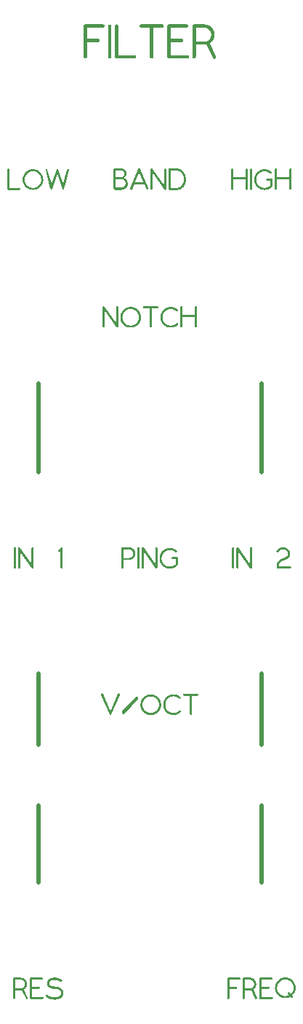
<source format=gto>
%TF.GenerationSoftware,KiCad,Pcbnew,9.0.3*%
%TF.CreationDate,2026-01-03T16:37:13+00:00*%
%TF.ProjectId,state-variable-filter-faceplate,73746174-652d-4766-9172-6961626c652d,rev?*%
%TF.SameCoordinates,Original*%
%TF.FileFunction,Legend,Top*%
%TF.FilePolarity,Positive*%
%FSLAX46Y46*%
G04 Gerber Fmt 4.6, Leading zero omitted, Abs format (unit mm)*
G04 Created by KiCad (PCBNEW 9.0.3) date 2026-01-03 16:37:13*
%MOMM*%
%LPD*%
G01*
G04 APERTURE LIST*
%ADD10C,0.000000*%
%ADD11C,0.499998*%
%ADD12C,0.100000*%
G04 APERTURE END LIST*
D10*
G36*
X104223661Y-107516613D02*
G01*
X104229846Y-107517100D01*
X104235952Y-107517900D01*
X104241969Y-107519006D01*
X104247891Y-107520410D01*
X104253709Y-107522102D01*
X104259413Y-107524075D01*
X104264996Y-107526320D01*
X104270450Y-107528828D01*
X104275766Y-107531592D01*
X104280936Y-107534602D01*
X104285951Y-107537851D01*
X104290803Y-107541329D01*
X104295483Y-107545029D01*
X104299984Y-107548943D01*
X104304296Y-107553061D01*
X104308413Y-107557375D01*
X104312324Y-107561877D01*
X104316022Y-107566559D01*
X104319498Y-107571411D01*
X104322744Y-107576427D01*
X104325752Y-107581596D01*
X104328513Y-107586911D01*
X104331019Y-107592364D01*
X104333262Y-107597946D01*
X104335233Y-107603648D01*
X104336923Y-107609463D01*
X104338325Y-107615381D01*
X104339430Y-107621394D01*
X104340230Y-107627495D01*
X104340716Y-107633674D01*
X104340879Y-107639923D01*
X104340879Y-109873001D01*
X104340715Y-109879577D01*
X104340229Y-109886062D01*
X104339428Y-109892449D01*
X104338322Y-109898729D01*
X104336918Y-109904895D01*
X104335226Y-109910939D01*
X104333253Y-109916853D01*
X104331009Y-109922630D01*
X104328500Y-109928262D01*
X104325737Y-109933741D01*
X104322726Y-109939060D01*
X104319478Y-109944211D01*
X104315999Y-109949185D01*
X104312299Y-109953976D01*
X104308386Y-109958576D01*
X104304268Y-109962977D01*
X104299954Y-109967170D01*
X104295451Y-109971149D01*
X104290770Y-109974906D01*
X104285917Y-109978433D01*
X104280902Y-109981722D01*
X104275732Y-109984765D01*
X104270417Y-109987556D01*
X104264964Y-109990085D01*
X104259383Y-109992346D01*
X104253680Y-109994330D01*
X104247866Y-109996030D01*
X104241948Y-109997439D01*
X104235934Y-109998548D01*
X104229833Y-109999349D01*
X104223654Y-109999836D01*
X104217405Y-110000000D01*
X104210829Y-109999836D01*
X104204344Y-109999349D01*
X104197958Y-109998548D01*
X104191678Y-109997439D01*
X104185512Y-109996030D01*
X104179468Y-109994330D01*
X104173553Y-109992346D01*
X104167776Y-109990085D01*
X104162144Y-109987556D01*
X104156665Y-109984765D01*
X104151346Y-109981722D01*
X104146196Y-109978433D01*
X104141221Y-109974906D01*
X104136430Y-109971149D01*
X104131830Y-109967170D01*
X104127430Y-109962977D01*
X104123236Y-109958576D01*
X104119257Y-109953976D01*
X104115500Y-109949185D01*
X104111974Y-109944211D01*
X104108685Y-109939060D01*
X104105641Y-109933741D01*
X104102851Y-109928262D01*
X104100321Y-109922630D01*
X104098061Y-109916853D01*
X104096076Y-109910939D01*
X104094376Y-109904895D01*
X104092968Y-109898729D01*
X104091859Y-109892449D01*
X104091057Y-109886062D01*
X104090570Y-109879577D01*
X104090406Y-109873001D01*
X104090406Y-107639923D01*
X104090570Y-107633667D01*
X104091057Y-107627482D01*
X104091859Y-107621377D01*
X104092968Y-107615359D01*
X104094376Y-107609437D01*
X104096076Y-107603620D01*
X104098061Y-107597915D01*
X104100321Y-107592332D01*
X104102851Y-107586878D01*
X104105641Y-107581562D01*
X104108685Y-107576393D01*
X104111974Y-107571378D01*
X104115500Y-107566526D01*
X104119257Y-107561845D01*
X104123236Y-107557345D01*
X104127430Y-107553032D01*
X104131830Y-107548916D01*
X104136430Y-107545005D01*
X104141221Y-107541307D01*
X104146196Y-107537831D01*
X104151346Y-107534584D01*
X104156665Y-107531576D01*
X104162144Y-107528815D01*
X104167776Y-107526309D01*
X104173553Y-107524066D01*
X104179468Y-107522096D01*
X104185512Y-107520405D01*
X104191678Y-107519003D01*
X104197958Y-107517898D01*
X104204344Y-107517099D01*
X104210829Y-107516613D01*
X104217405Y-107516449D01*
X104223661Y-107516613D01*
G37*
G36*
X91239146Y-63517156D02*
G01*
X91268042Y-63519377D01*
X91296534Y-63523035D01*
X91324584Y-63528093D01*
X91352156Y-63534515D01*
X91379214Y-63542266D01*
X91405720Y-63551309D01*
X91431637Y-63561607D01*
X91456929Y-63573125D01*
X91481559Y-63585826D01*
X91505490Y-63599675D01*
X91528686Y-63614634D01*
X91551109Y-63630669D01*
X91572722Y-63647742D01*
X91593489Y-63665817D01*
X91613374Y-63684859D01*
X91632338Y-63704831D01*
X91650346Y-63725698D01*
X91667360Y-63747422D01*
X91683344Y-63769967D01*
X91698261Y-63793298D01*
X91712074Y-63817378D01*
X91724746Y-63842172D01*
X91736240Y-63867642D01*
X91746521Y-63893754D01*
X91755550Y-63920469D01*
X91763290Y-63947753D01*
X91769706Y-63975570D01*
X91774761Y-64003882D01*
X91778417Y-64032655D01*
X91780637Y-64061851D01*
X91781385Y-64091435D01*
X91780320Y-64126895D01*
X91777162Y-64161797D01*
X91771968Y-64196079D01*
X91764794Y-64229678D01*
X91755698Y-64262534D01*
X91744737Y-64294584D01*
X91731967Y-64325765D01*
X91717445Y-64356016D01*
X91701229Y-64385275D01*
X91683374Y-64413480D01*
X91663938Y-64440568D01*
X91642977Y-64466478D01*
X91620549Y-64491148D01*
X91596710Y-64514515D01*
X91571517Y-64536518D01*
X91545027Y-64557095D01*
X91542512Y-64559113D01*
X91540180Y-64561188D01*
X91538030Y-64563317D01*
X91536060Y-64565494D01*
X91534269Y-64567715D01*
X91532656Y-64569975D01*
X91531219Y-64572270D01*
X91529957Y-64574596D01*
X91528870Y-64576947D01*
X91527955Y-64579320D01*
X91527212Y-64581709D01*
X91526639Y-64584110D01*
X91526235Y-64586519D01*
X91525999Y-64588931D01*
X91525930Y-64591342D01*
X91526026Y-64593746D01*
X91526286Y-64596140D01*
X91526708Y-64598519D01*
X91527293Y-64600878D01*
X91528037Y-64603214D01*
X91528941Y-64605520D01*
X91530003Y-64607793D01*
X91531221Y-64610028D01*
X91532594Y-64612222D01*
X91534122Y-64614368D01*
X91535802Y-64616462D01*
X91537634Y-64618501D01*
X91539616Y-64620480D01*
X91541748Y-64622393D01*
X91544027Y-64624237D01*
X91546453Y-64626006D01*
X91549025Y-64627697D01*
X91591751Y-64652194D01*
X91632545Y-64679305D01*
X91671293Y-64708918D01*
X91707880Y-64740918D01*
X91742194Y-64775192D01*
X91774121Y-64811626D01*
X91803547Y-64850106D01*
X91830358Y-64890518D01*
X91854440Y-64932750D01*
X91875680Y-64976687D01*
X91893965Y-65022215D01*
X91909180Y-65069221D01*
X91921212Y-65117591D01*
X91929946Y-65167211D01*
X91935271Y-65217969D01*
X91937071Y-65269749D01*
X91936117Y-65307227D01*
X91933289Y-65344225D01*
X91928632Y-65380696D01*
X91922195Y-65416593D01*
X91914024Y-65451870D01*
X91904166Y-65486480D01*
X91892669Y-65520377D01*
X91879580Y-65553515D01*
X91864945Y-65585846D01*
X91848813Y-65617325D01*
X91831229Y-65647904D01*
X91812242Y-65677538D01*
X91791899Y-65706179D01*
X91770246Y-65733782D01*
X91747331Y-65760300D01*
X91723201Y-65785686D01*
X91697903Y-65809893D01*
X91671484Y-65832876D01*
X91643992Y-65854588D01*
X91615473Y-65874982D01*
X91585975Y-65894012D01*
X91555545Y-65911630D01*
X91524229Y-65927792D01*
X91492076Y-65942450D01*
X91459133Y-65955558D01*
X91425445Y-65967068D01*
X91391062Y-65976936D01*
X91356029Y-65985114D01*
X91320394Y-65991555D01*
X91284204Y-65996214D01*
X91247506Y-65999043D01*
X91210348Y-65999996D01*
X90416601Y-65999996D01*
X90416136Y-65999950D01*
X90409560Y-65999787D01*
X90403076Y-65999300D01*
X90396690Y-65998498D01*
X90390411Y-65997389D01*
X90384245Y-65995981D01*
X90378202Y-65994281D01*
X90372288Y-65992296D01*
X90366511Y-65990035D01*
X90360880Y-65987506D01*
X90355401Y-65984716D01*
X90350082Y-65981672D01*
X90344932Y-65978383D01*
X90339957Y-65974856D01*
X90335167Y-65971100D01*
X90330567Y-65967121D01*
X90326167Y-65962927D01*
X90321974Y-65958526D01*
X90317995Y-65953927D01*
X90314238Y-65949136D01*
X90310711Y-65944161D01*
X90307423Y-65939011D01*
X90304379Y-65933692D01*
X90301589Y-65928213D01*
X90299059Y-65922581D01*
X90296799Y-65916803D01*
X90294814Y-65910889D01*
X90293114Y-65904845D01*
X90291706Y-65898679D01*
X90290597Y-65892399D01*
X90289795Y-65886013D01*
X90289308Y-65879528D01*
X90289144Y-65872952D01*
X90289144Y-65703640D01*
X90540052Y-65703640D01*
X90540093Y-65705607D01*
X90540216Y-65707530D01*
X90540418Y-65709410D01*
X90540700Y-65711244D01*
X90541058Y-65713032D01*
X90541493Y-65714771D01*
X90542003Y-65716461D01*
X90542587Y-65718100D01*
X90543243Y-65719688D01*
X90543969Y-65721223D01*
X90544766Y-65722703D01*
X90545631Y-65724127D01*
X90546564Y-65725494D01*
X90547562Y-65726803D01*
X90548626Y-65728053D01*
X90549752Y-65729241D01*
X90550941Y-65730368D01*
X90552190Y-65731431D01*
X90553499Y-65732430D01*
X90554867Y-65733362D01*
X90556291Y-65734227D01*
X90557771Y-65735024D01*
X90559306Y-65735751D01*
X90560893Y-65736407D01*
X90562533Y-65736990D01*
X90564223Y-65737500D01*
X90565962Y-65737935D01*
X90567749Y-65738294D01*
X90569584Y-65738575D01*
X90571463Y-65738778D01*
X90573387Y-65738900D01*
X90575354Y-65738941D01*
X91185667Y-65738903D01*
X91210643Y-65738267D01*
X91235278Y-65736381D01*
X91259544Y-65733275D01*
X91283411Y-65728981D01*
X91306849Y-65723529D01*
X91329829Y-65716950D01*
X91352319Y-65709276D01*
X91374292Y-65700538D01*
X91395717Y-65690766D01*
X91416565Y-65679991D01*
X91436805Y-65668245D01*
X91456409Y-65655558D01*
X91475345Y-65641961D01*
X91493586Y-65627487D01*
X91511100Y-65612164D01*
X91527859Y-65596026D01*
X91543832Y-65579101D01*
X91558990Y-65561422D01*
X91573303Y-65543020D01*
X91586741Y-65523926D01*
X91599275Y-65504169D01*
X91610875Y-65483783D01*
X91621511Y-65462797D01*
X91631154Y-65441242D01*
X91639774Y-65419150D01*
X91647340Y-65396552D01*
X91653824Y-65373478D01*
X91659196Y-65349960D01*
X91663426Y-65326029D01*
X91666484Y-65301715D01*
X91668341Y-65277049D01*
X91668966Y-65252064D01*
X91668341Y-65227078D01*
X91666484Y-65202413D01*
X91663426Y-65178099D01*
X91659196Y-65154168D01*
X91653824Y-65130650D01*
X91647340Y-65107576D01*
X91639774Y-65084978D01*
X91631154Y-65062887D01*
X91621511Y-65041332D01*
X91610875Y-65020347D01*
X91599275Y-64999960D01*
X91586741Y-64980204D01*
X91573303Y-64961110D01*
X91558990Y-64942708D01*
X91543832Y-64925030D01*
X91527859Y-64908106D01*
X91511100Y-64891967D01*
X91493586Y-64876646D01*
X91475345Y-64862171D01*
X91456409Y-64848575D01*
X91436805Y-64835889D01*
X91416565Y-64824143D01*
X91395717Y-64813368D01*
X91374292Y-64803596D01*
X91352319Y-64794858D01*
X91329829Y-64787184D01*
X91306849Y-64780606D01*
X91283411Y-64775154D01*
X91259544Y-64770860D01*
X91235278Y-64767754D01*
X91210643Y-64765868D01*
X91185667Y-64765232D01*
X90575354Y-64765232D01*
X90573387Y-64765273D01*
X90571463Y-64765396D01*
X90569584Y-64765598D01*
X90567749Y-64765879D01*
X90565962Y-64766238D01*
X90564223Y-64766673D01*
X90562533Y-64767183D01*
X90560893Y-64767766D01*
X90559306Y-64768422D01*
X90557771Y-64769149D01*
X90556291Y-64769946D01*
X90554867Y-64770811D01*
X90553499Y-64771744D01*
X90552190Y-64772742D01*
X90550941Y-64773805D01*
X90549752Y-64774932D01*
X90548626Y-64776121D01*
X90547562Y-64777370D01*
X90546564Y-64778679D01*
X90545631Y-64780046D01*
X90544766Y-64781471D01*
X90543969Y-64782951D01*
X90543243Y-64784485D01*
X90542587Y-64786073D01*
X90542003Y-64787712D01*
X90541493Y-64789402D01*
X90541058Y-64791142D01*
X90540700Y-64792929D01*
X90540418Y-64794763D01*
X90540216Y-64796643D01*
X90540093Y-64798567D01*
X90540052Y-64800533D01*
X90540052Y-65703640D01*
X90289144Y-65703640D01*
X90289144Y-64800533D01*
X90289144Y-64475971D01*
X90540052Y-64475971D01*
X90540093Y-64477938D01*
X90540216Y-64479862D01*
X90540418Y-64481741D01*
X90540700Y-64483575D01*
X90541058Y-64485363D01*
X90541493Y-64487102D01*
X90542003Y-64488792D01*
X90542587Y-64490432D01*
X90543243Y-64492019D01*
X90543969Y-64493554D01*
X90544766Y-64495034D01*
X90545631Y-64496458D01*
X90546564Y-64497825D01*
X90547562Y-64499134D01*
X90548626Y-64500384D01*
X90549752Y-64501573D01*
X90550941Y-64502699D01*
X90552190Y-64503762D01*
X90553499Y-64504761D01*
X90554867Y-64505693D01*
X90556291Y-64506559D01*
X90557771Y-64507355D01*
X90559306Y-64508082D01*
X90560893Y-64508738D01*
X90562533Y-64509322D01*
X90564223Y-64509832D01*
X90565962Y-64510267D01*
X90567749Y-64510625D01*
X90569584Y-64510906D01*
X90571463Y-64511109D01*
X90573387Y-64511231D01*
X90575354Y-64511272D01*
X91185667Y-64511227D01*
X91204731Y-64510745D01*
X91223545Y-64509314D01*
X91242084Y-64506957D01*
X91260327Y-64503696D01*
X91278249Y-64499554D01*
X91295828Y-64494554D01*
X91313039Y-64488717D01*
X91329861Y-64482068D01*
X91346269Y-64474628D01*
X91362240Y-64466420D01*
X91377752Y-64457466D01*
X91392780Y-64447790D01*
X91407302Y-64437413D01*
X91421295Y-64426359D01*
X91434734Y-64414650D01*
X91447597Y-64402309D01*
X91459861Y-64389357D01*
X91471502Y-64375819D01*
X91482498Y-64361716D01*
X91492824Y-64347071D01*
X91502457Y-64331906D01*
X91511375Y-64316245D01*
X91519554Y-64300110D01*
X91526971Y-64283523D01*
X91533602Y-64266508D01*
X91539424Y-64249086D01*
X91544415Y-64231280D01*
X91548550Y-64213113D01*
X91551807Y-64194608D01*
X91554162Y-64175787D01*
X91555592Y-64156672D01*
X91556074Y-64137287D01*
X91555592Y-64117902D01*
X91554162Y-64098788D01*
X91551807Y-64079966D01*
X91548550Y-64061461D01*
X91544415Y-64043294D01*
X91539425Y-64025488D01*
X91533603Y-64008066D01*
X91526972Y-63991050D01*
X91519555Y-63974463D01*
X91511377Y-63958327D01*
X91502459Y-63942666D01*
X91492826Y-63927501D01*
X91482500Y-63912856D01*
X91471505Y-63898753D01*
X91459864Y-63885214D01*
X91447600Y-63872262D01*
X91434737Y-63859920D01*
X91421298Y-63848211D01*
X91407306Y-63837156D01*
X91392784Y-63826779D01*
X91377755Y-63817103D01*
X91362244Y-63808149D01*
X91346272Y-63799940D01*
X91329864Y-63792500D01*
X91313042Y-63785850D01*
X91295831Y-63780014D01*
X91278252Y-63775013D01*
X91260329Y-63770871D01*
X91242086Y-63767610D01*
X91223546Y-63765253D01*
X91204732Y-63763822D01*
X91185667Y-63763340D01*
X90575354Y-63763340D01*
X90573387Y-63763381D01*
X90571463Y-63763504D01*
X90569584Y-63763706D01*
X90567749Y-63763987D01*
X90565962Y-63764346D01*
X90564223Y-63764781D01*
X90562533Y-63765291D01*
X90560893Y-63765874D01*
X90559306Y-63766530D01*
X90557771Y-63767257D01*
X90556291Y-63768054D01*
X90554867Y-63768919D01*
X90553499Y-63769852D01*
X90552190Y-63770850D01*
X90550941Y-63771913D01*
X90549752Y-63773040D01*
X90548626Y-63774229D01*
X90547562Y-63775478D01*
X90546564Y-63776787D01*
X90545631Y-63778154D01*
X90544766Y-63779579D01*
X90543969Y-63781059D01*
X90543243Y-63782593D01*
X90542587Y-63784181D01*
X90542003Y-63785820D01*
X90541493Y-63787510D01*
X90541058Y-63789250D01*
X90540700Y-63791037D01*
X90540418Y-63792871D01*
X90540216Y-63794751D01*
X90540093Y-63796675D01*
X90540052Y-63798641D01*
X90540052Y-64475971D01*
X90289144Y-64475971D01*
X90289144Y-63798641D01*
X90289144Y-63639874D01*
X90289309Y-63633618D01*
X90289796Y-63627434D01*
X90290599Y-63621329D01*
X90291709Y-63615312D01*
X90293120Y-63609391D01*
X90294822Y-63603574D01*
X90296809Y-63597870D01*
X90299072Y-63592287D01*
X90301604Y-63586833D01*
X90304398Y-63581518D01*
X90307444Y-63576349D01*
X90310736Y-63571334D01*
X90314265Y-63566482D01*
X90318024Y-63561802D01*
X90322006Y-63557301D01*
X90326201Y-63552989D01*
X90330604Y-63548873D01*
X90335205Y-63544962D01*
X90339997Y-63541264D01*
X90344972Y-63537788D01*
X90350123Y-63534542D01*
X90355441Y-63531534D01*
X90360919Y-63528773D01*
X90366550Y-63526267D01*
X90372325Y-63524024D01*
X90378236Y-63522054D01*
X90384276Y-63520363D01*
X90390437Y-63518961D01*
X90396711Y-63517856D01*
X90403091Y-63517057D01*
X90409568Y-63516571D01*
X90416136Y-63516407D01*
X91209883Y-63516407D01*
X91239146Y-63517156D01*
G37*
D11*
X107499998Y-88504162D02*
X107499998Y-98824993D01*
D10*
G36*
X104922178Y-157516552D02*
G01*
X104928363Y-157517039D01*
X104934468Y-157517839D01*
X104940486Y-157518945D01*
X104946408Y-157520349D01*
X104952225Y-157522041D01*
X104957930Y-157524014D01*
X104963513Y-157526259D01*
X104968967Y-157528767D01*
X104974283Y-157531531D01*
X104979453Y-157534541D01*
X104984468Y-157537790D01*
X104989319Y-157541268D01*
X104994000Y-157544968D01*
X104998501Y-157548882D01*
X105002813Y-157553000D01*
X105006929Y-157557314D01*
X105010841Y-157561816D01*
X105014538Y-157566498D01*
X105018015Y-157571350D01*
X105021261Y-157576365D01*
X105024269Y-157581535D01*
X105027030Y-157586850D01*
X105029536Y-157592303D01*
X105031779Y-157597885D01*
X105033750Y-157603587D01*
X105035440Y-157609402D01*
X105036842Y-157615320D01*
X105037947Y-157621333D01*
X105038747Y-157627434D01*
X105039232Y-157633613D01*
X105039396Y-157639862D01*
X105039232Y-157646438D01*
X105038746Y-157652923D01*
X105037945Y-157659310D01*
X105036839Y-157665590D01*
X105035435Y-157671756D01*
X105033743Y-157677800D01*
X105031770Y-157683714D01*
X105029525Y-157689491D01*
X105027017Y-157695123D01*
X105024254Y-157700602D01*
X105021243Y-157705921D01*
X105017995Y-157711072D01*
X105014516Y-157716046D01*
X105010816Y-157720837D01*
X105006903Y-157725437D01*
X105002785Y-157729837D01*
X104998470Y-157734031D01*
X104993968Y-157738010D01*
X104989287Y-157741767D01*
X104984434Y-157745294D01*
X104979419Y-157748583D01*
X104974249Y-157751626D01*
X104968934Y-157754416D01*
X104963481Y-157756946D01*
X104957899Y-157759207D01*
X104952197Y-157761191D01*
X104946383Y-157762891D01*
X104940464Y-157764300D01*
X104934451Y-157765409D01*
X104928350Y-157766210D01*
X104922171Y-157766697D01*
X104915922Y-157766861D01*
X103794096Y-157766861D01*
X103792130Y-157766902D01*
X103790207Y-157767025D01*
X103788328Y-157767227D01*
X103786494Y-157767508D01*
X103784707Y-157767867D01*
X103782969Y-157768302D01*
X103781279Y-157768812D01*
X103779640Y-157769395D01*
X103778053Y-157770051D01*
X103776519Y-157770778D01*
X103775039Y-157771575D01*
X103773615Y-157772440D01*
X103772248Y-157773372D01*
X103770939Y-157774370D01*
X103769690Y-157775434D01*
X103768501Y-157776560D01*
X103767375Y-157777748D01*
X103766312Y-157778998D01*
X103765314Y-157780306D01*
X103764381Y-157781674D01*
X103763516Y-157783098D01*
X103762719Y-157784577D01*
X103761992Y-157786111D01*
X103761337Y-157787699D01*
X103760753Y-157789338D01*
X103760243Y-157791027D01*
X103759808Y-157792766D01*
X103759450Y-157794553D01*
X103759168Y-157796387D01*
X103758966Y-157798265D01*
X103758843Y-157800189D01*
X103758802Y-157802155D01*
X103758802Y-158518295D01*
X103758843Y-158520261D01*
X103758966Y-158522184D01*
X103759168Y-158524063D01*
X103759450Y-158525897D01*
X103759808Y-158527684D01*
X103760243Y-158529423D01*
X103760753Y-158531112D01*
X103761337Y-158532751D01*
X103761992Y-158534339D01*
X103762719Y-158535873D01*
X103763516Y-158537352D01*
X103764381Y-158538776D01*
X103765314Y-158540143D01*
X103766312Y-158541452D01*
X103767375Y-158542702D01*
X103768501Y-158543890D01*
X103769690Y-158545016D01*
X103770939Y-158546079D01*
X103772248Y-158547078D01*
X103773615Y-158548010D01*
X103775039Y-158548875D01*
X103776519Y-158549672D01*
X103778053Y-158550399D01*
X103779640Y-158551055D01*
X103781279Y-158551638D01*
X103782969Y-158552148D01*
X103784707Y-158552583D01*
X103786494Y-158552942D01*
X103788328Y-158553223D01*
X103790207Y-158553425D01*
X103792130Y-158553548D01*
X103794096Y-158553589D01*
X104563139Y-158553589D01*
X104569395Y-158553753D01*
X104575580Y-158554239D01*
X104581685Y-158555040D01*
X104587703Y-158556146D01*
X104593625Y-158557550D01*
X104599442Y-158559242D01*
X104605147Y-158561215D01*
X104610730Y-158563460D01*
X104616184Y-158565968D01*
X104621500Y-158568732D01*
X104626669Y-158571742D01*
X104631684Y-158574991D01*
X104636536Y-158578469D01*
X104641217Y-158582169D01*
X104645718Y-158586083D01*
X104650030Y-158590200D01*
X104654146Y-158594515D01*
X104658057Y-158599017D01*
X104661755Y-158603698D01*
X104665232Y-158608551D01*
X104668478Y-158613566D01*
X104671486Y-158618736D01*
X104674247Y-158624051D01*
X104676753Y-158629504D01*
X104678996Y-158635086D01*
X104680966Y-158640788D01*
X104682657Y-158646603D01*
X104684059Y-158652521D01*
X104685164Y-158658534D01*
X104685963Y-158664635D01*
X104686449Y-158670814D01*
X104686613Y-158677063D01*
X104686449Y-158683630D01*
X104685962Y-158690107D01*
X104685162Y-158696486D01*
X104684056Y-158702760D01*
X104682652Y-158708921D01*
X104680960Y-158714961D01*
X104678987Y-158720872D01*
X104676742Y-158726647D01*
X104674234Y-158732278D01*
X104671470Y-158737756D01*
X104668460Y-158743075D01*
X104665211Y-158748226D01*
X104661733Y-158753201D01*
X104658033Y-158757994D01*
X104654119Y-158762596D01*
X104650001Y-158766998D01*
X104645687Y-158771195D01*
X104641185Y-158775177D01*
X104636504Y-158778936D01*
X104631651Y-158782466D01*
X104626636Y-158785759D01*
X104621466Y-158788806D01*
X104616151Y-158791599D01*
X104610698Y-158794132D01*
X104605116Y-158796396D01*
X104599414Y-158798383D01*
X104593599Y-158800086D01*
X104587681Y-158801496D01*
X104581668Y-158802607D01*
X104575567Y-158803410D01*
X104569388Y-158803898D01*
X104563139Y-158804062D01*
X103794096Y-158804062D01*
X103792130Y-158804103D01*
X103790207Y-158804225D01*
X103788328Y-158804428D01*
X103786494Y-158804709D01*
X103784707Y-158805068D01*
X103782969Y-158805503D01*
X103781279Y-158806013D01*
X103779640Y-158806596D01*
X103778053Y-158807252D01*
X103776519Y-158807979D01*
X103775039Y-158808775D01*
X103773615Y-158809641D01*
X103772248Y-158810573D01*
X103770939Y-158811571D01*
X103769690Y-158812634D01*
X103768501Y-158813761D01*
X103767375Y-158814949D01*
X103766312Y-158816199D01*
X103765314Y-158817507D01*
X103764381Y-158818874D01*
X103763516Y-158820298D01*
X103762719Y-158821778D01*
X103761992Y-158823312D01*
X103761337Y-158824899D01*
X103760753Y-158826539D01*
X103760243Y-158828228D01*
X103759808Y-158829967D01*
X103759450Y-158831754D01*
X103759168Y-158833587D01*
X103758966Y-158835466D01*
X103758843Y-158837390D01*
X103758802Y-158839356D01*
X103758802Y-159873001D01*
X103758638Y-159879577D01*
X103758152Y-159886062D01*
X103757351Y-159892449D01*
X103756245Y-159898729D01*
X103754841Y-159904895D01*
X103753149Y-159910939D01*
X103751176Y-159916853D01*
X103748932Y-159922630D01*
X103746423Y-159928262D01*
X103743660Y-159933741D01*
X103740649Y-159939060D01*
X103737401Y-159944211D01*
X103733922Y-159949185D01*
X103730222Y-159953976D01*
X103726309Y-159958576D01*
X103722191Y-159962977D01*
X103717877Y-159967170D01*
X103713374Y-159971149D01*
X103708693Y-159974906D01*
X103703840Y-159978433D01*
X103698825Y-159981722D01*
X103693655Y-159984765D01*
X103688340Y-159987556D01*
X103682887Y-159990085D01*
X103677306Y-159992346D01*
X103671603Y-159994330D01*
X103665789Y-159996030D01*
X103659870Y-159997439D01*
X103653857Y-159998548D01*
X103647756Y-159999349D01*
X103641577Y-159999836D01*
X103635328Y-160000000D01*
X103635344Y-159999939D01*
X103628767Y-159999775D01*
X103622282Y-159999288D01*
X103615896Y-159998487D01*
X103609616Y-159997378D01*
X103603450Y-159995969D01*
X103597406Y-159994269D01*
X103591492Y-159992285D01*
X103585715Y-159990024D01*
X103580082Y-159987494D01*
X103574603Y-159984704D01*
X103569284Y-159981661D01*
X103564134Y-159978372D01*
X103559159Y-159974845D01*
X103554368Y-159971088D01*
X103549769Y-159967109D01*
X103545368Y-159962915D01*
X103541175Y-159958515D01*
X103537195Y-159953915D01*
X103533439Y-159949124D01*
X103529912Y-159944150D01*
X103526623Y-159938999D01*
X103523579Y-159933680D01*
X103520789Y-159928201D01*
X103518260Y-159922569D01*
X103515999Y-159916792D01*
X103514015Y-159910878D01*
X103512314Y-159904834D01*
X103510906Y-159898668D01*
X103509797Y-159892388D01*
X103508995Y-159886001D01*
X103508509Y-159879516D01*
X103508345Y-159872940D01*
X103508345Y-157639862D01*
X103508498Y-157633618D01*
X103508956Y-157627465D01*
X103509710Y-157621411D01*
X103510754Y-157615462D01*
X103512083Y-157609623D01*
X103513689Y-157603901D01*
X103515567Y-157598303D01*
X103517709Y-157592833D01*
X103520110Y-157587499D01*
X103522762Y-157582306D01*
X103525660Y-157577262D01*
X103528797Y-157572371D01*
X103532166Y-157567640D01*
X103535762Y-157563076D01*
X103539577Y-157558684D01*
X103543606Y-157554470D01*
X103547841Y-157550442D01*
X103552277Y-157546604D01*
X103556907Y-157542963D01*
X103561724Y-157539526D01*
X103566723Y-157536299D01*
X103571896Y-157533287D01*
X103577237Y-157530497D01*
X103582741Y-157527935D01*
X103588399Y-157525607D01*
X103594207Y-157523519D01*
X103600157Y-157521678D01*
X103606243Y-157520090D01*
X103612458Y-157518761D01*
X103618797Y-157517697D01*
X103625253Y-157516904D01*
X103631819Y-157516388D01*
X104915922Y-157516388D01*
X104922178Y-157516552D01*
G37*
G36*
X97803048Y-63519958D02*
G01*
X97851146Y-63526477D01*
X97898601Y-63535931D01*
X97945349Y-63548245D01*
X97991327Y-63563347D01*
X98036472Y-63581164D01*
X98080721Y-63601623D01*
X98124009Y-63624650D01*
X98166275Y-63650174D01*
X98207454Y-63678121D01*
X98247483Y-63708417D01*
X98286299Y-63740991D01*
X98323839Y-63775768D01*
X98360039Y-63812677D01*
X98428166Y-63892594D01*
X98490176Y-63980160D01*
X98545560Y-64074790D01*
X98593814Y-64175900D01*
X98634429Y-64282906D01*
X98666901Y-64395224D01*
X98690722Y-64512271D01*
X98699230Y-64572385D01*
X98705386Y-64633462D01*
X98709126Y-64695429D01*
X98710386Y-64758213D01*
X98709136Y-64820999D01*
X98705424Y-64882967D01*
X98699314Y-64944045D01*
X98690866Y-65004159D01*
X98680142Y-65063238D01*
X98667203Y-65121207D01*
X98652110Y-65177993D01*
X98634925Y-65233525D01*
X98615709Y-65287728D01*
X98594524Y-65340531D01*
X98571430Y-65391859D01*
X98546490Y-65441640D01*
X98519764Y-65489801D01*
X98491314Y-65536269D01*
X98461202Y-65580971D01*
X98429488Y-65623834D01*
X98396235Y-65664785D01*
X98361502Y-65703751D01*
X98325353Y-65740659D01*
X98287848Y-65775436D01*
X98249048Y-65808010D01*
X98209015Y-65838307D01*
X98167811Y-65866254D01*
X98125496Y-65891778D01*
X98082132Y-65914806D01*
X98037781Y-65935266D01*
X97992503Y-65953084D01*
X97946361Y-65968188D01*
X97899415Y-65980504D01*
X97851727Y-65989959D01*
X97803358Y-65996481D01*
X97754370Y-65999996D01*
X96798338Y-65999996D01*
X96798338Y-65999989D01*
X96791762Y-65999825D01*
X96785277Y-65999338D01*
X96778890Y-65998536D01*
X96772610Y-65997427D01*
X96766444Y-65996019D01*
X96760400Y-65994319D01*
X96754486Y-65992334D01*
X96748709Y-65990073D01*
X96743077Y-65987544D01*
X96737598Y-65984754D01*
X96732279Y-65981710D01*
X96727128Y-65978421D01*
X96722154Y-65974894D01*
X96717363Y-65971138D01*
X96712763Y-65967159D01*
X96708363Y-65962965D01*
X96704169Y-65958565D01*
X96700190Y-65953965D01*
X96696433Y-65949174D01*
X96692906Y-65944199D01*
X96689617Y-65939049D01*
X96686574Y-65933730D01*
X96683784Y-65928251D01*
X96681254Y-65922619D01*
X96678993Y-65916842D01*
X96677009Y-65910927D01*
X96675309Y-65904883D01*
X96673900Y-65898717D01*
X96672791Y-65892437D01*
X96671990Y-65886051D01*
X96671503Y-65879566D01*
X96671339Y-65872990D01*
X96671339Y-65717754D01*
X96921789Y-65717754D01*
X96921830Y-65719721D01*
X96921953Y-65721645D01*
X96922155Y-65723524D01*
X96922436Y-65725359D01*
X96922795Y-65727146D01*
X96923230Y-65728885D01*
X96923740Y-65730575D01*
X96924323Y-65732215D01*
X96924979Y-65733802D01*
X96925706Y-65735337D01*
X96926503Y-65736817D01*
X96927368Y-65738241D01*
X96928301Y-65739609D01*
X96929299Y-65740918D01*
X96930362Y-65742167D01*
X96931489Y-65743356D01*
X96932678Y-65744482D01*
X96933927Y-65745546D01*
X96935236Y-65746544D01*
X96936603Y-65747476D01*
X96938028Y-65748342D01*
X96939508Y-65749139D01*
X96941042Y-65749865D01*
X96942630Y-65750521D01*
X96944269Y-65751105D01*
X96945959Y-65751615D01*
X96947699Y-65752050D01*
X96949486Y-65752408D01*
X96951320Y-65752690D01*
X96953200Y-65752892D01*
X96955124Y-65753015D01*
X96957090Y-65753056D01*
X97704977Y-65753002D01*
X97743787Y-65750128D01*
X97782133Y-65744854D01*
X97819966Y-65737236D01*
X97857234Y-65727336D01*
X97893886Y-65715210D01*
X97929874Y-65700919D01*
X97965146Y-65684521D01*
X97999652Y-65666074D01*
X98033342Y-65645638D01*
X98066165Y-65623271D01*
X98098071Y-65599031D01*
X98129009Y-65572979D01*
X98158929Y-65545172D01*
X98187781Y-65515670D01*
X98242078Y-65451814D01*
X98291497Y-65381880D01*
X98335634Y-65306340D01*
X98374087Y-65225663D01*
X98406453Y-65140320D01*
X98432328Y-65050781D01*
X98451309Y-64957517D01*
X98458089Y-64909634D01*
X98462994Y-64860997D01*
X98465974Y-64811663D01*
X98466978Y-64761692D01*
X98465984Y-64711731D01*
X98463033Y-64662427D01*
X98458173Y-64613836D01*
X98451454Y-64566018D01*
X98442924Y-64519029D01*
X98432631Y-64472926D01*
X98420624Y-64427768D01*
X98406951Y-64383612D01*
X98391660Y-64340515D01*
X98374800Y-64298534D01*
X98356420Y-64257728D01*
X98336568Y-64218154D01*
X98315291Y-64179869D01*
X98292640Y-64142931D01*
X98268662Y-64107398D01*
X98243405Y-64073326D01*
X98216919Y-64040774D01*
X98189251Y-64009798D01*
X98160450Y-63980457D01*
X98130565Y-63952808D01*
X98099643Y-63926908D01*
X98067734Y-63902816D01*
X98034885Y-63880587D01*
X98001146Y-63860281D01*
X97966564Y-63841954D01*
X97931189Y-63825664D01*
X97895068Y-63811469D01*
X97858250Y-63799425D01*
X97820783Y-63789592D01*
X97782717Y-63782025D01*
X97744098Y-63776782D01*
X97704977Y-63773922D01*
X96957090Y-63773922D01*
X96955124Y-63773963D01*
X96953200Y-63774086D01*
X96951320Y-63774288D01*
X96949486Y-63774569D01*
X96947699Y-63774928D01*
X96945959Y-63775363D01*
X96944269Y-63775873D01*
X96942630Y-63776456D01*
X96941042Y-63777112D01*
X96939508Y-63777839D01*
X96938028Y-63778636D01*
X96936603Y-63779501D01*
X96935236Y-63780434D01*
X96933927Y-63781432D01*
X96932678Y-63782495D01*
X96931489Y-63783622D01*
X96930362Y-63784811D01*
X96929299Y-63786060D01*
X96928301Y-63787369D01*
X96927368Y-63788736D01*
X96926503Y-63790161D01*
X96925706Y-63791641D01*
X96924979Y-63793175D01*
X96924323Y-63794763D01*
X96923740Y-63796402D01*
X96923230Y-63798092D01*
X96922795Y-63799832D01*
X96922436Y-63801619D01*
X96922155Y-63803453D01*
X96921953Y-63805333D01*
X96921830Y-63807257D01*
X96921789Y-63809223D01*
X96921789Y-65717754D01*
X96671339Y-65717754D01*
X96671339Y-63809223D01*
X96671339Y-63639912D01*
X96671503Y-63633657D01*
X96671991Y-63627472D01*
X96672794Y-63621367D01*
X96673904Y-63615350D01*
X96675315Y-63609429D01*
X96677017Y-63603612D01*
X96679004Y-63597908D01*
X96681268Y-63592325D01*
X96683800Y-63586871D01*
X96686594Y-63581556D01*
X96689640Y-63576387D01*
X96692933Y-63571372D01*
X96696462Y-63566520D01*
X96700222Y-63561840D01*
X96704204Y-63557340D01*
X96708400Y-63553027D01*
X96712802Y-63548911D01*
X96717404Y-63545000D01*
X96722196Y-63541302D01*
X96727172Y-63537826D01*
X96732323Y-63534580D01*
X96737642Y-63531572D01*
X96743120Y-63528811D01*
X96748751Y-63526305D01*
X96754526Y-63524063D01*
X96760437Y-63522092D01*
X96766478Y-63520401D01*
X96772639Y-63518999D01*
X96778913Y-63517895D01*
X96785293Y-63517095D01*
X96791771Y-63516609D01*
X96798338Y-63516445D01*
X97754370Y-63516445D01*
X97803048Y-63519958D01*
G37*
G36*
X81961333Y-157516537D02*
G01*
X81967518Y-157517023D01*
X81973624Y-157517824D01*
X81979643Y-157518930D01*
X81985565Y-157520334D01*
X81991383Y-157522026D01*
X81997088Y-157523999D01*
X82002672Y-157526244D01*
X82008126Y-157528752D01*
X82013442Y-157531515D01*
X82018612Y-157534526D01*
X82023627Y-157537774D01*
X82028480Y-157541253D01*
X82033160Y-157544953D01*
X82037661Y-157548866D01*
X82041974Y-157552984D01*
X82046090Y-157557299D01*
X82050002Y-157561801D01*
X82053700Y-157566482D01*
X82057176Y-157571335D01*
X82060422Y-157576350D01*
X82063430Y-157581520D01*
X82066192Y-157586835D01*
X82068698Y-157592288D01*
X82070940Y-157597870D01*
X82072911Y-157603572D01*
X82074602Y-157609386D01*
X82076004Y-157615305D01*
X82077109Y-157621318D01*
X82077908Y-157627419D01*
X82078394Y-157633598D01*
X82078558Y-157639847D01*
X82078394Y-157646423D01*
X82077907Y-157652908D01*
X82077107Y-157659294D01*
X82076000Y-157665574D01*
X82074597Y-157671740D01*
X82072904Y-157677784D01*
X82070931Y-157683699D01*
X82068686Y-157689476D01*
X82066177Y-157695108D01*
X82063414Y-157700587D01*
X82060403Y-157705906D01*
X82057154Y-157711057D01*
X82053675Y-157716031D01*
X82049974Y-157720822D01*
X82046061Y-157725422D01*
X82041943Y-157729822D01*
X82037628Y-157734016D01*
X82033125Y-157737995D01*
X82028444Y-157741752D01*
X82023591Y-157745278D01*
X82018575Y-157748567D01*
X82013405Y-157751611D01*
X82008089Y-157754401D01*
X82002636Y-157756931D01*
X81997054Y-157759191D01*
X81991352Y-157761176D01*
X81985537Y-157762876D01*
X81979619Y-157764285D01*
X81973605Y-157765394D01*
X81967504Y-157766195D01*
X81961325Y-157766682D01*
X81955076Y-157766846D01*
X80833250Y-157766846D01*
X80831283Y-157766887D01*
X80829360Y-157767009D01*
X80827480Y-157767212D01*
X80825646Y-157767493D01*
X80823858Y-157767852D01*
X80822119Y-157768287D01*
X80820429Y-157768796D01*
X80818790Y-157769380D01*
X80817202Y-157770036D01*
X80815668Y-157770763D01*
X80814187Y-157771559D01*
X80812763Y-157772424D01*
X80811396Y-157773357D01*
X80810087Y-157774355D01*
X80808837Y-157775418D01*
X80807649Y-157776545D01*
X80806522Y-157777733D01*
X80805459Y-157778982D01*
X80804460Y-157780291D01*
X80803528Y-157781658D01*
X80802663Y-157783082D01*
X80801866Y-157784562D01*
X80801139Y-157786096D01*
X80800483Y-157787683D01*
X80799900Y-157789322D01*
X80799390Y-157791012D01*
X80798955Y-157792751D01*
X80798596Y-157794538D01*
X80798315Y-157796371D01*
X80798112Y-157798250D01*
X80797990Y-157800173D01*
X80797949Y-157802139D01*
X80797949Y-158518280D01*
X80797990Y-158520246D01*
X80798112Y-158522169D01*
X80798315Y-158524048D01*
X80798596Y-158525882D01*
X80798955Y-158527669D01*
X80799390Y-158529407D01*
X80799900Y-158531097D01*
X80800483Y-158532736D01*
X80801139Y-158534323D01*
X80801866Y-158535857D01*
X80802663Y-158537337D01*
X80803528Y-158538761D01*
X80804460Y-158540128D01*
X80805459Y-158541437D01*
X80806522Y-158542686D01*
X80807649Y-158543875D01*
X80808837Y-158545001D01*
X80810087Y-158546064D01*
X80811396Y-158547063D01*
X80812763Y-158547995D01*
X80814187Y-158548860D01*
X80815668Y-158549657D01*
X80817202Y-158550384D01*
X80818790Y-158551040D01*
X80820429Y-158551623D01*
X80822119Y-158552133D01*
X80823858Y-158552568D01*
X80825646Y-158552926D01*
X80827480Y-158553208D01*
X80829360Y-158553410D01*
X80831283Y-158553533D01*
X80833250Y-158553574D01*
X81602308Y-158553574D01*
X81608563Y-158553738D01*
X81614748Y-158554224D01*
X81620853Y-158555025D01*
X81626870Y-158556131D01*
X81632791Y-158557535D01*
X81638608Y-158559227D01*
X81644312Y-158561200D01*
X81649895Y-158563444D01*
X81655348Y-158565953D01*
X81660664Y-158568716D01*
X81665833Y-158571727D01*
X81670848Y-158574975D01*
X81675700Y-158578454D01*
X81680380Y-158582154D01*
X81684880Y-158586067D01*
X81689193Y-158590185D01*
X81693309Y-158594499D01*
X81697220Y-158599002D01*
X81700917Y-158603683D01*
X81704394Y-158608536D01*
X81707640Y-158613551D01*
X81710648Y-158618721D01*
X81713409Y-158624036D01*
X81715915Y-158629489D01*
X81718157Y-158635070D01*
X81720128Y-158640773D01*
X81721819Y-158646587D01*
X81723220Y-158652506D01*
X81724325Y-158658519D01*
X81725125Y-158664620D01*
X81725611Y-158670799D01*
X81725775Y-158677048D01*
X81725611Y-158683614D01*
X81725124Y-158690091D01*
X81724324Y-158696471D01*
X81723218Y-158702745D01*
X81721814Y-158708906D01*
X81720122Y-158714946D01*
X81718150Y-158720857D01*
X81715905Y-158726632D01*
X81713397Y-158732262D01*
X81710634Y-158737741D01*
X81707624Y-158743059D01*
X81704376Y-158748211D01*
X81700897Y-158753186D01*
X81697197Y-158757979D01*
X81693285Y-158762580D01*
X81689167Y-158766983D01*
X81684853Y-158771179D01*
X81680351Y-158775161D01*
X81675670Y-158778921D01*
X81670818Y-158782451D01*
X81665803Y-158785743D01*
X81660634Y-158788790D01*
X81655319Y-158791584D01*
X81649866Y-158794117D01*
X81644285Y-158796380D01*
X81638582Y-158798368D01*
X81632768Y-158800070D01*
X81626850Y-158801481D01*
X81620837Y-158802592D01*
X81614736Y-158803395D01*
X81608557Y-158803882D01*
X81602308Y-158804047D01*
X80833250Y-158804047D01*
X80831283Y-158804088D01*
X80829360Y-158804210D01*
X80827480Y-158804413D01*
X80825646Y-158804694D01*
X80823858Y-158805053D01*
X80822119Y-158805488D01*
X80820429Y-158805997D01*
X80818790Y-158806581D01*
X80817202Y-158807237D01*
X80815668Y-158807964D01*
X80814187Y-158808760D01*
X80812763Y-158809625D01*
X80811396Y-158810558D01*
X80810087Y-158811556D01*
X80808837Y-158812619D01*
X80807649Y-158813746D01*
X80806522Y-158814934D01*
X80805459Y-158816183D01*
X80804460Y-158817492D01*
X80803528Y-158818859D01*
X80802663Y-158820283D01*
X80801866Y-158821763D01*
X80801139Y-158823297D01*
X80800483Y-158824884D01*
X80799900Y-158826523D01*
X80799390Y-158828213D01*
X80798955Y-158829952D01*
X80798596Y-158831739D01*
X80798315Y-158833572D01*
X80798112Y-158835451D01*
X80797990Y-158837374D01*
X80797949Y-158839340D01*
X80797949Y-159714233D01*
X80797990Y-159716199D01*
X80798112Y-159718123D01*
X80798315Y-159720002D01*
X80798596Y-159721835D01*
X80798955Y-159723622D01*
X80799390Y-159725361D01*
X80799900Y-159727050D01*
X80800483Y-159728689D01*
X80801139Y-159730277D01*
X80801866Y-159731811D01*
X80802663Y-159733291D01*
X80803528Y-159734715D01*
X80804460Y-159736082D01*
X80805459Y-159737390D01*
X80806522Y-159738640D01*
X80807649Y-159739828D01*
X80808837Y-159740955D01*
X80810087Y-159742018D01*
X80811396Y-159743016D01*
X80812763Y-159743948D01*
X80814187Y-159744813D01*
X80815668Y-159745610D01*
X80817202Y-159746337D01*
X80818790Y-159746993D01*
X80820429Y-159747576D01*
X80822119Y-159748086D01*
X80823858Y-159748521D01*
X80825646Y-159748880D01*
X80827480Y-159749161D01*
X80829360Y-159749364D01*
X80831283Y-159749486D01*
X80833250Y-159749527D01*
X82008001Y-159749527D01*
X82014256Y-159749691D01*
X82020441Y-159750178D01*
X82026546Y-159750978D01*
X82032563Y-159752084D01*
X82038484Y-159753488D01*
X82044301Y-159755180D01*
X82050005Y-159757153D01*
X82055588Y-159759398D01*
X82061042Y-159761906D01*
X82066357Y-159764670D01*
X82071526Y-159767680D01*
X82076541Y-159770929D01*
X82081393Y-159774407D01*
X82086073Y-159778107D01*
X82090573Y-159782021D01*
X82094886Y-159786139D01*
X82099002Y-159790453D01*
X82102913Y-159794955D01*
X82106611Y-159799637D01*
X82110087Y-159804489D01*
X82113333Y-159809505D01*
X82116341Y-159814674D01*
X82119102Y-159819989D01*
X82121608Y-159825442D01*
X82123850Y-159831024D01*
X82125821Y-159836726D01*
X82127512Y-159842541D01*
X82128913Y-159848459D01*
X82130018Y-159854472D01*
X82130818Y-159860573D01*
X82131304Y-159866752D01*
X82131468Y-159873001D01*
X82131304Y-159879577D01*
X82130817Y-159886062D01*
X82130017Y-159892449D01*
X82128911Y-159898729D01*
X82127507Y-159904895D01*
X82125815Y-159910939D01*
X82123843Y-159916853D01*
X82121598Y-159922630D01*
X82119090Y-159928262D01*
X82116327Y-159933741D01*
X82113317Y-159939060D01*
X82110069Y-159944211D01*
X82106590Y-159949185D01*
X82102891Y-159953976D01*
X82098978Y-159958576D01*
X82094860Y-159962977D01*
X82090546Y-159967170D01*
X82086044Y-159971149D01*
X82081363Y-159974906D01*
X82076511Y-159978433D01*
X82071496Y-159981722D01*
X82066327Y-159984765D01*
X82061012Y-159987556D01*
X82055559Y-159990085D01*
X82049978Y-159992346D01*
X82044276Y-159994330D01*
X82038461Y-159996030D01*
X82032543Y-159997439D01*
X82026530Y-159998548D01*
X82020429Y-159999349D01*
X82014250Y-159999836D01*
X82008001Y-160000000D01*
X80670980Y-160000000D01*
X80670973Y-159999924D01*
X80664409Y-159999450D01*
X80657955Y-159998692D01*
X80651617Y-159997657D01*
X80645403Y-159996351D01*
X80639318Y-159994778D01*
X80633368Y-159992945D01*
X80627561Y-159990858D01*
X80621903Y-159988522D01*
X80616400Y-159985943D01*
X80611058Y-159983127D01*
X80605885Y-159980080D01*
X80600886Y-159976807D01*
X80596068Y-159973315D01*
X80591438Y-159969609D01*
X80587001Y-159965695D01*
X80582765Y-159961578D01*
X80578735Y-159957265D01*
X80574919Y-159952762D01*
X80571322Y-159948073D01*
X80567952Y-159943205D01*
X80564814Y-159938164D01*
X80561915Y-159932955D01*
X80559261Y-159927585D01*
X80556860Y-159922058D01*
X80554717Y-159916381D01*
X80552838Y-159910560D01*
X80551231Y-159904600D01*
X80549902Y-159898508D01*
X80548857Y-159892288D01*
X80548102Y-159885947D01*
X80547645Y-159879491D01*
X80547491Y-159872925D01*
X80547491Y-157639847D01*
X80547645Y-157633602D01*
X80548102Y-157627450D01*
X80548856Y-157621396D01*
X80549901Y-157615447D01*
X80551230Y-157609608D01*
X80552836Y-157603886D01*
X80554714Y-157598287D01*
X80556857Y-157592818D01*
X80559257Y-157587484D01*
X80561910Y-157582291D01*
X80564808Y-157577246D01*
X80567946Y-157572356D01*
X80571315Y-157567625D01*
X80574911Y-157563060D01*
X80578727Y-157558668D01*
X80582756Y-157554455D01*
X80586992Y-157550426D01*
X80591428Y-157546589D01*
X80596058Y-157542948D01*
X80600876Y-157539511D01*
X80605875Y-157536283D01*
X80611048Y-157533272D01*
X80616390Y-157530481D01*
X80621893Y-157527919D01*
X80627552Y-157525591D01*
X80633360Y-157523504D01*
X80639310Y-157521663D01*
X80645396Y-157520075D01*
X80651612Y-157518746D01*
X80657951Y-157517681D01*
X80664407Y-157516888D01*
X80670973Y-157516373D01*
X81955076Y-157516373D01*
X81961333Y-157516537D01*
G37*
G36*
X84240277Y-107516613D02*
G01*
X84246461Y-107517100D01*
X84252566Y-107517900D01*
X84258584Y-107519006D01*
X84264505Y-107520410D01*
X84270322Y-107522102D01*
X84276026Y-107524075D01*
X84281609Y-107526320D01*
X84287062Y-107528828D01*
X84292378Y-107531592D01*
X84297547Y-107534602D01*
X84302562Y-107537851D01*
X84307413Y-107541329D01*
X84312094Y-107545029D01*
X84316594Y-107548943D01*
X84320907Y-107553061D01*
X84325022Y-107557375D01*
X84328934Y-107561877D01*
X84332631Y-107566559D01*
X84336107Y-107571411D01*
X84339354Y-107576427D01*
X84342362Y-107581596D01*
X84345123Y-107586911D01*
X84347629Y-107592364D01*
X84349871Y-107597946D01*
X84351842Y-107603648D01*
X84353532Y-107609463D01*
X84354934Y-107615381D01*
X84356039Y-107621394D01*
X84356839Y-107627495D01*
X84357325Y-107633674D01*
X84357489Y-107639923D01*
X84357489Y-109873001D01*
X84357325Y-109879577D01*
X84356838Y-109886062D01*
X84356038Y-109892449D01*
X84354931Y-109898729D01*
X84353528Y-109904895D01*
X84351836Y-109910939D01*
X84349864Y-109916853D01*
X84347619Y-109922630D01*
X84345111Y-109928262D01*
X84342348Y-109933741D01*
X84339338Y-109939060D01*
X84336089Y-109944211D01*
X84332611Y-109949185D01*
X84328911Y-109953976D01*
X84324998Y-109958576D01*
X84320881Y-109962977D01*
X84316567Y-109967170D01*
X84312065Y-109971149D01*
X84307384Y-109974906D01*
X84302532Y-109978433D01*
X84297517Y-109981722D01*
X84292347Y-109984765D01*
X84287032Y-109987556D01*
X84281580Y-109990085D01*
X84275998Y-109992346D01*
X84270296Y-109994330D01*
X84264482Y-109996030D01*
X84258564Y-109997439D01*
X84252551Y-109998548D01*
X84246450Y-109999349D01*
X84240271Y-109999836D01*
X84234022Y-110000000D01*
X84234060Y-109999985D01*
X84227484Y-109999821D01*
X84220999Y-109999334D01*
X84214613Y-109998533D01*
X84208333Y-109997424D01*
X84202167Y-109996015D01*
X84196123Y-109994315D01*
X84190208Y-109992330D01*
X84184431Y-109990070D01*
X84178799Y-109987540D01*
X84173320Y-109984750D01*
X84168001Y-109981706D01*
X84162851Y-109978417D01*
X84157876Y-109974891D01*
X84153085Y-109971134D01*
X84148485Y-109967155D01*
X84144085Y-109962961D01*
X84139891Y-109958561D01*
X84135912Y-109953961D01*
X84132155Y-109949170D01*
X84128629Y-109944196D01*
X84125340Y-109939045D01*
X84122296Y-109933726D01*
X84119506Y-109928247D01*
X84116976Y-109922615D01*
X84114716Y-109916838D01*
X84112731Y-109910923D01*
X84111031Y-109904879D01*
X84109623Y-109898713D01*
X84108514Y-109892433D01*
X84107712Y-109886047D01*
X84107225Y-109879562D01*
X84107061Y-109872986D01*
X84107061Y-108123215D01*
X84106990Y-108120582D01*
X84106777Y-108117974D01*
X84106427Y-108115394D01*
X84105945Y-108112846D01*
X84105333Y-108110334D01*
X84104596Y-108107862D01*
X84103737Y-108105433D01*
X84102761Y-108103053D01*
X84101671Y-108100724D01*
X84100471Y-108098450D01*
X84099165Y-108096236D01*
X84097758Y-108094084D01*
X84096252Y-108092000D01*
X84094652Y-108089987D01*
X84092962Y-108088049D01*
X84091185Y-108086189D01*
X84089325Y-108084412D01*
X84087387Y-108082722D01*
X84085374Y-108081122D01*
X84083290Y-108079616D01*
X84081138Y-108078208D01*
X84078924Y-108076903D01*
X84076650Y-108075703D01*
X84074321Y-108074613D01*
X84071941Y-108073637D01*
X84069512Y-108072778D01*
X84067040Y-108072041D01*
X84064528Y-108071429D01*
X84061980Y-108070946D01*
X84059400Y-108070597D01*
X84056792Y-108070384D01*
X84054159Y-108070313D01*
X83916578Y-108070313D01*
X83909091Y-108070078D01*
X83901861Y-108069386D01*
X83894896Y-108068255D01*
X83888205Y-108066702D01*
X83881796Y-108064747D01*
X83875677Y-108062407D01*
X83869857Y-108059700D01*
X83864344Y-108056644D01*
X83859146Y-108053257D01*
X83854272Y-108049557D01*
X83849731Y-108045564D01*
X83845530Y-108041293D01*
X83841679Y-108036764D01*
X83838184Y-108031995D01*
X83835056Y-108027004D01*
X83832302Y-108021809D01*
X83829931Y-108016427D01*
X83827950Y-108010878D01*
X83826369Y-108005178D01*
X83825196Y-107999347D01*
X83824439Y-107993402D01*
X83824106Y-107987362D01*
X83824206Y-107981244D01*
X83824748Y-107975066D01*
X83825739Y-107968847D01*
X83827189Y-107962605D01*
X83829105Y-107956358D01*
X83831496Y-107950123D01*
X83834370Y-107943919D01*
X83837736Y-107937764D01*
X83841602Y-107931677D01*
X83845976Y-107925674D01*
X83933546Y-107812880D01*
X84004827Y-107721831D01*
X84035161Y-107683816D01*
X84062385Y-107650462D01*
X84086818Y-107621511D01*
X84108781Y-107596705D01*
X84118936Y-107585775D01*
X84128595Y-107575784D01*
X84137796Y-107566701D01*
X84146579Y-107558492D01*
X84154986Y-107551125D01*
X84163055Y-107544569D01*
X84170828Y-107538790D01*
X84178343Y-107533757D01*
X84185642Y-107529436D01*
X84192764Y-107525797D01*
X84199748Y-107522806D01*
X84206637Y-107520431D01*
X84213468Y-107518641D01*
X84220283Y-107517402D01*
X84227121Y-107516682D01*
X84234022Y-107516449D01*
X84240277Y-107516613D01*
G37*
D12*
X107499998Y-137499985D02*
X107499998Y-146499970D01*
D10*
G36*
X96993907Y-79594739D02*
G01*
X97047337Y-79598282D01*
X97100158Y-79604129D01*
X97152311Y-79612235D01*
X97203741Y-79622553D01*
X97254390Y-79635035D01*
X97304203Y-79649637D01*
X97353121Y-79666311D01*
X97401088Y-79685011D01*
X97448047Y-79705690D01*
X97493942Y-79728302D01*
X97538716Y-79752800D01*
X97582311Y-79779138D01*
X97624671Y-79807269D01*
X97665739Y-79837147D01*
X97705458Y-79868725D01*
X97713827Y-79875750D01*
X97721743Y-79882924D01*
X97729207Y-79890229D01*
X97736221Y-79897649D01*
X97742785Y-79905168D01*
X97748900Y-79912768D01*
X97754569Y-79920433D01*
X97759792Y-79928145D01*
X97764571Y-79935889D01*
X97768907Y-79943647D01*
X97772801Y-79951402D01*
X97776255Y-79959138D01*
X97779270Y-79966838D01*
X97781847Y-79974484D01*
X97783988Y-79982061D01*
X97785693Y-79989552D01*
X97786965Y-79996939D01*
X97787804Y-80004206D01*
X97788211Y-80011335D01*
X97788189Y-80018312D01*
X97787738Y-80025117D01*
X97786860Y-80031736D01*
X97785556Y-80038150D01*
X97783826Y-80044343D01*
X97781674Y-80050299D01*
X97779099Y-80056000D01*
X97776103Y-80061429D01*
X97772688Y-80066571D01*
X97768855Y-80071407D01*
X97764604Y-80075922D01*
X97759938Y-80080099D01*
X97754858Y-80083920D01*
X97750860Y-80087917D01*
X97745207Y-80091411D01*
X97739496Y-80094619D01*
X97733733Y-80097542D01*
X97727920Y-80100185D01*
X97722063Y-80102548D01*
X97716167Y-80104636D01*
X97710236Y-80106450D01*
X97704274Y-80107993D01*
X97698287Y-80109267D01*
X97692278Y-80110276D01*
X97686253Y-80111021D01*
X97680215Y-80111505D01*
X97674169Y-80111731D01*
X97668120Y-80111701D01*
X97656032Y-80110884D01*
X97643985Y-80109074D01*
X97632016Y-80106292D01*
X97620162Y-80102558D01*
X97608460Y-80097893D01*
X97596944Y-80092317D01*
X97585653Y-80085849D01*
X97574621Y-80078512D01*
X97563887Y-80070324D01*
X97532185Y-80043874D01*
X97499290Y-80018792D01*
X97465248Y-79995127D01*
X97430105Y-79972925D01*
X97393908Y-79952231D01*
X97356703Y-79933092D01*
X97318537Y-79915556D01*
X97279457Y-79899668D01*
X97239509Y-79885475D01*
X97198738Y-79873023D01*
X97157193Y-79862360D01*
X97114919Y-79853531D01*
X97071963Y-79846583D01*
X97028371Y-79841562D01*
X96984190Y-79838516D01*
X96939466Y-79837490D01*
X96889846Y-79838741D01*
X96840905Y-79842453D01*
X96792702Y-79848565D01*
X96745295Y-79857016D01*
X96698743Y-79867747D01*
X96653106Y-79880695D01*
X96608441Y-79895802D01*
X96564807Y-79913004D01*
X96522265Y-79932243D01*
X96480871Y-79953457D01*
X96440685Y-79976586D01*
X96401766Y-80001569D01*
X96364172Y-80028345D01*
X96327963Y-80056853D01*
X96293197Y-80087033D01*
X96259932Y-80118824D01*
X96228229Y-80152165D01*
X96198144Y-80186996D01*
X96169738Y-80223256D01*
X96143069Y-80260884D01*
X96118195Y-80299820D01*
X96095176Y-80340002D01*
X96074071Y-80381370D01*
X96054937Y-80423864D01*
X96037834Y-80467422D01*
X96022821Y-80511984D01*
X96009957Y-80557490D01*
X95999299Y-80603877D01*
X95990908Y-80651087D01*
X95984841Y-80699058D01*
X95981158Y-80747729D01*
X95979917Y-80797039D01*
X95981158Y-80846658D01*
X95984841Y-80895599D01*
X95990908Y-80943802D01*
X95999299Y-80991208D01*
X96009957Y-81037760D01*
X96022821Y-81083397D01*
X96037834Y-81128062D01*
X96054937Y-81171695D01*
X96074071Y-81214238D01*
X96095176Y-81255631D01*
X96118195Y-81295817D01*
X96143069Y-81334736D01*
X96169738Y-81372330D01*
X96198144Y-81408539D01*
X96228229Y-81443306D01*
X96259932Y-81476570D01*
X96293197Y-81508274D01*
X96327963Y-81538359D01*
X96364172Y-81566765D01*
X96401766Y-81593435D01*
X96440685Y-81618308D01*
X96480871Y-81641328D01*
X96522265Y-81662433D01*
X96564807Y-81681567D01*
X96608441Y-81698670D01*
X96653106Y-81713683D01*
X96698743Y-81726548D01*
X96745295Y-81737206D01*
X96792702Y-81745597D01*
X96840905Y-81751664D01*
X96889846Y-81755347D01*
X96939466Y-81756588D01*
X96986834Y-81755439D01*
X97033648Y-81752027D01*
X97079853Y-81746403D01*
X97125391Y-81738620D01*
X97170206Y-81728728D01*
X97214241Y-81716779D01*
X97257439Y-81702825D01*
X97299743Y-81686918D01*
X97341096Y-81669110D01*
X97381441Y-81649451D01*
X97420721Y-81627994D01*
X97458881Y-81604790D01*
X97495861Y-81579891D01*
X97531607Y-81553349D01*
X97566060Y-81525215D01*
X97599165Y-81495541D01*
X97609325Y-81486119D01*
X97619929Y-81477699D01*
X97630926Y-81470291D01*
X97642264Y-81463906D01*
X97653891Y-81458554D01*
X97665756Y-81454245D01*
X97677808Y-81450990D01*
X97689994Y-81448799D01*
X97696121Y-81448106D01*
X97702263Y-81447683D01*
X97708413Y-81447531D01*
X97714564Y-81447652D01*
X97720710Y-81448047D01*
X97726844Y-81448717D01*
X97732961Y-81449663D01*
X97739053Y-81450887D01*
X97745114Y-81452390D01*
X97751138Y-81454174D01*
X97757119Y-81456239D01*
X97763049Y-81458588D01*
X97768922Y-81461220D01*
X97774733Y-81464138D01*
X97780474Y-81467343D01*
X97786138Y-81470837D01*
X97791240Y-81474338D01*
X97795966Y-81478215D01*
X97800317Y-81482451D01*
X97804288Y-81487029D01*
X97807877Y-81491933D01*
X97811081Y-81497146D01*
X97813899Y-81502651D01*
X97816326Y-81508431D01*
X97818361Y-81514469D01*
X97820001Y-81520749D01*
X97821244Y-81527254D01*
X97822086Y-81533966D01*
X97822525Y-81540870D01*
X97822559Y-81547948D01*
X97822185Y-81555184D01*
X97821400Y-81562561D01*
X97820201Y-81570062D01*
X97818587Y-81577670D01*
X97816554Y-81585368D01*
X97814099Y-81593140D01*
X97811221Y-81600969D01*
X97807917Y-81608838D01*
X97804183Y-81616730D01*
X97800017Y-81624628D01*
X97795418Y-81632516D01*
X97790381Y-81640377D01*
X97784904Y-81648194D01*
X97778986Y-81655950D01*
X97772623Y-81663629D01*
X97765812Y-81671213D01*
X97758551Y-81678686D01*
X97750837Y-81686031D01*
X97709711Y-81721533D01*
X97667066Y-81755230D01*
X97622954Y-81787057D01*
X97577425Y-81816945D01*
X97530532Y-81844828D01*
X97482327Y-81870639D01*
X97432861Y-81894311D01*
X97382185Y-81915775D01*
X97330352Y-81934966D01*
X97277412Y-81951816D01*
X97223419Y-81966258D01*
X97168422Y-81978225D01*
X97112475Y-81987649D01*
X97055628Y-81994464D01*
X96997934Y-81998602D01*
X96939444Y-81999996D01*
X96939924Y-81999493D01*
X96877812Y-81997934D01*
X96816539Y-81993308D01*
X96756179Y-81985688D01*
X96696807Y-81975150D01*
X96638496Y-81961766D01*
X96581322Y-81945612D01*
X96525358Y-81926762D01*
X96470679Y-81905290D01*
X96417358Y-81881270D01*
X96365472Y-81854777D01*
X96315092Y-81825884D01*
X96266295Y-81794667D01*
X96219154Y-81761200D01*
X96173743Y-81725556D01*
X96130137Y-81687810D01*
X96088410Y-81648037D01*
X96048637Y-81606310D01*
X96010891Y-81562704D01*
X95975247Y-81517294D01*
X95941779Y-81470153D01*
X95910562Y-81421355D01*
X95881669Y-81370976D01*
X95855176Y-81319089D01*
X95831156Y-81265769D01*
X95809683Y-81211090D01*
X95790833Y-81155126D01*
X95774679Y-81097951D01*
X95761295Y-81039640D01*
X95750756Y-80980267D01*
X95743137Y-80919907D01*
X95738510Y-80858633D01*
X95736952Y-80796520D01*
X95738510Y-80734718D01*
X95743137Y-80673715D01*
X95750756Y-80613587D01*
X95761295Y-80554412D01*
X95774679Y-80496266D01*
X95790833Y-80439224D01*
X95809683Y-80383363D01*
X95831156Y-80328759D01*
X95855176Y-80275488D01*
X95881669Y-80223626D01*
X95910562Y-80173251D01*
X95941779Y-80124437D01*
X95975247Y-80077261D01*
X96010891Y-80031800D01*
X96048637Y-79988129D01*
X96088410Y-79946325D01*
X96130137Y-79906465D01*
X96173743Y-79868623D01*
X96219154Y-79832877D01*
X96266295Y-79799303D01*
X96315092Y-79767976D01*
X96365472Y-79738974D01*
X96417358Y-79712372D01*
X96470679Y-79688247D01*
X96525358Y-79666674D01*
X96581322Y-79647731D01*
X96638496Y-79631492D01*
X96696807Y-79618036D01*
X96756179Y-79607437D01*
X96816539Y-79599771D01*
X96877812Y-79595116D01*
X96939924Y-79593548D01*
X96993907Y-79594739D01*
G37*
G36*
X79498696Y-157517291D02*
G01*
X79535994Y-157520150D01*
X79572746Y-157524859D01*
X79608905Y-157531369D01*
X79644426Y-157539633D01*
X79679264Y-157549605D01*
X79713371Y-157561237D01*
X79746702Y-157574481D01*
X79779212Y-157589292D01*
X79810854Y-157605621D01*
X79841583Y-157623422D01*
X79871353Y-157642647D01*
X79900118Y-157663249D01*
X79927831Y-157685181D01*
X79954448Y-157708396D01*
X79979922Y-157732847D01*
X80004208Y-157758487D01*
X80027259Y-157785267D01*
X80049030Y-157813142D01*
X80069475Y-157842064D01*
X80088547Y-157871986D01*
X80106202Y-157902861D01*
X80122393Y-157934641D01*
X80137075Y-157967279D01*
X80150201Y-158000729D01*
X80161726Y-158034943D01*
X80171603Y-158069874D01*
X80179787Y-158105474D01*
X80186233Y-158141698D01*
X80190894Y-158178496D01*
X80193724Y-158215823D01*
X80194677Y-158253632D01*
X80194317Y-158277020D01*
X80193244Y-158300213D01*
X80191468Y-158323200D01*
X80188999Y-158345972D01*
X80182026Y-158390832D01*
X80172407Y-158434715D01*
X80160224Y-158477543D01*
X80145561Y-158519239D01*
X80128500Y-158559725D01*
X80109124Y-158598925D01*
X80087516Y-158636760D01*
X80063758Y-158673153D01*
X80037932Y-158708026D01*
X80010123Y-158741302D01*
X79980412Y-158772904D01*
X79948882Y-158802754D01*
X79915617Y-158830774D01*
X79880697Y-158856888D01*
X79877797Y-158858916D01*
X79875041Y-158861023D01*
X79872427Y-158863206D01*
X79869956Y-158865463D01*
X79867627Y-158867789D01*
X79865438Y-158870181D01*
X79863390Y-158872637D01*
X79861482Y-158875153D01*
X79859713Y-158877726D01*
X79858083Y-158880352D01*
X79856590Y-158883028D01*
X79855235Y-158885751D01*
X79854016Y-158888518D01*
X79852934Y-158891326D01*
X79851987Y-158894170D01*
X79851174Y-158897049D01*
X79850496Y-158899958D01*
X79849952Y-158902895D01*
X79849261Y-158908839D01*
X79849096Y-158914854D01*
X79849454Y-158920913D01*
X79850328Y-158926992D01*
X79851714Y-158933064D01*
X79853606Y-158939103D01*
X79856001Y-158945084D01*
X80286390Y-159834076D01*
X80289187Y-159840059D01*
X80291618Y-159846094D01*
X80293691Y-159852170D01*
X80295412Y-159858278D01*
X80296789Y-159864406D01*
X80297830Y-159870545D01*
X80298540Y-159876683D01*
X80298928Y-159882812D01*
X80299000Y-159888919D01*
X80298763Y-159894996D01*
X80298226Y-159901031D01*
X80297394Y-159907015D01*
X80296275Y-159912936D01*
X80294876Y-159918786D01*
X80293205Y-159924552D01*
X80291268Y-159930225D01*
X80289073Y-159935795D01*
X80286626Y-159941251D01*
X80283936Y-159946583D01*
X80281008Y-159951781D01*
X80277851Y-159956833D01*
X80274471Y-159961731D01*
X80270875Y-159966463D01*
X80267071Y-159971019D01*
X80263066Y-159975389D01*
X80258866Y-159979562D01*
X80254480Y-159983528D01*
X80249914Y-159987277D01*
X80245175Y-159990798D01*
X80240270Y-159994082D01*
X80235208Y-159997117D01*
X80229994Y-159999893D01*
X80223991Y-160002719D01*
X80217898Y-160005236D01*
X80211727Y-160007445D01*
X80205492Y-160009348D01*
X80199204Y-160010945D01*
X80192878Y-160012239D01*
X80186526Y-160013229D01*
X80180161Y-160013919D01*
X80173796Y-160014308D01*
X80167444Y-160014399D01*
X80161118Y-160014192D01*
X80154830Y-160013690D01*
X80148594Y-160012892D01*
X80142423Y-160011802D01*
X80136329Y-160010419D01*
X80130326Y-160008745D01*
X80124426Y-160006782D01*
X80118643Y-160004531D01*
X80112989Y-160001993D01*
X80107477Y-159999169D01*
X80102120Y-159996062D01*
X80096932Y-159992671D01*
X80091924Y-159988999D01*
X80087110Y-159985047D01*
X80082504Y-159980815D01*
X80078117Y-159976306D01*
X80073962Y-159971521D01*
X80070054Y-159966461D01*
X80066404Y-159961127D01*
X80063025Y-159955521D01*
X80059931Y-159949644D01*
X80057135Y-159943497D01*
X79594992Y-158994522D01*
X79594633Y-158993540D01*
X79594214Y-158992579D01*
X79593739Y-158991641D01*
X79593209Y-158990726D01*
X79592628Y-158989834D01*
X79591997Y-158988966D01*
X79591320Y-158988123D01*
X79590599Y-158987306D01*
X79589034Y-158985749D01*
X79587325Y-158984302D01*
X79585491Y-158982969D01*
X79583553Y-158981754D01*
X79581532Y-158980664D01*
X79579449Y-158979703D01*
X79577324Y-158978876D01*
X79575178Y-158978189D01*
X79573031Y-158977645D01*
X79570904Y-158977250D01*
X79568818Y-158977010D01*
X79566793Y-158976929D01*
X78864775Y-158976929D01*
X78862808Y-158976970D01*
X78860884Y-158977092D01*
X78859005Y-158977295D01*
X78857170Y-158977576D01*
X78855383Y-158977935D01*
X78853644Y-158978370D01*
X78851954Y-158978879D01*
X78850314Y-158979463D01*
X78848727Y-158980119D01*
X78847192Y-158980846D01*
X78845712Y-158981642D01*
X78844288Y-158982507D01*
X78842920Y-158983440D01*
X78841611Y-158984438D01*
X78840362Y-158985501D01*
X78839173Y-158986628D01*
X78838047Y-158987816D01*
X78836984Y-158989065D01*
X78835985Y-158990374D01*
X78835053Y-158991741D01*
X78834187Y-158993165D01*
X78833391Y-158994645D01*
X78832664Y-158996179D01*
X78832008Y-158997766D01*
X78831424Y-158999405D01*
X78830914Y-159001095D01*
X78830479Y-159002834D01*
X78830121Y-159004621D01*
X78829839Y-159006454D01*
X78829637Y-159008333D01*
X78829515Y-159010256D01*
X78829473Y-159012222D01*
X78829473Y-159873001D01*
X78829309Y-159879577D01*
X78828823Y-159886062D01*
X78828022Y-159892449D01*
X78826916Y-159898729D01*
X78825513Y-159904895D01*
X78823821Y-159910939D01*
X78821848Y-159916853D01*
X78819604Y-159922630D01*
X78817096Y-159928262D01*
X78814333Y-159933741D01*
X78811323Y-159939060D01*
X78808074Y-159944211D01*
X78804596Y-159949185D01*
X78800896Y-159953976D01*
X78796983Y-159958576D01*
X78792866Y-159962977D01*
X78788552Y-159967170D01*
X78784050Y-159971149D01*
X78779369Y-159974906D01*
X78774516Y-159978433D01*
X78769502Y-159981722D01*
X78764332Y-159984765D01*
X78759017Y-159987556D01*
X78753565Y-159990085D01*
X78747983Y-159992346D01*
X78742281Y-159994330D01*
X78736467Y-159996030D01*
X78730549Y-159997439D01*
X78724535Y-159998548D01*
X78718435Y-159999349D01*
X78712256Y-159999836D01*
X78706007Y-160000000D01*
X78705961Y-159999878D01*
X78699385Y-159999714D01*
X78692900Y-159999227D01*
X78686514Y-159998426D01*
X78680234Y-159997317D01*
X78674068Y-159995908D01*
X78668024Y-159994208D01*
X78662109Y-159992224D01*
X78656332Y-159989963D01*
X78650700Y-159987433D01*
X78645221Y-159984643D01*
X78639902Y-159981600D01*
X78634751Y-159978311D01*
X78629777Y-159974784D01*
X78624986Y-159971027D01*
X78620386Y-159967048D01*
X78615986Y-159962854D01*
X78611792Y-159958454D01*
X78607813Y-159953854D01*
X78604056Y-159949063D01*
X78600530Y-159944089D01*
X78597241Y-159938938D01*
X78594197Y-159933619D01*
X78591407Y-159928140D01*
X78588877Y-159922508D01*
X78586617Y-159916731D01*
X78584632Y-159910817D01*
X78582932Y-159904773D01*
X78581523Y-159898607D01*
X78580415Y-159892327D01*
X78579613Y-159885940D01*
X78579126Y-159879455D01*
X78578962Y-159872879D01*
X78578962Y-158722931D01*
X78829458Y-158722931D01*
X78829499Y-158724897D01*
X78829622Y-158726820D01*
X78829824Y-158728699D01*
X78830105Y-158730533D01*
X78830464Y-158732319D01*
X78830899Y-158734058D01*
X78831409Y-158735748D01*
X78831992Y-158737387D01*
X78832648Y-158738974D01*
X78833375Y-158740508D01*
X78834172Y-158741988D01*
X78835037Y-158743412D01*
X78835970Y-158744779D01*
X78836968Y-158746088D01*
X78838031Y-158747337D01*
X78839158Y-158748526D01*
X78840347Y-158749652D01*
X78841596Y-158750715D01*
X78842905Y-158751713D01*
X78844273Y-158752646D01*
X78845697Y-158753511D01*
X78847177Y-158754308D01*
X78848711Y-158755035D01*
X78850299Y-158755690D01*
X78851938Y-158756274D01*
X78853628Y-158756784D01*
X78855368Y-158757219D01*
X78857155Y-158757577D01*
X78858989Y-158757859D01*
X78860869Y-158758061D01*
X78862793Y-158758183D01*
X78864759Y-158758225D01*
X79453886Y-158758179D01*
X79479513Y-158757543D01*
X79504779Y-158755654D01*
X79529655Y-158752543D01*
X79554111Y-158748236D01*
X79578118Y-158742765D01*
X79601645Y-158736157D01*
X79624664Y-158728442D01*
X79647143Y-158719649D01*
X79669054Y-158709807D01*
X79690367Y-158698946D01*
X79711052Y-158687093D01*
X79731080Y-158674278D01*
X79750420Y-158660531D01*
X79769043Y-158645880D01*
X79786919Y-158630354D01*
X79804019Y-158613983D01*
X79820313Y-158596796D01*
X79835771Y-158578821D01*
X79850363Y-158560087D01*
X79864060Y-158540625D01*
X79876832Y-158520462D01*
X79888649Y-158499628D01*
X79899482Y-158478152D01*
X79909300Y-158456063D01*
X79918075Y-158433390D01*
X79925776Y-158410163D01*
X79932374Y-158386409D01*
X79937839Y-158362159D01*
X79942142Y-158337441D01*
X79945251Y-158312285D01*
X79947139Y-158286719D01*
X79947775Y-158260773D01*
X79947139Y-158234826D01*
X79945251Y-158209260D01*
X79942142Y-158184104D01*
X79937839Y-158159386D01*
X79932374Y-158135135D01*
X79925776Y-158111381D01*
X79918075Y-158088153D01*
X79909300Y-158065480D01*
X79899482Y-158043390D01*
X79888649Y-158021914D01*
X79876832Y-158001079D01*
X79864060Y-157980916D01*
X79850363Y-157961453D01*
X79835771Y-157942719D01*
X79820313Y-157924743D01*
X79804019Y-157907555D01*
X79786919Y-157891183D01*
X79769043Y-157875657D01*
X79750420Y-157861005D01*
X79731080Y-157847257D01*
X79711052Y-157834442D01*
X79690367Y-157822588D01*
X79669054Y-157811726D01*
X79647143Y-157801883D01*
X79624664Y-157793090D01*
X79601645Y-157785375D01*
X79578118Y-157778766D01*
X79554111Y-157773295D01*
X79529655Y-157768988D01*
X79504779Y-157765876D01*
X79479513Y-157763987D01*
X79453886Y-157763351D01*
X78864759Y-157763351D01*
X78862793Y-157763393D01*
X78860869Y-157763515D01*
X78858989Y-157763717D01*
X78857155Y-157763999D01*
X78855368Y-157764357D01*
X78853628Y-157764792D01*
X78851938Y-157765302D01*
X78850299Y-157765886D01*
X78848711Y-157766541D01*
X78847177Y-157767268D01*
X78845697Y-157768065D01*
X78844273Y-157768930D01*
X78842905Y-157769863D01*
X78841596Y-157770861D01*
X78840347Y-157771924D01*
X78839158Y-157773050D01*
X78838031Y-157774239D01*
X78836968Y-157775488D01*
X78835970Y-157776797D01*
X78835037Y-157778164D01*
X78834172Y-157779588D01*
X78833375Y-157781068D01*
X78832648Y-157782602D01*
X78831992Y-157784189D01*
X78831409Y-157785828D01*
X78830899Y-157787518D01*
X78830464Y-157789257D01*
X78830105Y-157791043D01*
X78829824Y-157792877D01*
X78829622Y-157794756D01*
X78829499Y-157796679D01*
X78829458Y-157798645D01*
X78829458Y-158722931D01*
X78578962Y-158722931D01*
X78578962Y-157798645D01*
X78578962Y-157639801D01*
X78579126Y-157633545D01*
X78579613Y-157627360D01*
X78580415Y-157621255D01*
X78581523Y-157615237D01*
X78582932Y-157609315D01*
X78584632Y-157603498D01*
X78586617Y-157597793D01*
X78588877Y-157592210D01*
X78591407Y-157586756D01*
X78594197Y-157581440D01*
X78597241Y-157576271D01*
X78600530Y-157571256D01*
X78604056Y-157566404D01*
X78607813Y-157561723D01*
X78611792Y-157557222D01*
X78615986Y-157552910D01*
X78620386Y-157548794D01*
X78624986Y-157544883D01*
X78629777Y-157541185D01*
X78634751Y-157537708D01*
X78639902Y-157534462D01*
X78645221Y-157531454D01*
X78650700Y-157528693D01*
X78656332Y-157526187D01*
X78662109Y-157523944D01*
X78668024Y-157521974D01*
X78674068Y-157520283D01*
X78680234Y-157518881D01*
X78686514Y-157517776D01*
X78692900Y-157516977D01*
X78699385Y-157516491D01*
X78705961Y-157516327D01*
X79460897Y-157516327D01*
X79498696Y-157517291D01*
G37*
G36*
X107919107Y-63595189D02*
G01*
X107972536Y-63598732D01*
X108025356Y-63604579D01*
X108077508Y-63612685D01*
X108128937Y-63623002D01*
X108179586Y-63635485D01*
X108229398Y-63650087D01*
X108278316Y-63666760D01*
X108326284Y-63685460D01*
X108373243Y-63706139D01*
X108419139Y-63728750D01*
X108463913Y-63753247D01*
X108507509Y-63779584D01*
X108549869Y-63807714D01*
X108590939Y-63837591D01*
X108630659Y-63869167D01*
X108639028Y-63876192D01*
X108646943Y-63883365D01*
X108654407Y-63890670D01*
X108661420Y-63898089D01*
X108667983Y-63905608D01*
X108674098Y-63913207D01*
X108679766Y-63920871D01*
X108684989Y-63928584D01*
X108689768Y-63936327D01*
X108694103Y-63944084D01*
X108697997Y-63951839D01*
X108701451Y-63959575D01*
X108704465Y-63967274D01*
X108707042Y-63974920D01*
X108709183Y-63982497D01*
X108710888Y-63989987D01*
X108712159Y-63997374D01*
X108712998Y-64004641D01*
X108713406Y-64011771D01*
X108713383Y-64018747D01*
X108712932Y-64025553D01*
X108712054Y-64032171D01*
X108710750Y-64038585D01*
X108709020Y-64044778D01*
X108706868Y-64050734D01*
X108704293Y-64056434D01*
X108701297Y-64061864D01*
X108697882Y-64067006D01*
X108694049Y-64071842D01*
X108689798Y-64076357D01*
X108685132Y-64080533D01*
X108680052Y-64084354D01*
X108674088Y-64088176D01*
X108668106Y-64091709D01*
X108662107Y-64094957D01*
X108656093Y-64097919D01*
X108650067Y-64100597D01*
X108644030Y-64102993D01*
X108637984Y-64105108D01*
X108631930Y-64106943D01*
X108625872Y-64108499D01*
X108619811Y-64109777D01*
X108613748Y-64110779D01*
X108607686Y-64111507D01*
X108601626Y-64111960D01*
X108595571Y-64112141D01*
X108589523Y-64112051D01*
X108583483Y-64111692D01*
X108577453Y-64111063D01*
X108571435Y-64110167D01*
X108565432Y-64109005D01*
X108559444Y-64107578D01*
X108553475Y-64105888D01*
X108547525Y-64103935D01*
X108535693Y-64099247D01*
X108523964Y-64093525D01*
X108512353Y-64086779D01*
X108500875Y-64079019D01*
X108489546Y-64070255D01*
X108457843Y-64043807D01*
X108424947Y-64018729D01*
X108390903Y-63995065D01*
X108355760Y-63972863D01*
X108319562Y-63952171D01*
X108282357Y-63933033D01*
X108244191Y-63915497D01*
X108205111Y-63899609D01*
X108165162Y-63885416D01*
X108124392Y-63872964D01*
X108082847Y-63862300D01*
X108040574Y-63853471D01*
X107997619Y-63846522D01*
X107954028Y-63841502D01*
X107909848Y-63838455D01*
X107865126Y-63837429D01*
X107815506Y-63838680D01*
X107766566Y-63842392D01*
X107718363Y-63848504D01*
X107670956Y-63856956D01*
X107624405Y-63867686D01*
X107578768Y-63880635D01*
X107534103Y-63895741D01*
X107490470Y-63912944D01*
X107447927Y-63932184D01*
X107406533Y-63953398D01*
X107366348Y-63976527D01*
X107327429Y-64001510D01*
X107289835Y-64028286D01*
X107253625Y-64056794D01*
X107218859Y-64086975D01*
X107185595Y-64118766D01*
X107153891Y-64152107D01*
X107123806Y-64186939D01*
X107095400Y-64223198D01*
X107068730Y-64260827D01*
X107043856Y-64299762D01*
X107020837Y-64339944D01*
X106999731Y-64381313D01*
X106980597Y-64423806D01*
X106963495Y-64467364D01*
X106948481Y-64511926D01*
X106935616Y-64557431D01*
X106924959Y-64603819D01*
X106916567Y-64651028D01*
X106910501Y-64698998D01*
X106906817Y-64747668D01*
X106905577Y-64796978D01*
X106906817Y-64846598D01*
X106910501Y-64895539D01*
X106916567Y-64943743D01*
X106924959Y-64991150D01*
X106935616Y-65037701D01*
X106948481Y-65083339D01*
X106963495Y-65128004D01*
X106980597Y-65171637D01*
X106999731Y-65214180D01*
X107020837Y-65255574D01*
X107043856Y-65295759D01*
X107068730Y-65334678D01*
X107095400Y-65372272D01*
X107123806Y-65408481D01*
X107153891Y-65443248D01*
X107185595Y-65476512D01*
X107218859Y-65508216D01*
X107253625Y-65538300D01*
X107289835Y-65566706D01*
X107327429Y-65593376D01*
X107366348Y-65618249D01*
X107406533Y-65641268D01*
X107447927Y-65662374D01*
X107490470Y-65681507D01*
X107534103Y-65698610D01*
X107578768Y-65713623D01*
X107624405Y-65726488D01*
X107670956Y-65737145D01*
X107718363Y-65745536D01*
X107766566Y-65751603D01*
X107815506Y-65755286D01*
X107865126Y-65756527D01*
X107912299Y-65755184D01*
X107958583Y-65751243D01*
X108004000Y-65744831D01*
X108048569Y-65736078D01*
X108092311Y-65725114D01*
X108135247Y-65712067D01*
X108177398Y-65697067D01*
X108218784Y-65680243D01*
X108259426Y-65661723D01*
X108299345Y-65641638D01*
X108338561Y-65620117D01*
X108377095Y-65597287D01*
X108414968Y-65573280D01*
X108452200Y-65548223D01*
X108488811Y-65522247D01*
X108524824Y-65495480D01*
X108539282Y-65483963D01*
X108551100Y-65472797D01*
X108560533Y-65461342D01*
X108567833Y-65448957D01*
X108573254Y-65435001D01*
X108577048Y-65418833D01*
X108579468Y-65399812D01*
X108580769Y-65377298D01*
X108581021Y-65319228D01*
X108579831Y-65239496D01*
X108579222Y-65132976D01*
X108581221Y-64994541D01*
X108581455Y-64990279D01*
X108581487Y-64986083D01*
X108581321Y-64981957D01*
X108580960Y-64977907D01*
X108580411Y-64973936D01*
X108579677Y-64970050D01*
X108578763Y-64966252D01*
X108577673Y-64962548D01*
X108576412Y-64958941D01*
X108574985Y-64955437D01*
X108573397Y-64952040D01*
X108571650Y-64948754D01*
X108569752Y-64945584D01*
X108567705Y-64942535D01*
X108565514Y-64939611D01*
X108563185Y-64936816D01*
X108560721Y-64934156D01*
X108558127Y-64931634D01*
X108555407Y-64929256D01*
X108552567Y-64927025D01*
X108549611Y-64924947D01*
X108546543Y-64923026D01*
X108543368Y-64921266D01*
X108540091Y-64919672D01*
X108536715Y-64918249D01*
X108533246Y-64917000D01*
X108529688Y-64915932D01*
X108526046Y-64915047D01*
X108522324Y-64914351D01*
X108518527Y-64913848D01*
X108514659Y-64913543D01*
X108510725Y-64913441D01*
X108193220Y-64913441D01*
X108186657Y-64912966D01*
X108180204Y-64912207D01*
X108173867Y-64911170D01*
X108167653Y-64909861D01*
X108161568Y-64908286D01*
X108155619Y-64906451D01*
X108149813Y-64904360D01*
X108144155Y-64902021D01*
X108138652Y-64899440D01*
X108133311Y-64896621D01*
X108128138Y-64893570D01*
X108123139Y-64890295D01*
X108118321Y-64886800D01*
X108113691Y-64883091D01*
X108109255Y-64879174D01*
X108105019Y-64875055D01*
X108100989Y-64870740D01*
X108097173Y-64866235D01*
X108093577Y-64861545D01*
X108090206Y-64856677D01*
X108087068Y-64851635D01*
X108084169Y-64846427D01*
X108081516Y-64841057D01*
X108079115Y-64835532D01*
X108076972Y-64829858D01*
X108075093Y-64824040D01*
X108073486Y-64818084D01*
X108072157Y-64811996D01*
X108071112Y-64805782D01*
X108070357Y-64799448D01*
X108069900Y-64792999D01*
X108069746Y-64786442D01*
X108069900Y-64780198D01*
X108070357Y-64774046D01*
X108071111Y-64767993D01*
X108072156Y-64762044D01*
X108073484Y-64756206D01*
X108075091Y-64750485D01*
X108076968Y-64744886D01*
X108079110Y-64739417D01*
X108081511Y-64734084D01*
X108084163Y-64728891D01*
X108087061Y-64723847D01*
X108090198Y-64718956D01*
X108093568Y-64714226D01*
X108097163Y-64709662D01*
X108100979Y-64705270D01*
X108105007Y-64701057D01*
X108109243Y-64697028D01*
X108113678Y-64693191D01*
X108118308Y-64689550D01*
X108123126Y-64686113D01*
X108128124Y-64682886D01*
X108133297Y-64679874D01*
X108138639Y-64677084D01*
X108144142Y-64674522D01*
X108149800Y-64672194D01*
X108155608Y-64670107D01*
X108161558Y-64668266D01*
X108167644Y-64666677D01*
X108173860Y-64665348D01*
X108180199Y-64664284D01*
X108186654Y-64663491D01*
X108193220Y-64662975D01*
X108711805Y-64662975D01*
X108718072Y-64663139D01*
X108724290Y-64663626D01*
X108730447Y-64664426D01*
X108736533Y-64665532D01*
X108742538Y-64666936D01*
X108748451Y-64668628D01*
X108754262Y-64670600D01*
X108759959Y-64672845D01*
X108765532Y-64675353D01*
X108770971Y-64678116D01*
X108776266Y-64681126D01*
X108781405Y-64684375D01*
X108786378Y-64687853D01*
X108791174Y-64691553D01*
X108795784Y-64695466D01*
X108800196Y-64699583D01*
X108804399Y-64703897D01*
X108808384Y-64708399D01*
X108812139Y-64713080D01*
X108815655Y-64717932D01*
X108818920Y-64722947D01*
X108821924Y-64728117D01*
X108824656Y-64733432D01*
X108827106Y-64738884D01*
X108829263Y-64744466D01*
X108831117Y-64750168D01*
X108832657Y-64755982D01*
X108833873Y-64761900D01*
X108834754Y-64767913D01*
X108835289Y-64774014D01*
X108835467Y-64780193D01*
X108835279Y-64786442D01*
X108814085Y-65463772D01*
X108813974Y-65477818D01*
X108813527Y-65490975D01*
X108812574Y-65503429D01*
X108810944Y-65515367D01*
X108808467Y-65526973D01*
X108804971Y-65538435D01*
X108800288Y-65549938D01*
X108794245Y-65561668D01*
X108786672Y-65573812D01*
X108777400Y-65586556D01*
X108766257Y-65600085D01*
X108753072Y-65614585D01*
X108737676Y-65630243D01*
X108719898Y-65647245D01*
X108699566Y-65665776D01*
X108676512Y-65686024D01*
X108634224Y-65720944D01*
X108590717Y-65754211D01*
X108546011Y-65785741D01*
X108500127Y-65815452D01*
X108453085Y-65843261D01*
X108404906Y-65869085D01*
X108355611Y-65892842D01*
X108305220Y-65914450D01*
X108253754Y-65933825D01*
X108201233Y-65950884D01*
X108147679Y-65965546D01*
X108093112Y-65977728D01*
X108037552Y-65987346D01*
X107981021Y-65994319D01*
X107923539Y-65998563D01*
X107865126Y-65999996D01*
X107865126Y-65999943D01*
X107803013Y-65998384D01*
X107741739Y-65993758D01*
X107681379Y-65986138D01*
X107622006Y-65975600D01*
X107563695Y-65962216D01*
X107506520Y-65946062D01*
X107450556Y-65927212D01*
X107395877Y-65905740D01*
X107342557Y-65881720D01*
X107290670Y-65855227D01*
X107240290Y-65826335D01*
X107191493Y-65795118D01*
X107144352Y-65761650D01*
X107098941Y-65726006D01*
X107055336Y-65688261D01*
X107013609Y-65648487D01*
X106973836Y-65606760D01*
X106936090Y-65563155D01*
X106900446Y-65517744D01*
X106866978Y-65470603D01*
X106835761Y-65421806D01*
X106806869Y-65371426D01*
X106780376Y-65319539D01*
X106756356Y-65266219D01*
X106734884Y-65211540D01*
X106716034Y-65155576D01*
X106699880Y-65098401D01*
X106686496Y-65040090D01*
X106675958Y-64980717D01*
X106668338Y-64920357D01*
X106663712Y-64859083D01*
X106662153Y-64796970D01*
X106663712Y-64735168D01*
X106668338Y-64674165D01*
X106675958Y-64614038D01*
X106686497Y-64554863D01*
X106699881Y-64496716D01*
X106716035Y-64439674D01*
X106734886Y-64383813D01*
X106756358Y-64329209D01*
X106780379Y-64275938D01*
X106806872Y-64224076D01*
X106835765Y-64173701D01*
X106866983Y-64124887D01*
X106900451Y-64077711D01*
X106936095Y-64032250D01*
X106973841Y-63988579D01*
X107013615Y-63946775D01*
X107055342Y-63906915D01*
X107098948Y-63869073D01*
X107144359Y-63833327D01*
X107191500Y-63799753D01*
X107240297Y-63768426D01*
X107290676Y-63739424D01*
X107342563Y-63712822D01*
X107395883Y-63688697D01*
X107450562Y-63667124D01*
X107506526Y-63648181D01*
X107563700Y-63631942D01*
X107622010Y-63618486D01*
X107681382Y-63607887D01*
X107741741Y-63600222D01*
X107803014Y-63595567D01*
X107865126Y-63593998D01*
X107919107Y-63595189D01*
G37*
D12*
X81499998Y-122174988D02*
X81499998Y-130499985D01*
D10*
G36*
X89046126Y-46776572D02*
G01*
X89056015Y-46777350D01*
X89065779Y-46778631D01*
X89075403Y-46780400D01*
X89084874Y-46782645D01*
X89094179Y-46785351D01*
X89103303Y-46788506D01*
X89112235Y-46792097D01*
X89120959Y-46796108D01*
X89129464Y-46800529D01*
X89137735Y-46805344D01*
X89145758Y-46810540D01*
X89153522Y-46816104D01*
X89161011Y-46822023D01*
X89168213Y-46828283D01*
X89175115Y-46834870D01*
X89181702Y-46841772D01*
X89187961Y-46848975D01*
X89193880Y-46856464D01*
X89199444Y-46864228D01*
X89204640Y-46872252D01*
X89209454Y-46880523D01*
X89213874Y-46889028D01*
X89217886Y-46897753D01*
X89221476Y-46906685D01*
X89224631Y-46915809D01*
X89227337Y-46925114D01*
X89229582Y-46934585D01*
X89231351Y-46944210D01*
X89232631Y-46953973D01*
X89233409Y-46963863D01*
X89233671Y-46973866D01*
X89233409Y-46984381D01*
X89232631Y-46994752D01*
X89231350Y-47004965D01*
X89229581Y-47015009D01*
X89227337Y-47024871D01*
X89224630Y-47034539D01*
X89221475Y-47044000D01*
X89217885Y-47053242D01*
X89213873Y-47062253D01*
X89209453Y-47071019D01*
X89204638Y-47079529D01*
X89199442Y-47087771D01*
X89193877Y-47095731D01*
X89187959Y-47103398D01*
X89181699Y-47110758D01*
X89175112Y-47117801D01*
X89168210Y-47124512D01*
X89161008Y-47130881D01*
X89153518Y-47136894D01*
X89145755Y-47142539D01*
X89137731Y-47147804D01*
X89129460Y-47152676D01*
X89120956Y-47157143D01*
X89112231Y-47161192D01*
X89103300Y-47164811D01*
X89094176Y-47167989D01*
X89084872Y-47170711D01*
X89075401Y-47172966D01*
X89065777Y-47174741D01*
X89056014Y-47176025D01*
X89046125Y-47176804D01*
X89036123Y-47177067D01*
X87241194Y-47177067D01*
X87238058Y-47177133D01*
X87234991Y-47177329D01*
X87231993Y-47177653D01*
X87229067Y-47178103D01*
X87226215Y-47178677D01*
X87223439Y-47179373D01*
X87220741Y-47180190D01*
X87218123Y-47181123D01*
X87215588Y-47182173D01*
X87213137Y-47183336D01*
X87210773Y-47184611D01*
X87208497Y-47185996D01*
X87206312Y-47187488D01*
X87204219Y-47189085D01*
X87202222Y-47190786D01*
X87200321Y-47192588D01*
X87198520Y-47194489D01*
X87196819Y-47196488D01*
X87195222Y-47198581D01*
X87193730Y-47200768D01*
X87192345Y-47203045D01*
X87191070Y-47205411D01*
X87189906Y-47207864D01*
X87188856Y-47210402D01*
X87187922Y-47213023D01*
X87187106Y-47215724D01*
X87186409Y-47218504D01*
X87185834Y-47221360D01*
X87185384Y-47224291D01*
X87185059Y-47227294D01*
X87184863Y-47230368D01*
X87184797Y-47233509D01*
X87184797Y-48379330D01*
X87184863Y-48382471D01*
X87185058Y-48385543D01*
X87185381Y-48388546D01*
X87185830Y-48391476D01*
X87186403Y-48394332D01*
X87187097Y-48397112D01*
X87187911Y-48399813D01*
X87188842Y-48402433D01*
X87189889Y-48404971D01*
X87191050Y-48407424D01*
X87192322Y-48409790D01*
X87193704Y-48412068D01*
X87195193Y-48414255D01*
X87196787Y-48416348D01*
X87198485Y-48418347D01*
X87200284Y-48420248D01*
X87202182Y-48422050D01*
X87204178Y-48423751D01*
X87206269Y-48425349D01*
X87208453Y-48426841D01*
X87210729Y-48428226D01*
X87213093Y-48429501D01*
X87215545Y-48430664D01*
X87218081Y-48431714D01*
X87220701Y-48432648D01*
X87223402Y-48433465D01*
X87226182Y-48434161D01*
X87229038Y-48434735D01*
X87231970Y-48435186D01*
X87234974Y-48435510D01*
X87238050Y-48435706D01*
X87241194Y-48435772D01*
X88471685Y-48435772D01*
X88481688Y-48436034D01*
X88491578Y-48436812D01*
X88501341Y-48438093D01*
X88510965Y-48439862D01*
X88520436Y-48442107D01*
X88529741Y-48444813D01*
X88538865Y-48447968D01*
X88547797Y-48451559D01*
X88556521Y-48455570D01*
X88565026Y-48459991D01*
X88573297Y-48464806D01*
X88581321Y-48470002D01*
X88589084Y-48475566D01*
X88596573Y-48481485D01*
X88603775Y-48487745D01*
X88610677Y-48494332D01*
X88617264Y-48501234D01*
X88623523Y-48508437D01*
X88629442Y-48515926D01*
X88635006Y-48523690D01*
X88640202Y-48531714D01*
X88645016Y-48539985D01*
X88649436Y-48548490D01*
X88653448Y-48557215D01*
X88657038Y-48566147D01*
X88660193Y-48575271D01*
X88662899Y-48584576D01*
X88665144Y-48594047D01*
X88666913Y-48603672D01*
X88668193Y-48613435D01*
X88668971Y-48623325D01*
X88669233Y-48633328D01*
X88668971Y-48643843D01*
X88668193Y-48654214D01*
X88666913Y-48664427D01*
X88665143Y-48674471D01*
X88662899Y-48684333D01*
X88660192Y-48694001D01*
X88657037Y-48703462D01*
X88653447Y-48712704D01*
X88649435Y-48721715D01*
X88645015Y-48730481D01*
X88640200Y-48738991D01*
X88635004Y-48747233D01*
X88629440Y-48755193D01*
X88623521Y-48762859D01*
X88617261Y-48770220D01*
X88610674Y-48777263D01*
X88603772Y-48783974D01*
X88596570Y-48790343D01*
X88589081Y-48796356D01*
X88581317Y-48802001D01*
X88573293Y-48807266D01*
X88565023Y-48812138D01*
X88556518Y-48816605D01*
X88547794Y-48820654D01*
X88538862Y-48824273D01*
X88529738Y-48827450D01*
X88520434Y-48830173D01*
X88510963Y-48832428D01*
X88501339Y-48834203D01*
X88491576Y-48835487D01*
X88481687Y-48836266D01*
X88471685Y-48836529D01*
X87241194Y-48836529D01*
X87238058Y-48836595D01*
X87234991Y-48836791D01*
X87231993Y-48837115D01*
X87229067Y-48837565D01*
X87226215Y-48838139D01*
X87223439Y-48838835D01*
X87220741Y-48839652D01*
X87218123Y-48840585D01*
X87215588Y-48841635D01*
X87213137Y-48842798D01*
X87210773Y-48844073D01*
X87208497Y-48845458D01*
X87206312Y-48846950D01*
X87204219Y-48848547D01*
X87202222Y-48850248D01*
X87200321Y-48852050D01*
X87198520Y-48853951D01*
X87196819Y-48855950D01*
X87195222Y-48858043D01*
X87193730Y-48860229D01*
X87192345Y-48862507D01*
X87191070Y-48864873D01*
X87189906Y-48867326D01*
X87188856Y-48869864D01*
X87187922Y-48872485D01*
X87187106Y-48875186D01*
X87186409Y-48877966D01*
X87185834Y-48880822D01*
X87185384Y-48883753D01*
X87185059Y-48886756D01*
X87184863Y-48889829D01*
X87184797Y-48892971D01*
X87184797Y-50546795D01*
X87184535Y-50557311D01*
X87183757Y-50567682D01*
X87182477Y-50577896D01*
X87180707Y-50587941D01*
X87178463Y-50597803D01*
X87175756Y-50607471D01*
X87172601Y-50616933D01*
X87169011Y-50626175D01*
X87164999Y-50635185D01*
X87160579Y-50643952D01*
X87155764Y-50652462D01*
X87150568Y-50660703D01*
X87145004Y-50668663D01*
X87139085Y-50676330D01*
X87132825Y-50683691D01*
X87126238Y-50690733D01*
X87119336Y-50697445D01*
X87112134Y-50703813D01*
X87104645Y-50709826D01*
X87096881Y-50715471D01*
X87088857Y-50720735D01*
X87080586Y-50725607D01*
X87072082Y-50730073D01*
X87063358Y-50734123D01*
X87054426Y-50737742D01*
X87045302Y-50740919D01*
X87035998Y-50743641D01*
X87026527Y-50745896D01*
X87016903Y-50747671D01*
X87007140Y-50748955D01*
X86997251Y-50749734D01*
X86987249Y-50749996D01*
X86987196Y-50749996D01*
X86976680Y-50749734D01*
X86966309Y-50748954D01*
X86956095Y-50747671D01*
X86946050Y-50745895D01*
X86936188Y-50743640D01*
X86926520Y-50740918D01*
X86917058Y-50737741D01*
X86907816Y-50734121D01*
X86898806Y-50730072D01*
X86890039Y-50725605D01*
X86881529Y-50720733D01*
X86873288Y-50715469D01*
X86865327Y-50709823D01*
X86857661Y-50703810D01*
X86850300Y-50697442D01*
X86843258Y-50690730D01*
X86836546Y-50683688D01*
X86830178Y-50676327D01*
X86824165Y-50668660D01*
X86818520Y-50660700D01*
X86813256Y-50652459D01*
X86808384Y-50643948D01*
X86803917Y-50635182D01*
X86799868Y-50626172D01*
X86796249Y-50616930D01*
X86793072Y-50607469D01*
X86790350Y-50597801D01*
X86788095Y-50587939D01*
X86786320Y-50577895D01*
X86785036Y-50567681D01*
X86784257Y-50557310D01*
X86783995Y-50546795D01*
X86783995Y-46973866D01*
X86784241Y-46963879D01*
X86784973Y-46954035D01*
X86786180Y-46944343D01*
X86787853Y-46934815D01*
X86789980Y-46925460D01*
X86792551Y-46916289D01*
X86795557Y-46907313D01*
X86798986Y-46898540D01*
X86802829Y-46889983D01*
X86807074Y-46881651D01*
X86811713Y-46873555D01*
X86816734Y-46865705D01*
X86822126Y-46858111D01*
X86827881Y-46850783D01*
X86833987Y-46843733D01*
X86840434Y-46836970D01*
X86847212Y-46830505D01*
X86854310Y-46824349D01*
X86861718Y-46818510D01*
X86869426Y-46813001D01*
X86877424Y-46807831D01*
X86885700Y-46803010D01*
X86894246Y-46798549D01*
X86903049Y-46794459D01*
X86912101Y-46790749D01*
X86921391Y-46787431D01*
X86930908Y-46784513D01*
X86940642Y-46782008D01*
X86950583Y-46779924D01*
X86960720Y-46778273D01*
X86971043Y-46777065D01*
X86981543Y-46776310D01*
X89036123Y-46776310D01*
X89046126Y-46776572D01*
G37*
G36*
X95266477Y-107516598D02*
G01*
X95272661Y-107517084D01*
X95278766Y-107517885D01*
X95284783Y-107518991D01*
X95290704Y-107520395D01*
X95296521Y-107522087D01*
X95302225Y-107524060D01*
X95307808Y-107526305D01*
X95313262Y-107528813D01*
X95318577Y-107531576D01*
X95323746Y-107534587D01*
X95328761Y-107537835D01*
X95333613Y-107541314D01*
X95338293Y-107545014D01*
X95342794Y-107548927D01*
X95347106Y-107553045D01*
X95351222Y-107557360D01*
X95355133Y-107561862D01*
X95358831Y-107566543D01*
X95362307Y-107571396D01*
X95365553Y-107576411D01*
X95368561Y-107581581D01*
X95371322Y-107586896D01*
X95373828Y-107592349D01*
X95376071Y-107597931D01*
X95378041Y-107603633D01*
X95379732Y-107609447D01*
X95381134Y-107615366D01*
X95382239Y-107621379D01*
X95383038Y-107627480D01*
X95383524Y-107633659D01*
X95383688Y-107639908D01*
X95383688Y-109872986D01*
X95383524Y-109879562D01*
X95383037Y-109886047D01*
X95382237Y-109892433D01*
X95381131Y-109898713D01*
X95379728Y-109904879D01*
X95378035Y-109910923D01*
X95376063Y-109916838D01*
X95373818Y-109922615D01*
X95371310Y-109928247D01*
X95368547Y-109933726D01*
X95365537Y-109939045D01*
X95362289Y-109944196D01*
X95358810Y-109949170D01*
X95355111Y-109953961D01*
X95351198Y-109958561D01*
X95347080Y-109962961D01*
X95342766Y-109967155D01*
X95338265Y-109971134D01*
X95333583Y-109974891D01*
X95328731Y-109978417D01*
X95323716Y-109981706D01*
X95318547Y-109984750D01*
X95313232Y-109987540D01*
X95307779Y-109990070D01*
X95302198Y-109992330D01*
X95296496Y-109994315D01*
X95290681Y-109996015D01*
X95284763Y-109997424D01*
X95278750Y-109998533D01*
X95272650Y-109999334D01*
X95266471Y-109999821D01*
X95260221Y-109999985D01*
X95248169Y-109999780D01*
X95242087Y-109999476D01*
X95236003Y-109998998D01*
X95229940Y-109998314D01*
X95223926Y-109997392D01*
X95217985Y-109996202D01*
X95212143Y-109994713D01*
X95206425Y-109992893D01*
X95200857Y-109990712D01*
X95195464Y-109988138D01*
X95192841Y-109986694D01*
X95190272Y-109985140D01*
X95187759Y-109983473D01*
X95185305Y-109981688D01*
X95182915Y-109979782D01*
X95180591Y-109977750D01*
X95178336Y-109975589D01*
X95176153Y-109973295D01*
X95174046Y-109970864D01*
X95172018Y-109968292D01*
X93859686Y-108091522D01*
X93857986Y-108089319D01*
X93856191Y-108087339D01*
X93854313Y-108085577D01*
X93852359Y-108084029D01*
X93850341Y-108082690D01*
X93848268Y-108081556D01*
X93846149Y-108080622D01*
X93843994Y-108079884D01*
X93841814Y-108079337D01*
X93839617Y-108078976D01*
X93837413Y-108078798D01*
X93835212Y-108078798D01*
X93833025Y-108078970D01*
X93830859Y-108079311D01*
X93828726Y-108079816D01*
X93826634Y-108080481D01*
X93824594Y-108081300D01*
X93822616Y-108082270D01*
X93820708Y-108083386D01*
X93818881Y-108084643D01*
X93817145Y-108086038D01*
X93815508Y-108087564D01*
X93813982Y-108089219D01*
X93812574Y-108090997D01*
X93811296Y-108092893D01*
X93810157Y-108094904D01*
X93809167Y-108097025D01*
X93808335Y-108099250D01*
X93807671Y-108101577D01*
X93807184Y-108104000D01*
X93806885Y-108106514D01*
X93806784Y-108109116D01*
X93806784Y-109873001D01*
X93806620Y-109879577D01*
X93806133Y-109886062D01*
X93805333Y-109892449D01*
X93804227Y-109898729D01*
X93802823Y-109904895D01*
X93801131Y-109910939D01*
X93799159Y-109916853D01*
X93796914Y-109922630D01*
X93794406Y-109928262D01*
X93791643Y-109933741D01*
X93788633Y-109939060D01*
X93785384Y-109944211D01*
X93781906Y-109949185D01*
X93778206Y-109953976D01*
X93774293Y-109958576D01*
X93770176Y-109962977D01*
X93765862Y-109967170D01*
X93761360Y-109971149D01*
X93756679Y-109974906D01*
X93751827Y-109978433D01*
X93746812Y-109981722D01*
X93741642Y-109984765D01*
X93736327Y-109987556D01*
X93730875Y-109990085D01*
X93725293Y-109992346D01*
X93719591Y-109994330D01*
X93713777Y-109996030D01*
X93707859Y-109997439D01*
X93701846Y-109998548D01*
X93695745Y-109999349D01*
X93689566Y-109999836D01*
X93683317Y-110000000D01*
X93683317Y-109999985D01*
X93676741Y-109999821D01*
X93670256Y-109999334D01*
X93663870Y-109998533D01*
X93657590Y-109997424D01*
X93651424Y-109996015D01*
X93645380Y-109994315D01*
X93639465Y-109992330D01*
X93633688Y-109990070D01*
X93628056Y-109987540D01*
X93622577Y-109984750D01*
X93617258Y-109981706D01*
X93612107Y-109978417D01*
X93607133Y-109974891D01*
X93602342Y-109971134D01*
X93597742Y-109967155D01*
X93593342Y-109962961D01*
X93589148Y-109958561D01*
X93585169Y-109953961D01*
X93581412Y-109949170D01*
X93577886Y-109944196D01*
X93574597Y-109939045D01*
X93571553Y-109933726D01*
X93568763Y-109928247D01*
X93566233Y-109922615D01*
X93563973Y-109916838D01*
X93561988Y-109910923D01*
X93560288Y-109904879D01*
X93558879Y-109898713D01*
X93557770Y-109892433D01*
X93556969Y-109886047D01*
X93556482Y-109879562D01*
X93556318Y-109872986D01*
X93556318Y-107639908D01*
X93556482Y-107633652D01*
X93556970Y-107627467D01*
X93557773Y-107621362D01*
X93558883Y-107615344D01*
X93560294Y-107609422D01*
X93561997Y-107603605D01*
X93563984Y-107597900D01*
X93566247Y-107592317D01*
X93568780Y-107586863D01*
X93571573Y-107581547D01*
X93574620Y-107576377D01*
X93577912Y-107571362D01*
X93581442Y-107566511D01*
X93585201Y-107561830D01*
X93589183Y-107557329D01*
X93593379Y-107553017D01*
X93597782Y-107548901D01*
X93602383Y-107544989D01*
X93607175Y-107541292D01*
X93612151Y-107537815D01*
X93617302Y-107534569D01*
X93622621Y-107531561D01*
X93628099Y-107528800D01*
X93633730Y-107526294D01*
X93639505Y-107524051D01*
X93645417Y-107522080D01*
X93651457Y-107520390D01*
X93657618Y-107518988D01*
X93663892Y-107517883D01*
X93670272Y-107517084D01*
X93676750Y-107516598D01*
X93683317Y-107516434D01*
X93689892Y-107516598D01*
X93696373Y-107517088D01*
X93702749Y-107517898D01*
X93709010Y-107519023D01*
X93715147Y-107520458D01*
X93721148Y-107522198D01*
X93727005Y-107524237D01*
X93732706Y-107526571D01*
X93738242Y-107529195D01*
X93743603Y-107532103D01*
X93748778Y-107535290D01*
X93753758Y-107538752D01*
X93758533Y-107542482D01*
X93763091Y-107546477D01*
X93767424Y-107550730D01*
X93771521Y-107555237D01*
X95080320Y-109396729D01*
X95082021Y-109398942D01*
X95083815Y-109400951D01*
X95085694Y-109402760D01*
X95087647Y-109404372D01*
X95089665Y-109405790D01*
X95091738Y-109407017D01*
X95093857Y-109408057D01*
X95096012Y-109408913D01*
X95098192Y-109409588D01*
X95100389Y-109410085D01*
X95102593Y-109410407D01*
X95104794Y-109410559D01*
X95106982Y-109410542D01*
X95109147Y-109410361D01*
X95111280Y-109410018D01*
X95113372Y-109409517D01*
X95115412Y-109408861D01*
X95117390Y-109408054D01*
X95119298Y-109407097D01*
X95121125Y-109405996D01*
X95122861Y-109404753D01*
X95124498Y-109403370D01*
X95126025Y-109401853D01*
X95127432Y-109400203D01*
X95128710Y-109398423D01*
X95129849Y-109396519D01*
X95130839Y-109394491D01*
X95131671Y-109392344D01*
X95132335Y-109390082D01*
X95132822Y-109387706D01*
X95133121Y-109385221D01*
X95133223Y-109382629D01*
X95133223Y-107639908D01*
X95133386Y-107633652D01*
X95133873Y-107627467D01*
X95134675Y-107621362D01*
X95135784Y-107615344D01*
X95137192Y-107609422D01*
X95138892Y-107603605D01*
X95140877Y-107597900D01*
X95143138Y-107592317D01*
X95145667Y-107586863D01*
X95148457Y-107581547D01*
X95151501Y-107576377D01*
X95154790Y-107571362D01*
X95158317Y-107566511D01*
X95162073Y-107561830D01*
X95166052Y-107557329D01*
X95170246Y-107553017D01*
X95174647Y-107548901D01*
X95179246Y-107544989D01*
X95184037Y-107541292D01*
X95189012Y-107537815D01*
X95194162Y-107534569D01*
X95199481Y-107531561D01*
X95204960Y-107528800D01*
X95210592Y-107526294D01*
X95216370Y-107524051D01*
X95222284Y-107522080D01*
X95228328Y-107520390D01*
X95234494Y-107518988D01*
X95240774Y-107517883D01*
X95247160Y-107517084D01*
X95253645Y-107516598D01*
X95260221Y-107516434D01*
X95266477Y-107516598D01*
G37*
D12*
X81499998Y-88504162D02*
X81499998Y-98824993D01*
D10*
D11*
X81499998Y-137499985D02*
X81499998Y-146499970D01*
X81499998Y-88504162D02*
X81499998Y-98824993D01*
D10*
G36*
X82463269Y-63554629D02*
G01*
X82469056Y-63555017D01*
X82474789Y-63555699D01*
X82480460Y-63556671D01*
X82486061Y-63557927D01*
X82491585Y-63559462D01*
X82497024Y-63561271D01*
X82502371Y-63563349D01*
X82507617Y-63565690D01*
X82512754Y-63568289D01*
X82517775Y-63571142D01*
X82522673Y-63574243D01*
X82527439Y-63577586D01*
X82532066Y-63581168D01*
X82536546Y-63584981D01*
X82540871Y-63589022D01*
X82545033Y-63593285D01*
X82549025Y-63597764D01*
X82552839Y-63602456D01*
X82556467Y-63607353D01*
X82559902Y-63612453D01*
X82563135Y-63617748D01*
X82566159Y-63623234D01*
X82568966Y-63628906D01*
X82571549Y-63634758D01*
X82573899Y-63640786D01*
X82576010Y-63646984D01*
X83020513Y-65297977D01*
X83021261Y-65300857D01*
X83022183Y-65303550D01*
X83023270Y-65306057D01*
X83024511Y-65308379D01*
X83025894Y-65310515D01*
X83027408Y-65312465D01*
X83029043Y-65314230D01*
X83030787Y-65315809D01*
X83032629Y-65317202D01*
X83034559Y-65318409D01*
X83036566Y-65319431D01*
X83038638Y-65320267D01*
X83040765Y-65320917D01*
X83042935Y-65321381D01*
X83045137Y-65321660D01*
X83047361Y-65321753D01*
X83049596Y-65321660D01*
X83051830Y-65321381D01*
X83054053Y-65320917D01*
X83056253Y-65320267D01*
X83058420Y-65319431D01*
X83060543Y-65318409D01*
X83062610Y-65317202D01*
X83064611Y-65315809D01*
X83066535Y-65314230D01*
X83068370Y-65312465D01*
X83070106Y-65310515D01*
X83071731Y-65308379D01*
X83073235Y-65306057D01*
X83074607Y-65303550D01*
X83075836Y-65300857D01*
X83076910Y-65297977D01*
X83606070Y-63671681D01*
X83608304Y-63664492D01*
X83611019Y-63657490D01*
X83614200Y-63650695D01*
X83617830Y-63644129D01*
X83621894Y-63637811D01*
X83626377Y-63631762D01*
X83631263Y-63626002D01*
X83636536Y-63620553D01*
X83642180Y-63615434D01*
X83648179Y-63610666D01*
X83654519Y-63606270D01*
X83661184Y-63602266D01*
X83668157Y-63598674D01*
X83675423Y-63595516D01*
X83682966Y-63592811D01*
X83690771Y-63590580D01*
X83697356Y-63589085D01*
X83703874Y-63587915D01*
X83710319Y-63587063D01*
X83716686Y-63586522D01*
X83722969Y-63586287D01*
X83729164Y-63586350D01*
X83735266Y-63586706D01*
X83741270Y-63587348D01*
X83747169Y-63588268D01*
X83752960Y-63589462D01*
X83758637Y-63590922D01*
X83764195Y-63592643D01*
X83769629Y-63594616D01*
X83774934Y-63596837D01*
X83780104Y-63599298D01*
X83785134Y-63601994D01*
X83790020Y-63604917D01*
X83794756Y-63608061D01*
X83799337Y-63611420D01*
X83803758Y-63614987D01*
X83808014Y-63618755D01*
X83812100Y-63622720D01*
X83816010Y-63626873D01*
X83819739Y-63631208D01*
X83823283Y-63635719D01*
X83826636Y-63640400D01*
X83829793Y-63645244D01*
X83832749Y-63650244D01*
X83835498Y-63655394D01*
X83838037Y-63660688D01*
X83840358Y-63666119D01*
X83842459Y-63671681D01*
X84371626Y-65297977D01*
X84372691Y-65300857D01*
X84373912Y-65303550D01*
X84375277Y-65306057D01*
X84376776Y-65308379D01*
X84378397Y-65310515D01*
X84380129Y-65312465D01*
X84381961Y-65314230D01*
X84383882Y-65315809D01*
X84385881Y-65317202D01*
X84387947Y-65318409D01*
X84390070Y-65319431D01*
X84392237Y-65320267D01*
X84394438Y-65320917D01*
X84396662Y-65321381D01*
X84398898Y-65321660D01*
X84401134Y-65321753D01*
X84403361Y-65321660D01*
X84405566Y-65321381D01*
X84407739Y-65320917D01*
X84409868Y-65320267D01*
X84411943Y-65319431D01*
X84413953Y-65318409D01*
X84415886Y-65317202D01*
X84417732Y-65315809D01*
X84419479Y-65314230D01*
X84421117Y-65312465D01*
X84422634Y-65310515D01*
X84424019Y-65308379D01*
X84425261Y-65306057D01*
X84426350Y-65303550D01*
X84427274Y-65300857D01*
X84428022Y-65297977D01*
X84872526Y-63646984D01*
X84874944Y-63640786D01*
X84877564Y-63634759D01*
X84880378Y-63628907D01*
X84883381Y-63623236D01*
X84886568Y-63617750D01*
X84889932Y-63612456D01*
X84893468Y-63607358D01*
X84897170Y-63602461D01*
X84901032Y-63597771D01*
X84905049Y-63593292D01*
X84909214Y-63589031D01*
X84913521Y-63584991D01*
X84917966Y-63581179D01*
X84922542Y-63577599D01*
X84927243Y-63574256D01*
X84932063Y-63571157D01*
X84936997Y-63568305D01*
X84942039Y-63565706D01*
X84947183Y-63563365D01*
X84952423Y-63561288D01*
X84957754Y-63559479D01*
X84963169Y-63557944D01*
X84968663Y-63556687D01*
X84974230Y-63555715D01*
X84979864Y-63555032D01*
X84985560Y-63554643D01*
X84991311Y-63554554D01*
X84997112Y-63554769D01*
X85002957Y-63555294D01*
X85008840Y-63556135D01*
X85014755Y-63557295D01*
X85020697Y-63558781D01*
X85026905Y-63560588D01*
X85032961Y-63562694D01*
X85038860Y-63565088D01*
X85044595Y-63567759D01*
X85050160Y-63570697D01*
X85055547Y-63573889D01*
X85060751Y-63577326D01*
X85065766Y-63580996D01*
X85070584Y-63584889D01*
X85075199Y-63588992D01*
X85079605Y-63593296D01*
X85083795Y-63597789D01*
X85087763Y-63602460D01*
X85091503Y-63607299D01*
X85095008Y-63612294D01*
X85098271Y-63617435D01*
X85101287Y-63622709D01*
X85104048Y-63628107D01*
X85106548Y-63633618D01*
X85108782Y-63639230D01*
X85110741Y-63644932D01*
X85112421Y-63650714D01*
X85113814Y-63656564D01*
X85114914Y-63662472D01*
X85115715Y-63668426D01*
X85116209Y-63674415D01*
X85116392Y-63680430D01*
X85116256Y-63686457D01*
X85115794Y-63692488D01*
X85115001Y-63698509D01*
X85113870Y-63704512D01*
X85112394Y-63710484D01*
X84661284Y-65396051D01*
X84530317Y-65880062D01*
X84528510Y-65885613D01*
X84526404Y-65891014D01*
X84524010Y-65896260D01*
X84521339Y-65901344D01*
X84518401Y-65906263D01*
X84515209Y-65911011D01*
X84511772Y-65915583D01*
X84508102Y-65919974D01*
X84504209Y-65924178D01*
X84500106Y-65928191D01*
X84495802Y-65932007D01*
X84491309Y-65935622D01*
X84486638Y-65939030D01*
X84481799Y-65942226D01*
X84471663Y-65947961D01*
X84460991Y-65952787D01*
X84449868Y-65956663D01*
X84438384Y-65959547D01*
X84432534Y-65960604D01*
X84426626Y-65961399D01*
X84420672Y-65961924D01*
X84414683Y-65962177D01*
X84408668Y-65962151D01*
X84402641Y-65961841D01*
X84396610Y-65961242D01*
X84390589Y-65960349D01*
X84384586Y-65959157D01*
X84378614Y-65957661D01*
X84370136Y-65954732D01*
X84361932Y-65951250D01*
X84354028Y-65947241D01*
X84346451Y-65942730D01*
X84339226Y-65937743D01*
X84332379Y-65932306D01*
X84325937Y-65926445D01*
X84319924Y-65920185D01*
X84314368Y-65913553D01*
X84309293Y-65906574D01*
X84304726Y-65899274D01*
X84300692Y-65891678D01*
X84297218Y-65883814D01*
X84294329Y-65875705D01*
X84292051Y-65867379D01*
X84290411Y-65858860D01*
X83754194Y-64193752D01*
X83753437Y-64191191D01*
X83752485Y-64188796D01*
X83751351Y-64186565D01*
X83750050Y-64184500D01*
X83748592Y-64182600D01*
X83746992Y-64180865D01*
X83745262Y-64179295D01*
X83743416Y-64177891D01*
X83741465Y-64176652D01*
X83739425Y-64175578D01*
X83737306Y-64174669D01*
X83735122Y-64173925D01*
X83732887Y-64173347D01*
X83730612Y-64172934D01*
X83728312Y-64172686D01*
X83725999Y-64172604D01*
X83723686Y-64172686D01*
X83721385Y-64172934D01*
X83719111Y-64173347D01*
X83716875Y-64173925D01*
X83714691Y-64174669D01*
X83712572Y-64175578D01*
X83710531Y-64176652D01*
X83708581Y-64177891D01*
X83706734Y-64179295D01*
X83705004Y-64180865D01*
X83703403Y-64182600D01*
X83701945Y-64184500D01*
X83700642Y-64186565D01*
X83699508Y-64188796D01*
X83698556Y-64191191D01*
X83697798Y-64193752D01*
X83158056Y-65858860D01*
X83157309Y-65863142D01*
X83156399Y-65867379D01*
X83155332Y-65871567D01*
X83154109Y-65875705D01*
X83151212Y-65883814D01*
X83147732Y-65891678D01*
X83143696Y-65899274D01*
X83139129Y-65906574D01*
X83134056Y-65913553D01*
X83128503Y-65920185D01*
X83122495Y-65926445D01*
X83116058Y-65932306D01*
X83109218Y-65937743D01*
X83101999Y-65942730D01*
X83094428Y-65947241D01*
X83086529Y-65951250D01*
X83078329Y-65954732D01*
X83069853Y-65957661D01*
X83069921Y-65957676D01*
X83063630Y-65959165D01*
X83057328Y-65960328D01*
X83051025Y-65961171D01*
X83044733Y-65961698D01*
X83038461Y-65961916D01*
X83032219Y-65961828D01*
X83026019Y-65961440D01*
X83019871Y-65960758D01*
X83013784Y-65959786D01*
X83007770Y-65958530D01*
X83001838Y-65956995D01*
X82995999Y-65955186D01*
X82990264Y-65953108D01*
X82984642Y-65950767D01*
X82979144Y-65948167D01*
X82973781Y-65945314D01*
X82968562Y-65942214D01*
X82963499Y-65938870D01*
X82958601Y-65935289D01*
X82953878Y-65931476D01*
X82949343Y-65927435D01*
X82945003Y-65923172D01*
X82940871Y-65918692D01*
X82936956Y-65914001D01*
X82933268Y-65909103D01*
X82929819Y-65904004D01*
X82926618Y-65898709D01*
X82923676Y-65893223D01*
X82921003Y-65887551D01*
X82918609Y-65881698D01*
X82916505Y-65875671D01*
X82914701Y-65869473D01*
X82336149Y-63710484D01*
X82334668Y-63704512D01*
X82333532Y-63698509D01*
X82332735Y-63692487D01*
X82332270Y-63686456D01*
X82332131Y-63680427D01*
X82332311Y-63674412D01*
X82332804Y-63668422D01*
X82333604Y-63662466D01*
X82334703Y-63656558D01*
X82336095Y-63650706D01*
X82337775Y-63644923D01*
X82339735Y-63639220D01*
X82341969Y-63633607D01*
X82344470Y-63628095D01*
X82347232Y-63622696D01*
X82350249Y-63617420D01*
X82353514Y-63612279D01*
X82357021Y-63607283D01*
X82360762Y-63602444D01*
X82364732Y-63597772D01*
X82368924Y-63593279D01*
X82373332Y-63588975D01*
X82377949Y-63584872D01*
X82382769Y-63580980D01*
X82387785Y-63577311D01*
X82392991Y-63573875D01*
X82398380Y-63570684D01*
X82403946Y-63567748D01*
X82409682Y-63565079D01*
X82415582Y-63562687D01*
X82421639Y-63560584D01*
X82427847Y-63558781D01*
X82433795Y-63557292D01*
X82439736Y-63556128D01*
X82445661Y-63555286D01*
X82451564Y-63554758D01*
X82457436Y-63554541D01*
X82463269Y-63554629D01*
G37*
D12*
X81499998Y-137499985D02*
X81499998Y-146499970D01*
D10*
G36*
X110076325Y-107508856D02*
G01*
X110153139Y-107517815D01*
X110229188Y-107532780D01*
X110266716Y-107542522D01*
X110303801Y-107553775D01*
X110340358Y-107566542D01*
X110376305Y-107580826D01*
X110411556Y-107596631D01*
X110446028Y-107613960D01*
X110479638Y-107632816D01*
X110512300Y-107653202D01*
X110543931Y-107675122D01*
X110574448Y-107698578D01*
X110603765Y-107723574D01*
X110631800Y-107750114D01*
X110658468Y-107778199D01*
X110683684Y-107807835D01*
X110707367Y-107839023D01*
X110729430Y-107871767D01*
X110749791Y-107906071D01*
X110768365Y-107941937D01*
X110785068Y-107979370D01*
X110799816Y-108018371D01*
X110812526Y-108058944D01*
X110823114Y-108101093D01*
X110831495Y-108144820D01*
X110837585Y-108190130D01*
X110841301Y-108237024D01*
X110842558Y-108285507D01*
X110841364Y-108329524D01*
X110837846Y-108371652D01*
X110832096Y-108411943D01*
X110824209Y-108450453D01*
X110814278Y-108487234D01*
X110802398Y-108522339D01*
X110788660Y-108555824D01*
X110773160Y-108587740D01*
X110755991Y-108618143D01*
X110737246Y-108647085D01*
X110717019Y-108674620D01*
X110695404Y-108700802D01*
X110672495Y-108725684D01*
X110648385Y-108749320D01*
X110623168Y-108771763D01*
X110596937Y-108793068D01*
X110541810Y-108832475D01*
X110483753Y-108867971D01*
X110423515Y-108899983D01*
X110361846Y-108928941D01*
X110299495Y-108955274D01*
X110237211Y-108979411D01*
X110115843Y-109022812D01*
X110048080Y-109047748D01*
X109984988Y-109073640D01*
X109926526Y-109100535D01*
X109872653Y-109128479D01*
X109823327Y-109157519D01*
X109800356Y-109172464D01*
X109778507Y-109187700D01*
X109757773Y-109203234D01*
X109738151Y-109219071D01*
X109719635Y-109235217D01*
X109702219Y-109251677D01*
X109685899Y-109268457D01*
X109670669Y-109285564D01*
X109656524Y-109303002D01*
X109643459Y-109320779D01*
X109631469Y-109338899D01*
X109620549Y-109357369D01*
X109610694Y-109376193D01*
X109601897Y-109395379D01*
X109594155Y-109414932D01*
X109587462Y-109434857D01*
X109581813Y-109455161D01*
X109577202Y-109475849D01*
X109573625Y-109496928D01*
X109571077Y-109518402D01*
X109569551Y-109540278D01*
X109569044Y-109562561D01*
X109569168Y-109591677D01*
X109569648Y-109606047D01*
X109570696Y-109620126D01*
X109572529Y-109633790D01*
X109573809Y-109640428D01*
X109575366Y-109646916D01*
X109577227Y-109653238D01*
X109579421Y-109659379D01*
X109581974Y-109665324D01*
X109584913Y-109671057D01*
X109588266Y-109676562D01*
X109592059Y-109681824D01*
X109596320Y-109686828D01*
X109601076Y-109691558D01*
X109606353Y-109695998D01*
X109612180Y-109700134D01*
X109618583Y-109703949D01*
X109625589Y-109707428D01*
X109633226Y-109710556D01*
X109641521Y-109713317D01*
X109650500Y-109715696D01*
X109660191Y-109717677D01*
X109670621Y-109719245D01*
X109681818Y-109720384D01*
X109693807Y-109721079D01*
X109706617Y-109721314D01*
X110831984Y-109721314D01*
X110838883Y-109721498D01*
X110845692Y-109722044D01*
X110852402Y-109722943D01*
X110859004Y-109724182D01*
X110865490Y-109725752D01*
X110871852Y-109727643D01*
X110878081Y-109729844D01*
X110884169Y-109732345D01*
X110890107Y-109735135D01*
X110895887Y-109738205D01*
X110901501Y-109741543D01*
X110906939Y-109745140D01*
X110912195Y-109748984D01*
X110917258Y-109753066D01*
X110922122Y-109757376D01*
X110926777Y-109761902D01*
X110931215Y-109766635D01*
X110935428Y-109771564D01*
X110939407Y-109776678D01*
X110943143Y-109781969D01*
X110946630Y-109787424D01*
X110949857Y-109793034D01*
X110952816Y-109798788D01*
X110955500Y-109804677D01*
X110957900Y-109810688D01*
X110960007Y-109816814D01*
X110961813Y-109823042D01*
X110963309Y-109829362D01*
X110964488Y-109835765D01*
X110965340Y-109842239D01*
X110965858Y-109848775D01*
X110966032Y-109855362D01*
X110965858Y-109862263D01*
X110965341Y-109869073D01*
X110964489Y-109875784D01*
X110963311Y-109882388D01*
X110961816Y-109888875D01*
X110960011Y-109895238D01*
X110957905Y-109901468D01*
X110955507Y-109907556D01*
X110952824Y-109913495D01*
X110949866Y-109919276D01*
X110946640Y-109924890D01*
X110943155Y-109930329D01*
X110939420Y-109935585D01*
X110935442Y-109940649D01*
X110931231Y-109945513D01*
X110926794Y-109950169D01*
X110922140Y-109954607D01*
X110917277Y-109958820D01*
X110912214Y-109962799D01*
X110906959Y-109966536D01*
X110901521Y-109970023D01*
X110895907Y-109973250D01*
X110890127Y-109976210D01*
X110884188Y-109978894D01*
X110878099Y-109981294D01*
X110871869Y-109983401D01*
X110865506Y-109985207D01*
X110859017Y-109986703D01*
X110852413Y-109987882D01*
X110845700Y-109988734D01*
X110838887Y-109989251D01*
X110831984Y-109989426D01*
X109484373Y-109989426D01*
X109456339Y-109988222D01*
X109443114Y-109986711D01*
X109430412Y-109984589D01*
X109418226Y-109981852D01*
X109406552Y-109978496D01*
X109395384Y-109974517D01*
X109384718Y-109969912D01*
X109374547Y-109964676D01*
X109364868Y-109958806D01*
X109355674Y-109952298D01*
X109346960Y-109945148D01*
X109338722Y-109937351D01*
X109330954Y-109928905D01*
X109323652Y-109919805D01*
X109316809Y-109910048D01*
X109310420Y-109899629D01*
X109304482Y-109888544D01*
X109298988Y-109876791D01*
X109293933Y-109864364D01*
X109285120Y-109837476D01*
X109278002Y-109807849D01*
X109272537Y-109775452D01*
X109268686Y-109740254D01*
X109266405Y-109702224D01*
X109265654Y-109661331D01*
X109266230Y-109631000D01*
X109267953Y-109600873D01*
X109270810Y-109570969D01*
X109274790Y-109541305D01*
X109279881Y-109511899D01*
X109286071Y-109482769D01*
X109293349Y-109453935D01*
X109301703Y-109425412D01*
X109311122Y-109397221D01*
X109321593Y-109369378D01*
X109333106Y-109341903D01*
X109345648Y-109314812D01*
X109359209Y-109288124D01*
X109373776Y-109261858D01*
X109389337Y-109236031D01*
X109405882Y-109210661D01*
X109423398Y-109185767D01*
X109441874Y-109161366D01*
X109481659Y-109114117D01*
X109525144Y-109069059D01*
X109572236Y-109026336D01*
X109622842Y-108986095D01*
X109676869Y-108948478D01*
X109734224Y-108913631D01*
X109794813Y-108881699D01*
X109823064Y-108867449D01*
X109852143Y-108853742D01*
X109881885Y-108840452D01*
X109912123Y-108827454D01*
X110034697Y-108775864D01*
X110140430Y-108731789D01*
X110192559Y-108709150D01*
X110243602Y-108685854D01*
X110293117Y-108661710D01*
X110340657Y-108636527D01*
X110385780Y-108610115D01*
X110428040Y-108582281D01*
X110447957Y-108567772D01*
X110466992Y-108552835D01*
X110485089Y-108537448D01*
X110502193Y-108521585D01*
X110518248Y-108505224D01*
X110533198Y-108488341D01*
X110546988Y-108470911D01*
X110559562Y-108452911D01*
X110570865Y-108434316D01*
X110580841Y-108415103D01*
X110589435Y-108395249D01*
X110596591Y-108374728D01*
X110602253Y-108353517D01*
X110606367Y-108331593D01*
X110608875Y-108308931D01*
X110609724Y-108285507D01*
X110608936Y-108254804D01*
X110606599Y-108224878D01*
X110602759Y-108195743D01*
X110597460Y-108167412D01*
X110590744Y-108139897D01*
X110582656Y-108113211D01*
X110573240Y-108087368D01*
X110562540Y-108062380D01*
X110550600Y-108038260D01*
X110537464Y-108015021D01*
X110523175Y-107992676D01*
X110507777Y-107971238D01*
X110491315Y-107950720D01*
X110473833Y-107931135D01*
X110455374Y-107912495D01*
X110435982Y-107894814D01*
X110415701Y-107878104D01*
X110394575Y-107862379D01*
X110372649Y-107847651D01*
X110349965Y-107833933D01*
X110326568Y-107821238D01*
X110302502Y-107809580D01*
X110277810Y-107798971D01*
X110252537Y-107789423D01*
X110226727Y-107780950D01*
X110200423Y-107773566D01*
X110173670Y-107767281D01*
X110146511Y-107762111D01*
X110118990Y-107758067D01*
X110091152Y-107755162D01*
X110063039Y-107753410D01*
X110034697Y-107752823D01*
X109994728Y-107753813D01*
X109955540Y-107756777D01*
X109917167Y-107761705D01*
X109879647Y-107768586D01*
X109843015Y-107777410D01*
X109807307Y-107788166D01*
X109772561Y-107800845D01*
X109738811Y-107815435D01*
X109706096Y-107831928D01*
X109674449Y-107850312D01*
X109643909Y-107870576D01*
X109614510Y-107892712D01*
X109586290Y-107916708D01*
X109559284Y-107942554D01*
X109533530Y-107970240D01*
X109509062Y-107999756D01*
X109484543Y-108030241D01*
X109472689Y-108044409D01*
X109461057Y-108057750D01*
X109449611Y-108070182D01*
X109438314Y-108081621D01*
X109427131Y-108091986D01*
X109416025Y-108101193D01*
X109410490Y-108105336D01*
X109404960Y-108109159D01*
X109399432Y-108112651D01*
X109393901Y-108115801D01*
X109388361Y-108118601D01*
X109382810Y-108121038D01*
X109377241Y-108123103D01*
X109371651Y-108124785D01*
X109366035Y-108126075D01*
X109360389Y-108126961D01*
X109354708Y-108127434D01*
X109348988Y-108127482D01*
X109343223Y-108127097D01*
X109337410Y-108126266D01*
X109331544Y-108124981D01*
X109325621Y-108123230D01*
X109319399Y-108121061D01*
X109313395Y-108118532D01*
X109307615Y-108115657D01*
X109302063Y-108112449D01*
X109296746Y-108108921D01*
X109291668Y-108105085D01*
X109286837Y-108100955D01*
X109282256Y-108096543D01*
X109277932Y-108091863D01*
X109273870Y-108086927D01*
X109270076Y-108081748D01*
X109266555Y-108076339D01*
X109263314Y-108070713D01*
X109260356Y-108064883D01*
X109257689Y-108058861D01*
X109255318Y-108052662D01*
X109253247Y-108046297D01*
X109251484Y-108039780D01*
X109250032Y-108033123D01*
X109248899Y-108026340D01*
X109248088Y-108019443D01*
X109247607Y-108012446D01*
X109247461Y-108005361D01*
X109247654Y-107998200D01*
X109248193Y-107990978D01*
X109249084Y-107983707D01*
X109250331Y-107976400D01*
X109251940Y-107969069D01*
X109253918Y-107961728D01*
X109256269Y-107954390D01*
X109258999Y-107947068D01*
X109262114Y-107939774D01*
X109262114Y-107939789D01*
X109281169Y-107902941D01*
X109305081Y-107865436D01*
X109333583Y-107827694D01*
X109366404Y-107790133D01*
X109403277Y-107753172D01*
X109443932Y-107717228D01*
X109488102Y-107682722D01*
X109535517Y-107650070D01*
X109585908Y-107619693D01*
X109639007Y-107592007D01*
X109694545Y-107567433D01*
X109752254Y-107546388D01*
X109811864Y-107529291D01*
X109873108Y-107516561D01*
X109935715Y-107508616D01*
X109967447Y-107506569D01*
X109999418Y-107505875D01*
X110076325Y-107508856D01*
G37*
G36*
X89842041Y-46776572D02*
G01*
X89851932Y-46777350D01*
X89861697Y-46778631D01*
X89871322Y-46780400D01*
X89880794Y-46782645D01*
X89890099Y-46785351D01*
X89899225Y-46788506D01*
X89908157Y-46792097D01*
X89916883Y-46796108D01*
X89925388Y-46800529D01*
X89933659Y-46805344D01*
X89941684Y-46810540D01*
X89949447Y-46816104D01*
X89956937Y-46822023D01*
X89964140Y-46828283D01*
X89971042Y-46834870D01*
X89977629Y-46841772D01*
X89983889Y-46848975D01*
X89989808Y-46856464D01*
X89995372Y-46864228D01*
X90000568Y-46872252D01*
X90005383Y-46880523D01*
X90009803Y-46889028D01*
X90013815Y-46897753D01*
X90017405Y-46906685D01*
X90020560Y-46915809D01*
X90023266Y-46925114D01*
X90025510Y-46934585D01*
X90027280Y-46944210D01*
X90028560Y-46953973D01*
X90029338Y-46963863D01*
X90029600Y-46973866D01*
X90029600Y-50546795D01*
X90029338Y-50557311D01*
X90028560Y-50567682D01*
X90027279Y-50577896D01*
X90025510Y-50587941D01*
X90023265Y-50597803D01*
X90020558Y-50607471D01*
X90017403Y-50616933D01*
X90013812Y-50626175D01*
X90009800Y-50635185D01*
X90005380Y-50643952D01*
X90000564Y-50652462D01*
X89995368Y-50660703D01*
X89989803Y-50668663D01*
X89983884Y-50676330D01*
X89977624Y-50683691D01*
X89971036Y-50690733D01*
X89964134Y-50697445D01*
X89956931Y-50703813D01*
X89949441Y-50709826D01*
X89941677Y-50715471D01*
X89933652Y-50720735D01*
X89925381Y-50725607D01*
X89916876Y-50730073D01*
X89908151Y-50734123D01*
X89899219Y-50737742D01*
X89890094Y-50740919D01*
X89880789Y-50743641D01*
X89871317Y-50745896D01*
X89861693Y-50747671D01*
X89851929Y-50748955D01*
X89842039Y-50749734D01*
X89832037Y-50749996D01*
X89821521Y-50749734D01*
X89811150Y-50748954D01*
X89800936Y-50747671D01*
X89790891Y-50745895D01*
X89781029Y-50743640D01*
X89771360Y-50740918D01*
X89761899Y-50737741D01*
X89752657Y-50734121D01*
X89743647Y-50730072D01*
X89734880Y-50725605D01*
X89726370Y-50720733D01*
X89718129Y-50715469D01*
X89710168Y-50709823D01*
X89702502Y-50703810D01*
X89695141Y-50697442D01*
X89688099Y-50690730D01*
X89681387Y-50683688D01*
X89675019Y-50676327D01*
X89669006Y-50668660D01*
X89663361Y-50660700D01*
X89658097Y-50652459D01*
X89653225Y-50643948D01*
X89648758Y-50635182D01*
X89644709Y-50626172D01*
X89641090Y-50616930D01*
X89637913Y-50607469D01*
X89635191Y-50597801D01*
X89632936Y-50587939D01*
X89631161Y-50577895D01*
X89629877Y-50567681D01*
X89629098Y-50557310D01*
X89628836Y-50546795D01*
X89628836Y-46973866D01*
X89629098Y-46963863D01*
X89629878Y-46953973D01*
X89631161Y-46944210D01*
X89632937Y-46934585D01*
X89635193Y-46925114D01*
X89637915Y-46915809D01*
X89641093Y-46906685D01*
X89644713Y-46897753D01*
X89648762Y-46889028D01*
X89653230Y-46880523D01*
X89658102Y-46872252D01*
X89663367Y-46864228D01*
X89669013Y-46856464D01*
X89675026Y-46848975D01*
X89681395Y-46841772D01*
X89688107Y-46834870D01*
X89695150Y-46828283D01*
X89702511Y-46822023D01*
X89710178Y-46816104D01*
X89718139Y-46810540D01*
X89726380Y-46805344D01*
X89734890Y-46800529D01*
X89743657Y-46796108D01*
X89752667Y-46792097D01*
X89761908Y-46788506D01*
X89771369Y-46785351D01*
X89781036Y-46782645D01*
X89790898Y-46780400D01*
X89800941Y-46778631D01*
X89811153Y-46777350D01*
X89821523Y-46776572D01*
X89832037Y-46776310D01*
X89842041Y-46776572D01*
G37*
G36*
X78775762Y-107516613D02*
G01*
X78781946Y-107517100D01*
X78788051Y-107517900D01*
X78794068Y-107519006D01*
X78799989Y-107520410D01*
X78805806Y-107522102D01*
X78811510Y-107524075D01*
X78817093Y-107526320D01*
X78822547Y-107528828D01*
X78827862Y-107531592D01*
X78833031Y-107534602D01*
X78838046Y-107537851D01*
X78842898Y-107541329D01*
X78847578Y-107545029D01*
X78852079Y-107548943D01*
X78856391Y-107553061D01*
X78860507Y-107557375D01*
X78864418Y-107561877D01*
X78868116Y-107566559D01*
X78871592Y-107571411D01*
X78874838Y-107576427D01*
X78877846Y-107581596D01*
X78880607Y-107586911D01*
X78883113Y-107592364D01*
X78885356Y-107597946D01*
X78887326Y-107603648D01*
X78889017Y-107609463D01*
X78890419Y-107615381D01*
X78891524Y-107621394D01*
X78892323Y-107627495D01*
X78892809Y-107633674D01*
X78892973Y-107639923D01*
X78892973Y-109873001D01*
X78892809Y-109879577D01*
X78892322Y-109886062D01*
X78891522Y-109892449D01*
X78890416Y-109898729D01*
X78889012Y-109904895D01*
X78887320Y-109910939D01*
X78885348Y-109916853D01*
X78883103Y-109922630D01*
X78880595Y-109928262D01*
X78877832Y-109933741D01*
X78874822Y-109939060D01*
X78871574Y-109944211D01*
X78868095Y-109949185D01*
X78864396Y-109953976D01*
X78860483Y-109958576D01*
X78856365Y-109962977D01*
X78852051Y-109967170D01*
X78847549Y-109971149D01*
X78842868Y-109974906D01*
X78838016Y-109978433D01*
X78833001Y-109981722D01*
X78827832Y-109984765D01*
X78822517Y-109987556D01*
X78817064Y-109990085D01*
X78811483Y-109992346D01*
X78805781Y-109994330D01*
X78799966Y-109996030D01*
X78794048Y-109997439D01*
X78788035Y-109998548D01*
X78781934Y-109999349D01*
X78775756Y-109999836D01*
X78769506Y-110000000D01*
X78762930Y-109999836D01*
X78756445Y-109999349D01*
X78750059Y-109998548D01*
X78743779Y-109997439D01*
X78737613Y-109996030D01*
X78731569Y-109994330D01*
X78725655Y-109992346D01*
X78719877Y-109990085D01*
X78714245Y-109987556D01*
X78708766Y-109984765D01*
X78703447Y-109981722D01*
X78698297Y-109978433D01*
X78693322Y-109974906D01*
X78688531Y-109971149D01*
X78683932Y-109967170D01*
X78679531Y-109962977D01*
X78675337Y-109958576D01*
X78671358Y-109953976D01*
X78667602Y-109949185D01*
X78664075Y-109944211D01*
X78660786Y-109939060D01*
X78657742Y-109933741D01*
X78654952Y-109928262D01*
X78652423Y-109922630D01*
X78650162Y-109916853D01*
X78648177Y-109910939D01*
X78646477Y-109904895D01*
X78645069Y-109898729D01*
X78643960Y-109892449D01*
X78643158Y-109886062D01*
X78642671Y-109879577D01*
X78642508Y-109873001D01*
X78642508Y-107639923D01*
X78642671Y-107633667D01*
X78643158Y-107627482D01*
X78643960Y-107621377D01*
X78645069Y-107615359D01*
X78646477Y-107609437D01*
X78648177Y-107603620D01*
X78650162Y-107597915D01*
X78652423Y-107592332D01*
X78654952Y-107586878D01*
X78657742Y-107581562D01*
X78660786Y-107576393D01*
X78664075Y-107571378D01*
X78667602Y-107566526D01*
X78671358Y-107561845D01*
X78675337Y-107557345D01*
X78679531Y-107553032D01*
X78683932Y-107548916D01*
X78688531Y-107545005D01*
X78693322Y-107541307D01*
X78698297Y-107537831D01*
X78703447Y-107534584D01*
X78708766Y-107531576D01*
X78714245Y-107528815D01*
X78719877Y-107526309D01*
X78725655Y-107524066D01*
X78731569Y-107522096D01*
X78737613Y-107520405D01*
X78743779Y-107519003D01*
X78750059Y-107517898D01*
X78756445Y-107517099D01*
X78762930Y-107516613D01*
X78769506Y-107516449D01*
X78775762Y-107516613D01*
G37*
G36*
X80944438Y-63595610D02*
G01*
X81005441Y-63600236D01*
X81065568Y-63607856D01*
X81124743Y-63618395D01*
X81182890Y-63631778D01*
X81239932Y-63647932D01*
X81295793Y-63666782D01*
X81350397Y-63688254D01*
X81403668Y-63712274D01*
X81455529Y-63738767D01*
X81505905Y-63767660D01*
X81554719Y-63798877D01*
X81601894Y-63832344D01*
X81647355Y-63867988D01*
X81691026Y-63905734D01*
X81732830Y-63945507D01*
X81772691Y-63987234D01*
X81810532Y-64030840D01*
X81846278Y-64076250D01*
X81879853Y-64123391D01*
X81911179Y-64172189D01*
X81940182Y-64222568D01*
X81966783Y-64274455D01*
X81990909Y-64327775D01*
X82012481Y-64382454D01*
X82031425Y-64438419D01*
X82047663Y-64495593D01*
X82061120Y-64553904D01*
X82071719Y-64613277D01*
X82079384Y-64673637D01*
X82084039Y-64734911D01*
X82085607Y-64797024D01*
X82084039Y-64859137D01*
X82079384Y-64920412D01*
X82071719Y-64980773D01*
X82061120Y-65040146D01*
X82047663Y-65098457D01*
X82031425Y-65155632D01*
X82012481Y-65211596D01*
X81990909Y-65266276D01*
X81966783Y-65319596D01*
X81940182Y-65371483D01*
X81911179Y-65421862D01*
X81879853Y-65470660D01*
X81846278Y-65517801D01*
X81810532Y-65563211D01*
X81772691Y-65606817D01*
X81732830Y-65648543D01*
X81691026Y-65688317D01*
X81647355Y-65726062D01*
X81601894Y-65761706D01*
X81554719Y-65795173D01*
X81505905Y-65826390D01*
X81455529Y-65855282D01*
X81403668Y-65881775D01*
X81350397Y-65905794D01*
X81295793Y-65927266D01*
X81239932Y-65946116D01*
X81182890Y-65962270D01*
X81124743Y-65975653D01*
X81065568Y-65986192D01*
X81005441Y-65993811D01*
X80944438Y-65998438D01*
X80882635Y-65999996D01*
X80820522Y-65998438D01*
X80759247Y-65993811D01*
X80698886Y-65986192D01*
X80639513Y-65975653D01*
X80581202Y-65962270D01*
X80524027Y-65946116D01*
X80468063Y-65927265D01*
X80413383Y-65905793D01*
X80360063Y-65881773D01*
X80308176Y-65855280D01*
X80257797Y-65826388D01*
X80208999Y-65795171D01*
X80161858Y-65761703D01*
X80116448Y-65726060D01*
X80072842Y-65688314D01*
X80031115Y-65648541D01*
X79991342Y-65606814D01*
X79953597Y-65563208D01*
X79917953Y-65517797D01*
X79884486Y-65470656D01*
X79853269Y-65421859D01*
X79824377Y-65371480D01*
X79797884Y-65319593D01*
X79773865Y-65266273D01*
X79752393Y-65211593D01*
X79733543Y-65155629D01*
X79717389Y-65098455D01*
X79704005Y-65040144D01*
X79693467Y-64980771D01*
X79685847Y-64920410D01*
X79681221Y-64859137D01*
X79679663Y-64797024D01*
X79923086Y-64797024D01*
X79924327Y-64846644D01*
X79928010Y-64895585D01*
X79934077Y-64943788D01*
X79942468Y-64991195D01*
X79953125Y-65037747D01*
X79965990Y-65083385D01*
X79981003Y-65128050D01*
X79998106Y-65171683D01*
X80017239Y-65214226D01*
X80038345Y-65255619D01*
X80061364Y-65295805D01*
X80086238Y-65334724D01*
X80112907Y-65372318D01*
X80141313Y-65408527D01*
X80171397Y-65443293D01*
X80203101Y-65476558D01*
X80236366Y-65508262D01*
X80271132Y-65538346D01*
X80307341Y-65566752D01*
X80344935Y-65593421D01*
X80383854Y-65618295D01*
X80424040Y-65641314D01*
X80465433Y-65662419D01*
X80507976Y-65681553D01*
X80551609Y-65698656D01*
X80596274Y-65713669D01*
X80641912Y-65726533D01*
X80688464Y-65737191D01*
X80735871Y-65745582D01*
X80784074Y-65751649D01*
X80833015Y-65755332D01*
X80882635Y-65756573D01*
X80931945Y-65755332D01*
X80980615Y-65751649D01*
X81028585Y-65745582D01*
X81075795Y-65737191D01*
X81122182Y-65726533D01*
X81167687Y-65713669D01*
X81212249Y-65698656D01*
X81255807Y-65681553D01*
X81298301Y-65662419D01*
X81339669Y-65641314D01*
X81379851Y-65618295D01*
X81418787Y-65593421D01*
X81456415Y-65566752D01*
X81492675Y-65538346D01*
X81527506Y-65508262D01*
X81560847Y-65476558D01*
X81592638Y-65443293D01*
X81622819Y-65408527D01*
X81651327Y-65372318D01*
X81678103Y-65334724D01*
X81703086Y-65295805D01*
X81726215Y-65255619D01*
X81747430Y-65214226D01*
X81766669Y-65171683D01*
X81783872Y-65128050D01*
X81798978Y-65083385D01*
X81811927Y-65037747D01*
X81822658Y-64991195D01*
X81831109Y-64943788D01*
X81837221Y-64895585D01*
X81840933Y-64846644D01*
X81842184Y-64797024D01*
X81840933Y-64747404D01*
X81837221Y-64698463D01*
X81831109Y-64650259D01*
X81822658Y-64602852D01*
X81811927Y-64556301D01*
X81798978Y-64510663D01*
X81783872Y-64465998D01*
X81766669Y-64422365D01*
X81747430Y-64379822D01*
X81726215Y-64338428D01*
X81703086Y-64298242D01*
X81678103Y-64259323D01*
X81651327Y-64221730D01*
X81622819Y-64185521D01*
X81592638Y-64150754D01*
X81560847Y-64117490D01*
X81527506Y-64085786D01*
X81492675Y-64055702D01*
X81456415Y-64027296D01*
X81418787Y-64000626D01*
X81379851Y-63975753D01*
X81339669Y-63952734D01*
X81298301Y-63931628D01*
X81255807Y-63912495D01*
X81212249Y-63895392D01*
X81167687Y-63880379D01*
X81122182Y-63867514D01*
X81075795Y-63856857D01*
X81028585Y-63848465D01*
X80980615Y-63842399D01*
X80931945Y-63838716D01*
X80882635Y-63837475D01*
X80833015Y-63838726D01*
X80784074Y-63842437D01*
X80735871Y-63848550D01*
X80688464Y-63857001D01*
X80641912Y-63867732D01*
X80596274Y-63880681D01*
X80551609Y-63895787D01*
X80507976Y-63912990D01*
X80465433Y-63932229D01*
X80424040Y-63953444D01*
X80383854Y-63976573D01*
X80344935Y-64001556D01*
X80307341Y-64028332D01*
X80271132Y-64056840D01*
X80236366Y-64087020D01*
X80203101Y-64118812D01*
X80171397Y-64152153D01*
X80141313Y-64186984D01*
X80112907Y-64223244D01*
X80086238Y-64260872D01*
X80061364Y-64299808D01*
X80038345Y-64339990D01*
X80017239Y-64381358D01*
X79998106Y-64423852D01*
X79981003Y-64467410D01*
X79965990Y-64511972D01*
X79953125Y-64557477D01*
X79942468Y-64603864D01*
X79934077Y-64651073D01*
X79928010Y-64699044D01*
X79924327Y-64747714D01*
X79923086Y-64797024D01*
X79679663Y-64797024D01*
X79681221Y-64735221D01*
X79685847Y-64674218D01*
X79693467Y-64614091D01*
X79704006Y-64554916D01*
X79717389Y-64496769D01*
X79733543Y-64439727D01*
X79752394Y-64383866D01*
X79773866Y-64329262D01*
X79797885Y-64275991D01*
X79824379Y-64224130D01*
X79853271Y-64173754D01*
X79884488Y-64124940D01*
X79917956Y-64077765D01*
X79953599Y-64032303D01*
X79991345Y-63988633D01*
X80031118Y-63946829D01*
X80072845Y-63906968D01*
X80116451Y-63869127D01*
X80161861Y-63833380D01*
X80209003Y-63799806D01*
X80257800Y-63768480D01*
X80308179Y-63739477D01*
X80360066Y-63712875D01*
X80413386Y-63688750D01*
X80468066Y-63667178D01*
X80524030Y-63648234D01*
X80581204Y-63631996D01*
X80639515Y-63618539D01*
X80698888Y-63607940D01*
X80759248Y-63600275D01*
X80820522Y-63595620D01*
X80882635Y-63594051D01*
X80944438Y-63595610D01*
G37*
G36*
X78017239Y-63516594D02*
G01*
X78023416Y-63517080D01*
X78029516Y-63517881D01*
X78035528Y-63518987D01*
X78041445Y-63520390D01*
X78047259Y-63522083D01*
X78052961Y-63524055D01*
X78058543Y-63526300D01*
X78063995Y-63528808D01*
X78069311Y-63531571D01*
X78074481Y-63534581D01*
X78079496Y-63537829D01*
X78084350Y-63541307D01*
X78089032Y-63545007D01*
X78093535Y-63548920D01*
X78097850Y-63553038D01*
X78101969Y-63557352D01*
X78105883Y-63561853D01*
X78109584Y-63566535D01*
X78113064Y-63571387D01*
X78116313Y-63576402D01*
X78119325Y-63581571D01*
X78122089Y-63586886D01*
X78124599Y-63592339D01*
X78126844Y-63597920D01*
X78128818Y-63603622D01*
X78130511Y-63609436D01*
X78131915Y-63615355D01*
X78133022Y-63621368D01*
X78133823Y-63627468D01*
X78134310Y-63633647D01*
X78134474Y-63639896D01*
X78134474Y-65714230D01*
X78134515Y-65716196D01*
X78134637Y-65718120D01*
X78134840Y-65720000D01*
X78135121Y-65721834D01*
X78135480Y-65723621D01*
X78135915Y-65725361D01*
X78136425Y-65727051D01*
X78137008Y-65728690D01*
X78137664Y-65730278D01*
X78138391Y-65731812D01*
X78139188Y-65733292D01*
X78140053Y-65734716D01*
X78140985Y-65736084D01*
X78141984Y-65737393D01*
X78143047Y-65738642D01*
X78144174Y-65739831D01*
X78145362Y-65740958D01*
X78146612Y-65742021D01*
X78147921Y-65743019D01*
X78149288Y-65743952D01*
X78150712Y-65744817D01*
X78152192Y-65745614D01*
X78153727Y-65746341D01*
X78155315Y-65746997D01*
X78156954Y-65747580D01*
X78158644Y-65748090D01*
X78160383Y-65748525D01*
X78162171Y-65748884D01*
X78164005Y-65749165D01*
X78165885Y-65749367D01*
X78167808Y-65749490D01*
X78169775Y-65749531D01*
X79309248Y-65749531D01*
X79315495Y-65749695D01*
X79321672Y-65750181D01*
X79327771Y-65750982D01*
X79333784Y-65752088D01*
X79339701Y-65753491D01*
X79345515Y-65755183D01*
X79351217Y-65757156D01*
X79356798Y-65759400D01*
X79362251Y-65761908D01*
X79367567Y-65764672D01*
X79372736Y-65767682D01*
X79377752Y-65770930D01*
X79382605Y-65774408D01*
X79387288Y-65778108D01*
X79391791Y-65782021D01*
X79396106Y-65786139D01*
X79400225Y-65790452D01*
X79404139Y-65794954D01*
X79407840Y-65799636D01*
X79411320Y-65804488D01*
X79414569Y-65809503D01*
X79417581Y-65814672D01*
X79420345Y-65819987D01*
X79422855Y-65825440D01*
X79425100Y-65831021D01*
X79427074Y-65836723D01*
X79428767Y-65842537D01*
X79430171Y-65848455D01*
X79431278Y-65854469D01*
X79432079Y-65860569D01*
X79432566Y-65866748D01*
X79432730Y-65872997D01*
X79432566Y-65879573D01*
X79432079Y-65886059D01*
X79431278Y-65892445D01*
X79430172Y-65898725D01*
X79428768Y-65904891D01*
X79427076Y-65910935D01*
X79425103Y-65916849D01*
X79422858Y-65922626D01*
X79420349Y-65928258D01*
X79417585Y-65933738D01*
X79414575Y-65939056D01*
X79411326Y-65944207D01*
X79407847Y-65949182D01*
X79404146Y-65953973D01*
X79400233Y-65958572D01*
X79396114Y-65962973D01*
X79391800Y-65967166D01*
X79387297Y-65971145D01*
X79382615Y-65974902D01*
X79377762Y-65978429D01*
X79372747Y-65981718D01*
X79367577Y-65984761D01*
X79362261Y-65987552D01*
X79356808Y-65990081D01*
X79351226Y-65992342D01*
X79345524Y-65994326D01*
X79339709Y-65996027D01*
X79333790Y-65997435D01*
X79327777Y-65998544D01*
X79321676Y-65999346D01*
X79315497Y-65999832D01*
X79309248Y-65999996D01*
X78007505Y-65999996D01*
X78007475Y-65999973D01*
X78000911Y-65999499D01*
X77994457Y-65998741D01*
X77988119Y-65997705D01*
X77981905Y-65996398D01*
X77975820Y-65994825D01*
X77969870Y-65992992D01*
X77964063Y-65990904D01*
X77958405Y-65988568D01*
X77952902Y-65985989D01*
X77947560Y-65983173D01*
X77942387Y-65980126D01*
X77937388Y-65976854D01*
X77932570Y-65973362D01*
X77927940Y-65969656D01*
X77923503Y-65965741D01*
X77919267Y-65961625D01*
X77915237Y-65957312D01*
X77911421Y-65952809D01*
X77907824Y-65948120D01*
X77904454Y-65943253D01*
X77901316Y-65938212D01*
X77898417Y-65933003D01*
X77895763Y-65927633D01*
X77893362Y-65922107D01*
X77891219Y-65916430D01*
X77889340Y-65910609D01*
X77887733Y-65904650D01*
X77886404Y-65898557D01*
X77885359Y-65892338D01*
X77884604Y-65885997D01*
X77884147Y-65879540D01*
X77883993Y-65872974D01*
X77883993Y-63639896D01*
X77884157Y-63633641D01*
X77884644Y-63627457D01*
X77885445Y-63621352D01*
X77886554Y-63615335D01*
X77887963Y-63609414D01*
X77889663Y-63603597D01*
X77891647Y-63597893D01*
X77893908Y-63592310D01*
X77896438Y-63586856D01*
X77899228Y-63581541D01*
X77902271Y-63576371D01*
X77905560Y-63571357D01*
X77909087Y-63566505D01*
X77912844Y-63561825D01*
X77916823Y-63557324D01*
X77921017Y-63553012D01*
X77925417Y-63548896D01*
X77930017Y-63544985D01*
X77934808Y-63541287D01*
X77939782Y-63537811D01*
X77944933Y-63534565D01*
X77950252Y-63531557D01*
X77955731Y-63528796D01*
X77961363Y-63526290D01*
X77967140Y-63524047D01*
X77973055Y-63522077D01*
X77979099Y-63520386D01*
X77985264Y-63518984D01*
X77991544Y-63517879D01*
X77997931Y-63517080D01*
X78004416Y-63516594D01*
X78010992Y-63516430D01*
X78017239Y-63516594D01*
G37*
G36*
X106297977Y-63516609D02*
G01*
X106304154Y-63517096D01*
X106310252Y-63517896D01*
X106316264Y-63519002D01*
X106322181Y-63520406D01*
X106327994Y-63522098D01*
X106333696Y-63524070D01*
X106339277Y-63526315D01*
X106344729Y-63528823D01*
X106350044Y-63531586D01*
X106355214Y-63534596D01*
X106360229Y-63537844D01*
X106365082Y-63541323D01*
X106369764Y-63545022D01*
X106374267Y-63548935D01*
X106378582Y-63553053D01*
X106382701Y-63557367D01*
X106386615Y-63561869D01*
X106390316Y-63566550D01*
X106393795Y-63571402D01*
X106397045Y-63576417D01*
X106400056Y-63581586D01*
X106402821Y-63586901D01*
X106405330Y-63592354D01*
X106407576Y-63597935D01*
X106409549Y-63603637D01*
X106411242Y-63609452D01*
X106412646Y-63615370D01*
X106413753Y-63621383D01*
X106414554Y-63627484D01*
X106415041Y-63633663D01*
X106415205Y-63639912D01*
X106415205Y-65872990D01*
X106415041Y-65879566D01*
X106414554Y-65886051D01*
X106413754Y-65892437D01*
X106412648Y-65898717D01*
X106411244Y-65904883D01*
X106409552Y-65910927D01*
X106407579Y-65916842D01*
X106405334Y-65922619D01*
X106402826Y-65928251D01*
X106400062Y-65933730D01*
X106397052Y-65939049D01*
X106393803Y-65944199D01*
X106390325Y-65949174D01*
X106386625Y-65953965D01*
X106382711Y-65958565D01*
X106378593Y-65962965D01*
X106374279Y-65967159D01*
X106369777Y-65971138D01*
X106365095Y-65974894D01*
X106360243Y-65978421D01*
X106355227Y-65981710D01*
X106350058Y-65984754D01*
X106344743Y-65987544D01*
X106339290Y-65990073D01*
X106333708Y-65992334D01*
X106328006Y-65994319D01*
X106322191Y-65996019D01*
X106316273Y-65997427D01*
X106310260Y-65998536D01*
X106304159Y-65999338D01*
X106297980Y-65999825D01*
X106291731Y-65999989D01*
X106285155Y-65999825D01*
X106278670Y-65999338D01*
X106272283Y-65998536D01*
X106266003Y-65997427D01*
X106259837Y-65996019D01*
X106253793Y-65994319D01*
X106247879Y-65992334D01*
X106242102Y-65990073D01*
X106236470Y-65987544D01*
X106230991Y-65984754D01*
X106225672Y-65981710D01*
X106220521Y-65978421D01*
X106215547Y-65974894D01*
X106210756Y-65971138D01*
X106206156Y-65967159D01*
X106201755Y-65962965D01*
X106197562Y-65958565D01*
X106193583Y-65953965D01*
X106189826Y-65949174D01*
X106186299Y-65944199D01*
X106183010Y-65939049D01*
X106179967Y-65933730D01*
X106177176Y-65928251D01*
X106174647Y-65922619D01*
X106172386Y-65916842D01*
X106170402Y-65910927D01*
X106168702Y-65904883D01*
X106167293Y-65898717D01*
X106166184Y-65892437D01*
X106165383Y-65886051D01*
X106164896Y-65879566D01*
X106164732Y-65872990D01*
X106164732Y-63639912D01*
X106164896Y-63633657D01*
X106165383Y-63627472D01*
X106166184Y-63621367D01*
X106167293Y-63615350D01*
X106168702Y-63609429D01*
X106170402Y-63603612D01*
X106172386Y-63597908D01*
X106174647Y-63592325D01*
X106177176Y-63586871D01*
X106179967Y-63581556D01*
X106183010Y-63576387D01*
X106186299Y-63571372D01*
X106189826Y-63566520D01*
X106193583Y-63561840D01*
X106197562Y-63557340D01*
X106201755Y-63553027D01*
X106206156Y-63548911D01*
X106210756Y-63545000D01*
X106215547Y-63541302D01*
X106220521Y-63537826D01*
X106225672Y-63534580D01*
X106230991Y-63531572D01*
X106236470Y-63528811D01*
X106242102Y-63526305D01*
X106247879Y-63524063D01*
X106253793Y-63522092D01*
X106259837Y-63520401D01*
X106266003Y-63518999D01*
X106272283Y-63517895D01*
X106278670Y-63517095D01*
X106285155Y-63516609D01*
X106291731Y-63516445D01*
X106297977Y-63516609D01*
G37*
G36*
X92326960Y-79595610D02*
G01*
X92387963Y-79600236D01*
X92448091Y-79607856D01*
X92507265Y-79618395D01*
X92565412Y-79631778D01*
X92622454Y-79647932D01*
X92678315Y-79666782D01*
X92732919Y-79688254D01*
X92786190Y-79712274D01*
X92838052Y-79738767D01*
X92888427Y-79767660D01*
X92937241Y-79798877D01*
X92984417Y-79832344D01*
X93029878Y-79867988D01*
X93073549Y-79905734D01*
X93115353Y-79945507D01*
X93155213Y-79987234D01*
X93193055Y-80030840D01*
X93228801Y-80076250D01*
X93262375Y-80123391D01*
X93293702Y-80172189D01*
X93322704Y-80222568D01*
X93349306Y-80274455D01*
X93373431Y-80327775D01*
X93395004Y-80382454D01*
X93413947Y-80438419D01*
X93430186Y-80495593D01*
X93443642Y-80553904D01*
X93454241Y-80613277D01*
X93461907Y-80673637D01*
X93466561Y-80734911D01*
X93468130Y-80797024D01*
X93466561Y-80859137D01*
X93461907Y-80920410D01*
X93454241Y-80980771D01*
X93443642Y-81040144D01*
X93430186Y-81098455D01*
X93413947Y-81155629D01*
X93395004Y-81211593D01*
X93373431Y-81266273D01*
X93349306Y-81319593D01*
X93322704Y-81371480D01*
X93293702Y-81421859D01*
X93262375Y-81470656D01*
X93228801Y-81517797D01*
X93193055Y-81563208D01*
X93155213Y-81606814D01*
X93115353Y-81648541D01*
X93073549Y-81688314D01*
X93029878Y-81726060D01*
X92984417Y-81761703D01*
X92937241Y-81795171D01*
X92888427Y-81826388D01*
X92838052Y-81855280D01*
X92786190Y-81881773D01*
X92732919Y-81905793D01*
X92678315Y-81927265D01*
X92622454Y-81946116D01*
X92565412Y-81962270D01*
X92507265Y-81975653D01*
X92448091Y-81986192D01*
X92387963Y-81993811D01*
X92326960Y-81998438D01*
X92265158Y-81999996D01*
X92203044Y-81998438D01*
X92141770Y-81993811D01*
X92081409Y-81986192D01*
X92022036Y-81975653D01*
X91963724Y-81962270D01*
X91906550Y-81946116D01*
X91850585Y-81927265D01*
X91795906Y-81905793D01*
X91742585Y-81881773D01*
X91690698Y-81855280D01*
X91640319Y-81826388D01*
X91591522Y-81795171D01*
X91544381Y-81761703D01*
X91498970Y-81726060D01*
X91455365Y-81688314D01*
X91413638Y-81648541D01*
X91373865Y-81606814D01*
X91336119Y-81563208D01*
X91300476Y-81517797D01*
X91267009Y-81470656D01*
X91235792Y-81421859D01*
X91206900Y-81371480D01*
X91180407Y-81319593D01*
X91156387Y-81266273D01*
X91134915Y-81211593D01*
X91116065Y-81155629D01*
X91099911Y-81098455D01*
X91086528Y-81040144D01*
X91075990Y-80980771D01*
X91068370Y-80920410D01*
X91063744Y-80859137D01*
X91062185Y-80797024D01*
X91305601Y-80797024D01*
X91306842Y-80846643D01*
X91310525Y-80895584D01*
X91316592Y-80943787D01*
X91324983Y-80991193D01*
X91335640Y-81037744D01*
X91348505Y-81083382D01*
X91363518Y-81128046D01*
X91380621Y-81171680D01*
X91399755Y-81214222D01*
X91420860Y-81255616D01*
X91443879Y-81295802D01*
X91468753Y-81334721D01*
X91495422Y-81372315D01*
X91523829Y-81408524D01*
X91553913Y-81443290D01*
X91585617Y-81476555D01*
X91618882Y-81508259D01*
X91653648Y-81538343D01*
X91689858Y-81566750D01*
X91727451Y-81593419D01*
X91766371Y-81618293D01*
X91806557Y-81641312D01*
X91847951Y-81662418D01*
X91890494Y-81681552D01*
X91934128Y-81698655D01*
X91978793Y-81713668D01*
X92024431Y-81726533D01*
X92070984Y-81737191D01*
X92118391Y-81745582D01*
X92166595Y-81751649D01*
X92215537Y-81755332D01*
X92265158Y-81756573D01*
X92314467Y-81755332D01*
X92363137Y-81751649D01*
X92411106Y-81745582D01*
X92458315Y-81737191D01*
X92504702Y-81726533D01*
X92550207Y-81713668D01*
X92594768Y-81698655D01*
X92638326Y-81681552D01*
X92680820Y-81662418D01*
X92722188Y-81641312D01*
X92762370Y-81618293D01*
X92801306Y-81593419D01*
X92838934Y-81566750D01*
X92875194Y-81538343D01*
X92910025Y-81508259D01*
X92943367Y-81476555D01*
X92975158Y-81443290D01*
X93005339Y-81408524D01*
X93033848Y-81372315D01*
X93060624Y-81334721D01*
X93085607Y-81295802D01*
X93108736Y-81255616D01*
X93129951Y-81214222D01*
X93149190Y-81171680D01*
X93166393Y-81128046D01*
X93181500Y-81083382D01*
X93194449Y-81037744D01*
X93205180Y-80991193D01*
X93213632Y-80943787D01*
X93219744Y-80895584D01*
X93223456Y-80846643D01*
X93224707Y-80797024D01*
X93223456Y-80747404D01*
X93219744Y-80698464D01*
X93213632Y-80650261D01*
X93205180Y-80602855D01*
X93194449Y-80556303D01*
X93181500Y-80510666D01*
X93166393Y-80466001D01*
X93149190Y-80422368D01*
X93129951Y-80379825D01*
X93108736Y-80338432D01*
X93085607Y-80298246D01*
X93060624Y-80259327D01*
X93033848Y-80221733D01*
X93005339Y-80185524D01*
X92975158Y-80150757D01*
X92943367Y-80117493D01*
X92910025Y-80085789D01*
X92875194Y-80055704D01*
X92838934Y-80027298D01*
X92801306Y-80000628D01*
X92762370Y-79975755D01*
X92722188Y-79952735D01*
X92680820Y-79931629D01*
X92638326Y-79912496D01*
X92594768Y-79895393D01*
X92550207Y-79880379D01*
X92504702Y-79867515D01*
X92458315Y-79856857D01*
X92411106Y-79848466D01*
X92363137Y-79842399D01*
X92314467Y-79838716D01*
X92265158Y-79837475D01*
X92215537Y-79838726D01*
X92166595Y-79842437D01*
X92118391Y-79848549D01*
X92070984Y-79857001D01*
X92024431Y-79867732D01*
X91978793Y-79880680D01*
X91934128Y-79895786D01*
X91890494Y-79912989D01*
X91847951Y-79932228D01*
X91806557Y-79953442D01*
X91766371Y-79976571D01*
X91727451Y-80001554D01*
X91689858Y-80028329D01*
X91653648Y-80056838D01*
X91618882Y-80087018D01*
X91585617Y-80118809D01*
X91553913Y-80152150D01*
X91523829Y-80186981D01*
X91495422Y-80223241D01*
X91468753Y-80260869D01*
X91443879Y-80299805D01*
X91420860Y-80339987D01*
X91399755Y-80381355D01*
X91380621Y-80423849D01*
X91363518Y-80467407D01*
X91348505Y-80511969D01*
X91335640Y-80557474D01*
X91324983Y-80603862D01*
X91316592Y-80651072D01*
X91310525Y-80699042D01*
X91306842Y-80747713D01*
X91305601Y-80797024D01*
X91062185Y-80797024D01*
X91063744Y-80735221D01*
X91068370Y-80674218D01*
X91075990Y-80614091D01*
X91086528Y-80554916D01*
X91099912Y-80496769D01*
X91116066Y-80439727D01*
X91134916Y-80383866D01*
X91156388Y-80329262D01*
X91180408Y-80275991D01*
X91206901Y-80224130D01*
X91235793Y-80173754D01*
X91267011Y-80124940D01*
X91300478Y-80077765D01*
X91336122Y-80032303D01*
X91373868Y-79988633D01*
X91413641Y-79946829D01*
X91455368Y-79906968D01*
X91498973Y-79869127D01*
X91544384Y-79833380D01*
X91591525Y-79799806D01*
X91640322Y-79768480D01*
X91690702Y-79739477D01*
X91742589Y-79712875D01*
X91795909Y-79688750D01*
X91850588Y-79667178D01*
X91906552Y-79648234D01*
X91963727Y-79631996D01*
X92022038Y-79618539D01*
X92081411Y-79607940D01*
X92141771Y-79600275D01*
X92203045Y-79595620D01*
X92265158Y-79594051D01*
X92326960Y-79595610D01*
G37*
G36*
X105800596Y-63516617D02*
G01*
X105806781Y-63517103D01*
X105812886Y-63517904D01*
X105818904Y-63519010D01*
X105824826Y-63520413D01*
X105830643Y-63522105D01*
X105836348Y-63524078D01*
X105841931Y-63526322D01*
X105847385Y-63528830D01*
X105852701Y-63531594D01*
X105857871Y-63534604D01*
X105862886Y-63537852D01*
X105867737Y-63541330D01*
X105872418Y-63545030D01*
X105876919Y-63548943D01*
X105881231Y-63553061D01*
X105885347Y-63557374D01*
X105889259Y-63561876D01*
X105892956Y-63566558D01*
X105896433Y-63571410D01*
X105899679Y-63576425D01*
X105902687Y-63581594D01*
X105905448Y-63586909D01*
X105907954Y-63592362D01*
X105910197Y-63597943D01*
X105912167Y-63603645D01*
X105913858Y-63609459D01*
X105915260Y-63615377D01*
X105916365Y-63621391D01*
X105917164Y-63627491D01*
X105917650Y-63633670D01*
X105917814Y-63639919D01*
X105917814Y-65872997D01*
X105917650Y-65879573D01*
X105917164Y-65886059D01*
X105916363Y-65892445D01*
X105915257Y-65898725D01*
X105913853Y-65904891D01*
X105912161Y-65910935D01*
X105910188Y-65916849D01*
X105907943Y-65922626D01*
X105905435Y-65928258D01*
X105902672Y-65933738D01*
X105899661Y-65939056D01*
X105896413Y-65944207D01*
X105892934Y-65949182D01*
X105889234Y-65953973D01*
X105885321Y-65958572D01*
X105881203Y-65962973D01*
X105876888Y-65967166D01*
X105872386Y-65971145D01*
X105867705Y-65974902D01*
X105862852Y-65978429D01*
X105857837Y-65981718D01*
X105852667Y-65984761D01*
X105847352Y-65987552D01*
X105841899Y-65990081D01*
X105836317Y-65992342D01*
X105830615Y-65994326D01*
X105824801Y-65996027D01*
X105818882Y-65997435D01*
X105812869Y-65998544D01*
X105806768Y-65999346D01*
X105800589Y-65999832D01*
X105794340Y-65999996D01*
X105787764Y-65999832D01*
X105781279Y-65999346D01*
X105774893Y-65998544D01*
X105768612Y-65997435D01*
X105762447Y-65996027D01*
X105756403Y-65994326D01*
X105750488Y-65992342D01*
X105744711Y-65990081D01*
X105739079Y-65987552D01*
X105733600Y-65984761D01*
X105728281Y-65981718D01*
X105723130Y-65978429D01*
X105718156Y-65974902D01*
X105713365Y-65971145D01*
X105708765Y-65967166D01*
X105704365Y-65962973D01*
X105700171Y-65958572D01*
X105696192Y-65953973D01*
X105692435Y-65949182D01*
X105688909Y-65944207D01*
X105685620Y-65939056D01*
X105682576Y-65933738D01*
X105679786Y-65928258D01*
X105677256Y-65922626D01*
X105674996Y-65916849D01*
X105673011Y-65910935D01*
X105671311Y-65904891D01*
X105669902Y-65898725D01*
X105668793Y-65892445D01*
X105667992Y-65886059D01*
X105667505Y-65879573D01*
X105667341Y-65872997D01*
X105667341Y-64772335D01*
X105667300Y-64770368D01*
X105667178Y-64768445D01*
X105666975Y-64766565D01*
X105666694Y-64764731D01*
X105666335Y-64762944D01*
X105665900Y-64761204D01*
X105665391Y-64759514D01*
X105664807Y-64757875D01*
X105664151Y-64756287D01*
X105663424Y-64754753D01*
X105662628Y-64753273D01*
X105661762Y-64751848D01*
X105660830Y-64750481D01*
X105659832Y-64749172D01*
X105658769Y-64747922D01*
X105657642Y-64746734D01*
X105656454Y-64745607D01*
X105655205Y-64744544D01*
X105653896Y-64743546D01*
X105652529Y-64742613D01*
X105651105Y-64741748D01*
X105649625Y-64740951D01*
X105648091Y-64740224D01*
X105646504Y-64739568D01*
X105644865Y-64738985D01*
X105643175Y-64738475D01*
X105641436Y-64738040D01*
X105639649Y-64737681D01*
X105637816Y-64737400D01*
X105635937Y-64737197D01*
X105634014Y-64737075D01*
X105632048Y-64737034D01*
X104259748Y-64737034D01*
X104257782Y-64737075D01*
X104255859Y-64737197D01*
X104253980Y-64737400D01*
X104252147Y-64737681D01*
X104250360Y-64738040D01*
X104248621Y-64738475D01*
X104246931Y-64738985D01*
X104245292Y-64739568D01*
X104243705Y-64740224D01*
X104242171Y-64740951D01*
X104240691Y-64741748D01*
X104239267Y-64742613D01*
X104237900Y-64743546D01*
X104236591Y-64744544D01*
X104235342Y-64745607D01*
X104234154Y-64746734D01*
X104233027Y-64747922D01*
X104231964Y-64749172D01*
X104230966Y-64750481D01*
X104230034Y-64751848D01*
X104229168Y-64753273D01*
X104228372Y-64754753D01*
X104227645Y-64756287D01*
X104226989Y-64757875D01*
X104226406Y-64759514D01*
X104225896Y-64761204D01*
X104225461Y-64762944D01*
X104225102Y-64764731D01*
X104224821Y-64766565D01*
X104224618Y-64768445D01*
X104224496Y-64770368D01*
X104224455Y-64772335D01*
X104224455Y-65872997D01*
X104224291Y-65879573D01*
X104223804Y-65886059D01*
X104223004Y-65892445D01*
X104221897Y-65898725D01*
X104220494Y-65904891D01*
X104218802Y-65910935D01*
X104216829Y-65916849D01*
X104214584Y-65922626D01*
X104212076Y-65928258D01*
X104209312Y-65933738D01*
X104206302Y-65939056D01*
X104203053Y-65944207D01*
X104199575Y-65949182D01*
X104195874Y-65953973D01*
X104191961Y-65958572D01*
X104187843Y-65962973D01*
X104183529Y-65967166D01*
X104179027Y-65971145D01*
X104174345Y-65974902D01*
X104169493Y-65978429D01*
X104164477Y-65981718D01*
X104159308Y-65984761D01*
X104153992Y-65987552D01*
X104148540Y-65990081D01*
X104142958Y-65992342D01*
X104137256Y-65994326D01*
X104131441Y-65996027D01*
X104125523Y-65997435D01*
X104119509Y-65998544D01*
X104113409Y-65999346D01*
X104107230Y-65999832D01*
X104100981Y-65999996D01*
X104094405Y-65999832D01*
X104087920Y-65999346D01*
X104081533Y-65998544D01*
X104075253Y-65997435D01*
X104069087Y-65996027D01*
X104063043Y-65994326D01*
X104057129Y-65992342D01*
X104051352Y-65990081D01*
X104045720Y-65987552D01*
X104040240Y-65984761D01*
X104034922Y-65981718D01*
X104029771Y-65978429D01*
X104024796Y-65974902D01*
X104020005Y-65971145D01*
X104015406Y-65967166D01*
X104011005Y-65962973D01*
X104006812Y-65958572D01*
X104002833Y-65953973D01*
X103999076Y-65949182D01*
X103995549Y-65944207D01*
X103992260Y-65939056D01*
X103989217Y-65933738D01*
X103986426Y-65928258D01*
X103983897Y-65922626D01*
X103981636Y-65916849D01*
X103979652Y-65910935D01*
X103977951Y-65904891D01*
X103976543Y-65898725D01*
X103975434Y-65892445D01*
X103974632Y-65886059D01*
X103974146Y-65879573D01*
X103973982Y-65872997D01*
X103973982Y-63639919D01*
X103974146Y-63633664D01*
X103974632Y-63627480D01*
X103975434Y-63621375D01*
X103976543Y-63615358D01*
X103977951Y-63609436D01*
X103979652Y-63603620D01*
X103981636Y-63597915D01*
X103983897Y-63592333D01*
X103986426Y-63586879D01*
X103989217Y-63581564D01*
X103992260Y-63576394D01*
X103995549Y-63571380D01*
X103999076Y-63566528D01*
X104002833Y-63561848D01*
X104006812Y-63557347D01*
X104011005Y-63553035D01*
X104015406Y-63548919D01*
X104020005Y-63545008D01*
X104024796Y-63541310D01*
X104029771Y-63537834D01*
X104034922Y-63534588D01*
X104040240Y-63531580D01*
X104045720Y-63528819D01*
X104051352Y-63526313D01*
X104057129Y-63524070D01*
X104063043Y-63522100D01*
X104069087Y-63520409D01*
X104075253Y-63519007D01*
X104081533Y-63517902D01*
X104087920Y-63517103D01*
X104094405Y-63516617D01*
X104100981Y-63516453D01*
X104107237Y-63516617D01*
X104113421Y-63517103D01*
X104119527Y-63517904D01*
X104125545Y-63519010D01*
X104131467Y-63520413D01*
X104137284Y-63522105D01*
X104142989Y-63524078D01*
X104148572Y-63526322D01*
X104154026Y-63528830D01*
X104159342Y-63531594D01*
X104164511Y-63534604D01*
X104169526Y-63537852D01*
X104174378Y-63541330D01*
X104179059Y-63545030D01*
X104183559Y-63548943D01*
X104187872Y-63553061D01*
X104191988Y-63557374D01*
X104195899Y-63561876D01*
X104199597Y-63566558D01*
X104203073Y-63571410D01*
X104206320Y-63576425D01*
X104209328Y-63581594D01*
X104212089Y-63586909D01*
X104214595Y-63592362D01*
X104216837Y-63597943D01*
X104218808Y-63603645D01*
X104220499Y-63609459D01*
X104221901Y-63615377D01*
X104223005Y-63621391D01*
X104223805Y-63627491D01*
X104224291Y-63633670D01*
X104224455Y-63639919D01*
X104224455Y-64451313D01*
X104224496Y-64453280D01*
X104224618Y-64455204D01*
X104224821Y-64457083D01*
X104225102Y-64458917D01*
X104225461Y-64460705D01*
X104225896Y-64462444D01*
X104226406Y-64464134D01*
X104226989Y-64465774D01*
X104227645Y-64467361D01*
X104228372Y-64468896D01*
X104229168Y-64470376D01*
X104230034Y-64471800D01*
X104230966Y-64473167D01*
X104231964Y-64474476D01*
X104233027Y-64475726D01*
X104234154Y-64476914D01*
X104235342Y-64478041D01*
X104236591Y-64479104D01*
X104237900Y-64480103D01*
X104239267Y-64481035D01*
X104240691Y-64481900D01*
X104242171Y-64482697D01*
X104243705Y-64483424D01*
X104245292Y-64484080D01*
X104246931Y-64484664D01*
X104248621Y-64485173D01*
X104250360Y-64485608D01*
X104252147Y-64485967D01*
X104253980Y-64486248D01*
X104255859Y-64486451D01*
X104257782Y-64486573D01*
X104259748Y-64486614D01*
X105632048Y-64486614D01*
X105634014Y-64486573D01*
X105635937Y-64486451D01*
X105637816Y-64486248D01*
X105639649Y-64485967D01*
X105641436Y-64485608D01*
X105643175Y-64485173D01*
X105644865Y-64484664D01*
X105646504Y-64484080D01*
X105648091Y-64483424D01*
X105649625Y-64482697D01*
X105651105Y-64481900D01*
X105652529Y-64481035D01*
X105653896Y-64480103D01*
X105655205Y-64479104D01*
X105656454Y-64478041D01*
X105657642Y-64476914D01*
X105658769Y-64475726D01*
X105659832Y-64474476D01*
X105660830Y-64473167D01*
X105661762Y-64471800D01*
X105662628Y-64470376D01*
X105663424Y-64468896D01*
X105664151Y-64467361D01*
X105664807Y-64465774D01*
X105665391Y-64464134D01*
X105665900Y-64462444D01*
X105666335Y-64460705D01*
X105666694Y-64458917D01*
X105666975Y-64457083D01*
X105667178Y-64455204D01*
X105667300Y-64453280D01*
X105667341Y-64451313D01*
X105667341Y-63639919D01*
X105667505Y-63633664D01*
X105667992Y-63627480D01*
X105668793Y-63621375D01*
X105669902Y-63615358D01*
X105671311Y-63609436D01*
X105673011Y-63603620D01*
X105674996Y-63597915D01*
X105677256Y-63592333D01*
X105679786Y-63586879D01*
X105682576Y-63581564D01*
X105685620Y-63576394D01*
X105688909Y-63571380D01*
X105692435Y-63566528D01*
X105696192Y-63561848D01*
X105700171Y-63557347D01*
X105704365Y-63553035D01*
X105708765Y-63548919D01*
X105713365Y-63545008D01*
X105718156Y-63541310D01*
X105723130Y-63537834D01*
X105728281Y-63534588D01*
X105733600Y-63531580D01*
X105739079Y-63528819D01*
X105744711Y-63526313D01*
X105750488Y-63524070D01*
X105756403Y-63522100D01*
X105762447Y-63520409D01*
X105768612Y-63519007D01*
X105774893Y-63517902D01*
X105781279Y-63517103D01*
X105787764Y-63516617D01*
X105794340Y-63516453D01*
X105800596Y-63516617D01*
G37*
G36*
X92115999Y-107517397D02*
G01*
X92153297Y-107520257D01*
X92190050Y-107524965D01*
X92226209Y-107531475D01*
X92261731Y-107539740D01*
X92296568Y-107549711D01*
X92330676Y-107561343D01*
X92364007Y-107574588D01*
X92396517Y-107589399D01*
X92428160Y-107605728D01*
X92458889Y-107623529D01*
X92488658Y-107642754D01*
X92517423Y-107663356D01*
X92545136Y-107685288D01*
X92571753Y-107708503D01*
X92597227Y-107732954D01*
X92621512Y-107758593D01*
X92644563Y-107785374D01*
X92666334Y-107813249D01*
X92686779Y-107842171D01*
X92705851Y-107872093D01*
X92723506Y-107902967D01*
X92739697Y-107934747D01*
X92754378Y-107967386D01*
X92767504Y-108000836D01*
X92779028Y-108035050D01*
X92788905Y-108069981D01*
X92797090Y-108105581D01*
X92803535Y-108141805D01*
X92808196Y-108178603D01*
X92811026Y-108215930D01*
X92811979Y-108253738D01*
X92811026Y-108291538D01*
X92808196Y-108328837D01*
X92803535Y-108365589D01*
X92797090Y-108401749D01*
X92788905Y-108437270D01*
X92779028Y-108472107D01*
X92767504Y-108506215D01*
X92754378Y-108539547D01*
X92739697Y-108572056D01*
X92723506Y-108603699D01*
X92705851Y-108634428D01*
X92686779Y-108664197D01*
X92666334Y-108692962D01*
X92644563Y-108720676D01*
X92621512Y-108747292D01*
X92597227Y-108772766D01*
X92571753Y-108797052D01*
X92545136Y-108820103D01*
X92517423Y-108841873D01*
X92488658Y-108862318D01*
X92458889Y-108881390D01*
X92428160Y-108899045D01*
X92396517Y-108915236D01*
X92364007Y-108929917D01*
X92330676Y-108943043D01*
X92296568Y-108954567D01*
X92261731Y-108964445D01*
X92226209Y-108972629D01*
X92190050Y-108979074D01*
X92153297Y-108983735D01*
X92115999Y-108986565D01*
X92078199Y-108987518D01*
X91482008Y-108987518D01*
X91480041Y-108987559D01*
X91478117Y-108987682D01*
X91476238Y-108987884D01*
X91474404Y-108988166D01*
X91472616Y-108988524D01*
X91470877Y-108988959D01*
X91469187Y-108989469D01*
X91467547Y-108990053D01*
X91465960Y-108990708D01*
X91464425Y-108991435D01*
X91462945Y-108992232D01*
X91461521Y-108993097D01*
X91460154Y-108994029D01*
X91458845Y-108995028D01*
X91457595Y-108996091D01*
X91456407Y-108997217D01*
X91455280Y-108998406D01*
X91454217Y-108999655D01*
X91453218Y-109000964D01*
X91452286Y-109002331D01*
X91451421Y-109003755D01*
X91450624Y-109005235D01*
X91449897Y-109006769D01*
X91449241Y-109008356D01*
X91448657Y-109009995D01*
X91448148Y-109011685D01*
X91447713Y-109013423D01*
X91447354Y-109015210D01*
X91447073Y-109017044D01*
X91446870Y-109018923D01*
X91446748Y-109020846D01*
X91446707Y-109022812D01*
X91446707Y-109873001D01*
X91446543Y-109879577D01*
X91446056Y-109886062D01*
X91445256Y-109892449D01*
X91444150Y-109898729D01*
X91442746Y-109904895D01*
X91441054Y-109910939D01*
X91439082Y-109916853D01*
X91436837Y-109922630D01*
X91434329Y-109928262D01*
X91431566Y-109933741D01*
X91428556Y-109939060D01*
X91425308Y-109944211D01*
X91421829Y-109949185D01*
X91418129Y-109953976D01*
X91414217Y-109958576D01*
X91410099Y-109962977D01*
X91405785Y-109967170D01*
X91401283Y-109971149D01*
X91396602Y-109974906D01*
X91391750Y-109978433D01*
X91386735Y-109981722D01*
X91381566Y-109984765D01*
X91376251Y-109987556D01*
X91370798Y-109990085D01*
X91365217Y-109992346D01*
X91359514Y-109994330D01*
X91353700Y-109996030D01*
X91347782Y-109997439D01*
X91341769Y-109998548D01*
X91335668Y-109999349D01*
X91329489Y-109999836D01*
X91323240Y-110000000D01*
X91323263Y-109999985D01*
X91316687Y-109999821D01*
X91310202Y-109999334D01*
X91303816Y-109998533D01*
X91297536Y-109997424D01*
X91291370Y-109996015D01*
X91285326Y-109994315D01*
X91279411Y-109992330D01*
X91273634Y-109990070D01*
X91268002Y-109987540D01*
X91262523Y-109984750D01*
X91257204Y-109981706D01*
X91252053Y-109978417D01*
X91247079Y-109974891D01*
X91242288Y-109971134D01*
X91237688Y-109967155D01*
X91233288Y-109962961D01*
X91229094Y-109958561D01*
X91225115Y-109953961D01*
X91221358Y-109949170D01*
X91217832Y-109944196D01*
X91214543Y-109939045D01*
X91211499Y-109933726D01*
X91208709Y-109928247D01*
X91206179Y-109922615D01*
X91203919Y-109916838D01*
X91201934Y-109910923D01*
X91200234Y-109904879D01*
X91198825Y-109898713D01*
X91197716Y-109892433D01*
X91196915Y-109886047D01*
X91196428Y-109879562D01*
X91196264Y-109872986D01*
X91196264Y-108722931D01*
X91446691Y-108722931D01*
X91446733Y-108724897D01*
X91446855Y-108726820D01*
X91447057Y-108728699D01*
X91447339Y-108730533D01*
X91447697Y-108732319D01*
X91448132Y-108734058D01*
X91448642Y-108735748D01*
X91449226Y-108737387D01*
X91449882Y-108738974D01*
X91450609Y-108740508D01*
X91451405Y-108741988D01*
X91452271Y-108743412D01*
X91453203Y-108744779D01*
X91454202Y-108746088D01*
X91455265Y-108747337D01*
X91456391Y-108748526D01*
X91457580Y-108749652D01*
X91458829Y-108750715D01*
X91460139Y-108751713D01*
X91461506Y-108752646D01*
X91462930Y-108753511D01*
X91464410Y-108754308D01*
X91465945Y-108755035D01*
X91467532Y-108755690D01*
X91469172Y-108756274D01*
X91470862Y-108756784D01*
X91472601Y-108757219D01*
X91474389Y-108757577D01*
X91476223Y-108757859D01*
X91478102Y-108758061D01*
X91480026Y-108758183D01*
X91481993Y-108758225D01*
X92071135Y-108758179D01*
X92096761Y-108757543D01*
X92122026Y-108755654D01*
X92146902Y-108752543D01*
X92171358Y-108748236D01*
X92195364Y-108742765D01*
X92218891Y-108736157D01*
X92241909Y-108728442D01*
X92264389Y-108719649D01*
X92286299Y-108709807D01*
X92307612Y-108698946D01*
X92328297Y-108687093D01*
X92348325Y-108674278D01*
X92367665Y-108660531D01*
X92386288Y-108645880D01*
X92404165Y-108630354D01*
X92421265Y-108613983D01*
X92437559Y-108596796D01*
X92453017Y-108578821D01*
X92467609Y-108560087D01*
X92481306Y-108540625D01*
X92494078Y-108520462D01*
X92505896Y-108499628D01*
X92516729Y-108478152D01*
X92526548Y-108456063D01*
X92535323Y-108433390D01*
X92543024Y-108410163D01*
X92549622Y-108386409D01*
X92555088Y-108362159D01*
X92559390Y-108337441D01*
X92562500Y-108312285D01*
X92564388Y-108286719D01*
X92565023Y-108260773D01*
X92564388Y-108234826D01*
X92562500Y-108209260D01*
X92559390Y-108184104D01*
X92555088Y-108159386D01*
X92549622Y-108135135D01*
X92543024Y-108111381D01*
X92535323Y-108088153D01*
X92526548Y-108065480D01*
X92516729Y-108043390D01*
X92505896Y-108021914D01*
X92494078Y-108001079D01*
X92481306Y-107980916D01*
X92467609Y-107961453D01*
X92453017Y-107942719D01*
X92437559Y-107924743D01*
X92421265Y-107907555D01*
X92404165Y-107891183D01*
X92386288Y-107875657D01*
X92367665Y-107861005D01*
X92348325Y-107847257D01*
X92328297Y-107834442D01*
X92307612Y-107822588D01*
X92286299Y-107811726D01*
X92264389Y-107801883D01*
X92241909Y-107793090D01*
X92218891Y-107785375D01*
X92195364Y-107778766D01*
X92171358Y-107773295D01*
X92146902Y-107768988D01*
X92122026Y-107765876D01*
X92096761Y-107763987D01*
X92071135Y-107763351D01*
X91481993Y-107763351D01*
X91480026Y-107763393D01*
X91478102Y-107763515D01*
X91476223Y-107763717D01*
X91474389Y-107763999D01*
X91472601Y-107764357D01*
X91470862Y-107764792D01*
X91469172Y-107765302D01*
X91467532Y-107765886D01*
X91465945Y-107766541D01*
X91464410Y-107767268D01*
X91462930Y-107768065D01*
X91461506Y-107768930D01*
X91460139Y-107769863D01*
X91458829Y-107770861D01*
X91457580Y-107771924D01*
X91456391Y-107773050D01*
X91455265Y-107774239D01*
X91454202Y-107775488D01*
X91453203Y-107776797D01*
X91452271Y-107778164D01*
X91451405Y-107779588D01*
X91450609Y-107781068D01*
X91449882Y-107782602D01*
X91449226Y-107784189D01*
X91448642Y-107785828D01*
X91448132Y-107787518D01*
X91447697Y-107789257D01*
X91447339Y-107791043D01*
X91447057Y-107792877D01*
X91446855Y-107794756D01*
X91446733Y-107796679D01*
X91446691Y-107798645D01*
X91446691Y-108722931D01*
X91196264Y-108722931D01*
X91196264Y-107798645D01*
X91196264Y-107639908D01*
X91196428Y-107633652D01*
X91196916Y-107627467D01*
X91197719Y-107621362D01*
X91198829Y-107615344D01*
X91200240Y-107609422D01*
X91201943Y-107603605D01*
X91203930Y-107597900D01*
X91206193Y-107592317D01*
X91208726Y-107586863D01*
X91211519Y-107581547D01*
X91214566Y-107576377D01*
X91217858Y-107571362D01*
X91221387Y-107566511D01*
X91225147Y-107561830D01*
X91229129Y-107557329D01*
X91233325Y-107553017D01*
X91237728Y-107548901D01*
X91242329Y-107544989D01*
X91247121Y-107541292D01*
X91252097Y-107537815D01*
X91257248Y-107534569D01*
X91262567Y-107531561D01*
X91268045Y-107528800D01*
X91273676Y-107526294D01*
X91279451Y-107524051D01*
X91285362Y-107522080D01*
X91291403Y-107520390D01*
X91297564Y-107518988D01*
X91303838Y-107517883D01*
X91310218Y-107517084D01*
X91316696Y-107516598D01*
X91323263Y-107516434D01*
X92078199Y-107516434D01*
X92115999Y-107517397D01*
G37*
G36*
X100050153Y-124516598D02*
G01*
X100056338Y-124517084D01*
X100062444Y-124517885D01*
X100068462Y-124518991D01*
X100074384Y-124520395D01*
X100080201Y-124522087D01*
X100085905Y-124524060D01*
X100091489Y-124526305D01*
X100096943Y-124528813D01*
X100102259Y-124531576D01*
X100107428Y-124534587D01*
X100112443Y-124537835D01*
X100117295Y-124541314D01*
X100121975Y-124545014D01*
X100126476Y-124548927D01*
X100130789Y-124553045D01*
X100134905Y-124557360D01*
X100138816Y-124561862D01*
X100142514Y-124566543D01*
X100145990Y-124571396D01*
X100149237Y-124576411D01*
X100152244Y-124581581D01*
X100155006Y-124586896D01*
X100157512Y-124592349D01*
X100159754Y-124597931D01*
X100161725Y-124603633D01*
X100163415Y-124609447D01*
X100164817Y-124615366D01*
X100165922Y-124621379D01*
X100166722Y-124627480D01*
X100167208Y-124633659D01*
X100167372Y-124639908D01*
X100167208Y-124646484D01*
X100166721Y-124652969D01*
X100165921Y-124659355D01*
X100164814Y-124665635D01*
X100163411Y-124671801D01*
X100161718Y-124677845D01*
X100159746Y-124683760D01*
X100157501Y-124689537D01*
X100154993Y-124695169D01*
X100152229Y-124700648D01*
X100149219Y-124705967D01*
X100145970Y-124711118D01*
X100142491Y-124716092D01*
X100138791Y-124720883D01*
X100134878Y-124725483D01*
X100130760Y-124729883D01*
X100126446Y-124734077D01*
X100121944Y-124738056D01*
X100117262Y-124741813D01*
X100112410Y-124745339D01*
X100107394Y-124748628D01*
X100102225Y-124751672D01*
X100096909Y-124754462D01*
X100091457Y-124756992D01*
X100085875Y-124759252D01*
X100080173Y-124761237D01*
X100074358Y-124762937D01*
X100068440Y-124764346D01*
X100062426Y-124765455D01*
X100056326Y-124766256D01*
X100050147Y-124766743D01*
X100043898Y-124766907D01*
X99444181Y-124766907D01*
X99442215Y-124766948D01*
X99440292Y-124767070D01*
X99438413Y-124767273D01*
X99436580Y-124767554D01*
X99434793Y-124767913D01*
X99433054Y-124768348D01*
X99431364Y-124768857D01*
X99429725Y-124769441D01*
X99428138Y-124770097D01*
X99426604Y-124770824D01*
X99425124Y-124771620D01*
X99423700Y-124772486D01*
X99422333Y-124773418D01*
X99421024Y-124774416D01*
X99419775Y-124775479D01*
X99418587Y-124776606D01*
X99417460Y-124777794D01*
X99416397Y-124779043D01*
X99415399Y-124780352D01*
X99414467Y-124781719D01*
X99413601Y-124783143D01*
X99412805Y-124784623D01*
X99412078Y-124786157D01*
X99411422Y-124787744D01*
X99410839Y-124789383D01*
X99410329Y-124791073D01*
X99409894Y-124792812D01*
X99409535Y-124794599D01*
X99409254Y-124796432D01*
X99409051Y-124798311D01*
X99408929Y-124800234D01*
X99408888Y-124802200D01*
X99408888Y-126873001D01*
X99408724Y-126879577D01*
X99408237Y-126886062D01*
X99407437Y-126892449D01*
X99406330Y-126898729D01*
X99404927Y-126904895D01*
X99403235Y-126910939D01*
X99401262Y-126916853D01*
X99399017Y-126922630D01*
X99396509Y-126928262D01*
X99393745Y-126933741D01*
X99390735Y-126939060D01*
X99387486Y-126944211D01*
X99384008Y-126949185D01*
X99380307Y-126953976D01*
X99376394Y-126958576D01*
X99372276Y-126962977D01*
X99367962Y-126967170D01*
X99363460Y-126971149D01*
X99358778Y-126974906D01*
X99353926Y-126978433D01*
X99348910Y-126981722D01*
X99343741Y-126984765D01*
X99338425Y-126987556D01*
X99332973Y-126990085D01*
X99327391Y-126992346D01*
X99321689Y-126994330D01*
X99315874Y-126996030D01*
X99309956Y-126997439D01*
X99303942Y-126998548D01*
X99297842Y-126999349D01*
X99291663Y-126999836D01*
X99285429Y-127000000D01*
X99278868Y-126999836D01*
X99272383Y-126999349D01*
X99265997Y-126998548D01*
X99259717Y-126997439D01*
X99253551Y-126996030D01*
X99247507Y-126994330D01*
X99241592Y-126992346D01*
X99235815Y-126990085D01*
X99230183Y-126987556D01*
X99224704Y-126984765D01*
X99219385Y-126981722D01*
X99214235Y-126978433D01*
X99209260Y-126974906D01*
X99204469Y-126971149D01*
X99199869Y-126967170D01*
X99195469Y-126962977D01*
X99191275Y-126958576D01*
X99187296Y-126953976D01*
X99183539Y-126949185D01*
X99180013Y-126944211D01*
X99176724Y-126939060D01*
X99173680Y-126933741D01*
X99170890Y-126928262D01*
X99168360Y-126922630D01*
X99166100Y-126916853D01*
X99164115Y-126910939D01*
X99162415Y-126904895D01*
X99161006Y-126898729D01*
X99159898Y-126892449D01*
X99159096Y-126886062D01*
X99158609Y-126879577D01*
X99158445Y-126873001D01*
X99158445Y-124802200D01*
X99158404Y-124800234D01*
X99158282Y-124798311D01*
X99158079Y-124796432D01*
X99157798Y-124794599D01*
X99157439Y-124792812D01*
X99157004Y-124791073D01*
X99156495Y-124789383D01*
X99155911Y-124787744D01*
X99155255Y-124786157D01*
X99154528Y-124784623D01*
X99153732Y-124783143D01*
X99152867Y-124781719D01*
X99151934Y-124780352D01*
X99150936Y-124779043D01*
X99149873Y-124777794D01*
X99148746Y-124776606D01*
X99147558Y-124775479D01*
X99146309Y-124774416D01*
X99145000Y-124773418D01*
X99143633Y-124772486D01*
X99142209Y-124771620D01*
X99140729Y-124770824D01*
X99139195Y-124770097D01*
X99137608Y-124769441D01*
X99135969Y-124768857D01*
X99134279Y-124768348D01*
X99132540Y-124767913D01*
X99130753Y-124767554D01*
X99128920Y-124767273D01*
X99127041Y-124767070D01*
X99125118Y-124766948D01*
X99123152Y-124766907D01*
X98519911Y-124766907D01*
X98513335Y-124766743D01*
X98506850Y-124766256D01*
X98500463Y-124765455D01*
X98494183Y-124764346D01*
X98488017Y-124762937D01*
X98481973Y-124761237D01*
X98476059Y-124759252D01*
X98470282Y-124756992D01*
X98464650Y-124754462D01*
X98459170Y-124751672D01*
X98453852Y-124748628D01*
X98448701Y-124745339D01*
X98443726Y-124741813D01*
X98438935Y-124738056D01*
X98434336Y-124734077D01*
X98429935Y-124729883D01*
X98425742Y-124725483D01*
X98421763Y-124720883D01*
X98418006Y-124716092D01*
X98414479Y-124711118D01*
X98411190Y-124705967D01*
X98408147Y-124700648D01*
X98405356Y-124695169D01*
X98402827Y-124689537D01*
X98400566Y-124683760D01*
X98398582Y-124677845D01*
X98396882Y-124671801D01*
X98395473Y-124665635D01*
X98394364Y-124659355D01*
X98393562Y-124652969D01*
X98393076Y-124646484D01*
X98392912Y-124639908D01*
X98393066Y-124633652D01*
X98393524Y-124627467D01*
X98394281Y-124621362D01*
X98395330Y-124615344D01*
X98396666Y-124609422D01*
X98398282Y-124603605D01*
X98400174Y-124597900D01*
X98402336Y-124592317D01*
X98404760Y-124586863D01*
X98407443Y-124581547D01*
X98410377Y-124576377D01*
X98413558Y-124571362D01*
X98416979Y-124566511D01*
X98420634Y-124561830D01*
X98424518Y-124557329D01*
X98428625Y-124553017D01*
X98432949Y-124548901D01*
X98437484Y-124544989D01*
X98442225Y-124541292D01*
X98447166Y-124537815D01*
X98452300Y-124534569D01*
X98457622Y-124531561D01*
X98463127Y-124528800D01*
X98468808Y-124526294D01*
X98474659Y-124524051D01*
X98480676Y-124522080D01*
X98486851Y-124520390D01*
X98493180Y-124518988D01*
X98499656Y-124517883D01*
X98506274Y-124517084D01*
X98513027Y-124516598D01*
X98519911Y-124516434D01*
X100043898Y-124516434D01*
X100050153Y-124516598D01*
G37*
G36*
X99894956Y-79516609D02*
G01*
X99901141Y-79517096D01*
X99907247Y-79517896D01*
X99913265Y-79519003D01*
X99919186Y-79520406D01*
X99925004Y-79522098D01*
X99930708Y-79524071D01*
X99936292Y-79526316D01*
X99941745Y-79528824D01*
X99947061Y-79531588D01*
X99952231Y-79534598D01*
X99957246Y-79537847D01*
X99962098Y-79541325D01*
X99966778Y-79545026D01*
X99971279Y-79548939D01*
X99975592Y-79553057D01*
X99979708Y-79557371D01*
X99983619Y-79561873D01*
X99987317Y-79566555D01*
X99990793Y-79571407D01*
X99994039Y-79576423D01*
X99997047Y-79581592D01*
X99999808Y-79586908D01*
X100002315Y-79592360D01*
X100004557Y-79597942D01*
X100006528Y-79603644D01*
X100008218Y-79609459D01*
X100009620Y-79615377D01*
X100010725Y-79621391D01*
X100011525Y-79627491D01*
X100012011Y-79633670D01*
X100012175Y-79639919D01*
X100012175Y-81872997D01*
X100012011Y-81879573D01*
X100011524Y-81886059D01*
X100010723Y-81892445D01*
X100009617Y-81898725D01*
X100008214Y-81904891D01*
X100006521Y-81910935D01*
X100004549Y-81916849D01*
X100002304Y-81922626D01*
X99999795Y-81928258D01*
X99997032Y-81933738D01*
X99994022Y-81939056D01*
X99990773Y-81944207D01*
X99987294Y-81949182D01*
X99983594Y-81953973D01*
X99979681Y-81958572D01*
X99975563Y-81962973D01*
X99971249Y-81967166D01*
X99966747Y-81971145D01*
X99962065Y-81974902D01*
X99957212Y-81978429D01*
X99952197Y-81981718D01*
X99947028Y-81984761D01*
X99941712Y-81987552D01*
X99936259Y-81990081D01*
X99930678Y-81992342D01*
X99924975Y-81994326D01*
X99919161Y-81996027D01*
X99913243Y-81997435D01*
X99907229Y-81998544D01*
X99901129Y-81999346D01*
X99894950Y-81999832D01*
X99888700Y-81999996D01*
X99882124Y-81999832D01*
X99875639Y-81999346D01*
X99869253Y-81998544D01*
X99862973Y-81997435D01*
X99856807Y-81996027D01*
X99850763Y-81994326D01*
X99844849Y-81992342D01*
X99839071Y-81990081D01*
X99833439Y-81987552D01*
X99827960Y-81984761D01*
X99822641Y-81981718D01*
X99817491Y-81978429D01*
X99812516Y-81974902D01*
X99807725Y-81971145D01*
X99803126Y-81967166D01*
X99798725Y-81962973D01*
X99794531Y-81958572D01*
X99790552Y-81953973D01*
X99786796Y-81949182D01*
X99783269Y-81944207D01*
X99779980Y-81939056D01*
X99776936Y-81933738D01*
X99774146Y-81928258D01*
X99771617Y-81922626D01*
X99769356Y-81916849D01*
X99767372Y-81910935D01*
X99765671Y-81904891D01*
X99764263Y-81898725D01*
X99763154Y-81892445D01*
X99762352Y-81886059D01*
X99761865Y-81879573D01*
X99761702Y-81872997D01*
X99761702Y-80772335D01*
X99761660Y-80770369D01*
X99761538Y-80768446D01*
X99761336Y-80766567D01*
X99761054Y-80764733D01*
X99760696Y-80762947D01*
X99760261Y-80761208D01*
X99759751Y-80759518D01*
X99759167Y-80757879D01*
X99758512Y-80756292D01*
X99757785Y-80754758D01*
X99756988Y-80753278D01*
X99756123Y-80751854D01*
X99755190Y-80750487D01*
X99754192Y-80749178D01*
X99753129Y-80747929D01*
X99752003Y-80746740D01*
X99750814Y-80745614D01*
X99749565Y-80744551D01*
X99748256Y-80743553D01*
X99746889Y-80742620D01*
X99745465Y-80741755D01*
X99743985Y-80740958D01*
X99742451Y-80740231D01*
X99740864Y-80739576D01*
X99739225Y-80738992D01*
X99737535Y-80738482D01*
X99735796Y-80738047D01*
X99734010Y-80737689D01*
X99732176Y-80737408D01*
X99730297Y-80737205D01*
X99728374Y-80737083D01*
X99726408Y-80737042D01*
X98354109Y-80737042D01*
X98352143Y-80737083D01*
X98350220Y-80737205D01*
X98348341Y-80737408D01*
X98346507Y-80737689D01*
X98344720Y-80738047D01*
X98342981Y-80738482D01*
X98341292Y-80738992D01*
X98339653Y-80739576D01*
X98338066Y-80740231D01*
X98336531Y-80740958D01*
X98335052Y-80741755D01*
X98333628Y-80742620D01*
X98332261Y-80743553D01*
X98330952Y-80744551D01*
X98329703Y-80745614D01*
X98328514Y-80746740D01*
X98327388Y-80747929D01*
X98326325Y-80749178D01*
X98325326Y-80750487D01*
X98324394Y-80751854D01*
X98323529Y-80753278D01*
X98322732Y-80754758D01*
X98322005Y-80756292D01*
X98321349Y-80757879D01*
X98320766Y-80759518D01*
X98320256Y-80761208D01*
X98319821Y-80762947D01*
X98319462Y-80764733D01*
X98319181Y-80766567D01*
X98318979Y-80768446D01*
X98318856Y-80770369D01*
X98318815Y-80772335D01*
X98318815Y-81872997D01*
X98318651Y-81879573D01*
X98318165Y-81886059D01*
X98317364Y-81892445D01*
X98316258Y-81898725D01*
X98314854Y-81904891D01*
X98313162Y-81910935D01*
X98311189Y-81916849D01*
X98308944Y-81922626D01*
X98306436Y-81928258D01*
X98303673Y-81933738D01*
X98300662Y-81939056D01*
X98297414Y-81944207D01*
X98293935Y-81949182D01*
X98290235Y-81953973D01*
X98286322Y-81958572D01*
X98282204Y-81962973D01*
X98277889Y-81967166D01*
X98273387Y-81971145D01*
X98268706Y-81974902D01*
X98263853Y-81978429D01*
X98258838Y-81981718D01*
X98253668Y-81984761D01*
X98248353Y-81987552D01*
X98242900Y-81990081D01*
X98237318Y-81992342D01*
X98231616Y-81994326D01*
X98225802Y-81996027D01*
X98219883Y-81997435D01*
X98213870Y-81998544D01*
X98207769Y-81999346D01*
X98201590Y-81999832D01*
X98195341Y-81999996D01*
X98188765Y-81999832D01*
X98182280Y-81999346D01*
X98175893Y-81998544D01*
X98169613Y-81997435D01*
X98163448Y-81996027D01*
X98157404Y-81994326D01*
X98151489Y-81992342D01*
X98145712Y-81990081D01*
X98140080Y-81987552D01*
X98134601Y-81984761D01*
X98129282Y-81981718D01*
X98124131Y-81978429D01*
X98119157Y-81974902D01*
X98114366Y-81971145D01*
X98109766Y-81967166D01*
X98105366Y-81962973D01*
X98101172Y-81958572D01*
X98097193Y-81953973D01*
X98093436Y-81949182D01*
X98089910Y-81944207D01*
X98086621Y-81939056D01*
X98083577Y-81933738D01*
X98080787Y-81928258D01*
X98078257Y-81922626D01*
X98075997Y-81916849D01*
X98074012Y-81910935D01*
X98072312Y-81904891D01*
X98070903Y-81898725D01*
X98069794Y-81892445D01*
X98068993Y-81886059D01*
X98068506Y-81879573D01*
X98068342Y-81872997D01*
X98068342Y-79639919D01*
X98068506Y-79633663D01*
X98068993Y-79627479D01*
X98069794Y-79621373D01*
X98070903Y-79615355D01*
X98072312Y-79609433D01*
X98074012Y-79603616D01*
X98075997Y-79597911D01*
X98078257Y-79592328D01*
X98080787Y-79586874D01*
X98083577Y-79581558D01*
X98086621Y-79576389D01*
X98089910Y-79571374D01*
X98093436Y-79566522D01*
X98097193Y-79561841D01*
X98101172Y-79557341D01*
X98105366Y-79553028D01*
X98109766Y-79548912D01*
X98114366Y-79545001D01*
X98119157Y-79541303D01*
X98124131Y-79537827D01*
X98129282Y-79534580D01*
X98134601Y-79531572D01*
X98140080Y-79528811D01*
X98145712Y-79526305D01*
X98151489Y-79524063D01*
X98157404Y-79522092D01*
X98163448Y-79520401D01*
X98169613Y-79519000D01*
X98175893Y-79517895D01*
X98182280Y-79517095D01*
X98188765Y-79516609D01*
X98195341Y-79516445D01*
X98201597Y-79516609D01*
X98207782Y-79517096D01*
X98213887Y-79517896D01*
X98219905Y-79519003D01*
X98225827Y-79520406D01*
X98231644Y-79522098D01*
X98237349Y-79524071D01*
X98242932Y-79526316D01*
X98248386Y-79528824D01*
X98253702Y-79531588D01*
X98258872Y-79534598D01*
X98263887Y-79537847D01*
X98268738Y-79541325D01*
X98273419Y-79545026D01*
X98277920Y-79548939D01*
X98282232Y-79553057D01*
X98286348Y-79557371D01*
X98290259Y-79561873D01*
X98293957Y-79566555D01*
X98297434Y-79571407D01*
X98300680Y-79576423D01*
X98303688Y-79581592D01*
X98306449Y-79586908D01*
X98308955Y-79592360D01*
X98311198Y-79597942D01*
X98313168Y-79603644D01*
X98314859Y-79609459D01*
X98316261Y-79615377D01*
X98317366Y-79621391D01*
X98318165Y-79627491D01*
X98318651Y-79633670D01*
X98318815Y-79639919D01*
X98318815Y-80451305D01*
X98318856Y-80453271D01*
X98318979Y-80455195D01*
X98319181Y-80457074D01*
X98319462Y-80458907D01*
X98319821Y-80460694D01*
X98320256Y-80462433D01*
X98320766Y-80464122D01*
X98321349Y-80465761D01*
X98322005Y-80467349D01*
X98322732Y-80468883D01*
X98323529Y-80470362D01*
X98324394Y-80471787D01*
X98325326Y-80473154D01*
X98326325Y-80474462D01*
X98327388Y-80475712D01*
X98328514Y-80476900D01*
X98329703Y-80478027D01*
X98330952Y-80479090D01*
X98332261Y-80480088D01*
X98333628Y-80481020D01*
X98335052Y-80481885D01*
X98336531Y-80482682D01*
X98338066Y-80483409D01*
X98339653Y-80484065D01*
X98341292Y-80484648D01*
X98342981Y-80485158D01*
X98344720Y-80485593D01*
X98346507Y-80485952D01*
X98348341Y-80486233D01*
X98350220Y-80486436D01*
X98352143Y-80486558D01*
X98354109Y-80486599D01*
X99726408Y-80486599D01*
X99728374Y-80486558D01*
X99730297Y-80486436D01*
X99732176Y-80486233D01*
X99734010Y-80485952D01*
X99735796Y-80485593D01*
X99737535Y-80485158D01*
X99739225Y-80484648D01*
X99740864Y-80484065D01*
X99742451Y-80483409D01*
X99743985Y-80482682D01*
X99745465Y-80481885D01*
X99746889Y-80481020D01*
X99748256Y-80480088D01*
X99749565Y-80479090D01*
X99750814Y-80478027D01*
X99752003Y-80476900D01*
X99753129Y-80475712D01*
X99754192Y-80474462D01*
X99755190Y-80473154D01*
X99756123Y-80471787D01*
X99756988Y-80470362D01*
X99757785Y-80468883D01*
X99758512Y-80467349D01*
X99759167Y-80465761D01*
X99759751Y-80464122D01*
X99760261Y-80462433D01*
X99760696Y-80460694D01*
X99761054Y-80458907D01*
X99761336Y-80457074D01*
X99761538Y-80455195D01*
X99761660Y-80453271D01*
X99761702Y-80451305D01*
X99761702Y-79639919D01*
X99761865Y-79633663D01*
X99762352Y-79627479D01*
X99763154Y-79621373D01*
X99764263Y-79615355D01*
X99765671Y-79609433D01*
X99767372Y-79603616D01*
X99769356Y-79597911D01*
X99771617Y-79592328D01*
X99774146Y-79586874D01*
X99776936Y-79581558D01*
X99779980Y-79576389D01*
X99783269Y-79571374D01*
X99786796Y-79566522D01*
X99790552Y-79561841D01*
X99794531Y-79557341D01*
X99798725Y-79553028D01*
X99803126Y-79548912D01*
X99807725Y-79545001D01*
X99812516Y-79541303D01*
X99817491Y-79537827D01*
X99822641Y-79534580D01*
X99827960Y-79531572D01*
X99833439Y-79528811D01*
X99839071Y-79526305D01*
X99844849Y-79524063D01*
X99850763Y-79522092D01*
X99856807Y-79520401D01*
X99862973Y-79519000D01*
X99869253Y-79517895D01*
X99875639Y-79517095D01*
X99882124Y-79516609D01*
X99888700Y-79516445D01*
X99894956Y-79516609D01*
G37*
G36*
X95949293Y-46776572D02*
G01*
X95959183Y-46777350D01*
X95968947Y-46778631D01*
X95978571Y-46780400D01*
X95988042Y-46782645D01*
X95997346Y-46785351D01*
X96006471Y-46788506D01*
X96015402Y-46792097D01*
X96024127Y-46796108D01*
X96032631Y-46800529D01*
X96040902Y-46805344D01*
X96048926Y-46810540D01*
X96056689Y-46816104D01*
X96064179Y-46822023D01*
X96071381Y-46828283D01*
X96078282Y-46834870D01*
X96084869Y-46841772D01*
X96091129Y-46848975D01*
X96097047Y-46856464D01*
X96102611Y-46864228D01*
X96107807Y-46872252D01*
X96112622Y-46880523D01*
X96117042Y-46889028D01*
X96121054Y-46897753D01*
X96124644Y-46906685D01*
X96127798Y-46915809D01*
X96130505Y-46925114D01*
X96132749Y-46934585D01*
X96134518Y-46944210D01*
X96135799Y-46953973D01*
X96136577Y-46963863D01*
X96136839Y-46973866D01*
X96136577Y-46984381D01*
X96135798Y-46994752D01*
X96134518Y-47004965D01*
X96132749Y-47015009D01*
X96130504Y-47024871D01*
X96127798Y-47034539D01*
X96124643Y-47044000D01*
X96121052Y-47053242D01*
X96117041Y-47062253D01*
X96112620Y-47071019D01*
X96107806Y-47079529D01*
X96102609Y-47087771D01*
X96097045Y-47095731D01*
X96091126Y-47103398D01*
X96084867Y-47110758D01*
X96078279Y-47117801D01*
X96071378Y-47124512D01*
X96064176Y-47130881D01*
X96056686Y-47136894D01*
X96048923Y-47142539D01*
X96040899Y-47147804D01*
X96032628Y-47152676D01*
X96024124Y-47157143D01*
X96015399Y-47161192D01*
X96006468Y-47164811D01*
X95997344Y-47167989D01*
X95988039Y-47170711D01*
X95978569Y-47172966D01*
X95968945Y-47174741D01*
X95959182Y-47176025D01*
X95949293Y-47176804D01*
X95939291Y-47177067D01*
X94979734Y-47177067D01*
X94976599Y-47177133D01*
X94973531Y-47177329D01*
X94970533Y-47177653D01*
X94967607Y-47178103D01*
X94964755Y-47178677D01*
X94961979Y-47179373D01*
X94959281Y-47180190D01*
X94956664Y-47181123D01*
X94954129Y-47182173D01*
X94951678Y-47183336D01*
X94949313Y-47184611D01*
X94947037Y-47185996D01*
X94944852Y-47187488D01*
X94942760Y-47189085D01*
X94940762Y-47190786D01*
X94938862Y-47192588D01*
X94937060Y-47194489D01*
X94935360Y-47196488D01*
X94933762Y-47198581D01*
X94932270Y-47200768D01*
X94930886Y-47203045D01*
X94929611Y-47205411D01*
X94928447Y-47207864D01*
X94927397Y-47210402D01*
X94926463Y-47213023D01*
X94925646Y-47215724D01*
X94924950Y-47218504D01*
X94924375Y-47221360D01*
X94923924Y-47224291D01*
X94923600Y-47227294D01*
X94923404Y-47230368D01*
X94923338Y-47233509D01*
X94923338Y-50546795D01*
X94923076Y-50557311D01*
X94922297Y-50567682D01*
X94921017Y-50577896D01*
X94919248Y-50587941D01*
X94917003Y-50597803D01*
X94914296Y-50607471D01*
X94911141Y-50616933D01*
X94907550Y-50626175D01*
X94903538Y-50635185D01*
X94899118Y-50643952D01*
X94894302Y-50652462D01*
X94889106Y-50660703D01*
X94883541Y-50668663D01*
X94877622Y-50676330D01*
X94871362Y-50683691D01*
X94864774Y-50690733D01*
X94857872Y-50697445D01*
X94850669Y-50703813D01*
X94843179Y-50709826D01*
X94835415Y-50715471D01*
X94827390Y-50720735D01*
X94819119Y-50725607D01*
X94810614Y-50730073D01*
X94801889Y-50734123D01*
X94792957Y-50737742D01*
X94783832Y-50740919D01*
X94774527Y-50743641D01*
X94765055Y-50745896D01*
X94755431Y-50747671D01*
X94745667Y-50748955D01*
X94735777Y-50749734D01*
X94725775Y-50749996D01*
X94725691Y-50749996D01*
X94715175Y-50749734D01*
X94704803Y-50748954D01*
X94694589Y-50747671D01*
X94684545Y-50745895D01*
X94674682Y-50743640D01*
X94665014Y-50740918D01*
X94655553Y-50737741D01*
X94646311Y-50734121D01*
X94637300Y-50730072D01*
X94628534Y-50725605D01*
X94620024Y-50720733D01*
X94611782Y-50715469D01*
X94603822Y-50709823D01*
X94596156Y-50703810D01*
X94588795Y-50697442D01*
X94581753Y-50690730D01*
X94575041Y-50683688D01*
X94568673Y-50676327D01*
X94562660Y-50668660D01*
X94557015Y-50660700D01*
X94551751Y-50652459D01*
X94546879Y-50643948D01*
X94542412Y-50635182D01*
X94538363Y-50626172D01*
X94534744Y-50616930D01*
X94531567Y-50607469D01*
X94528845Y-50597801D01*
X94526590Y-50587939D01*
X94524815Y-50577895D01*
X94523531Y-50567681D01*
X94522752Y-50557310D01*
X94522490Y-50546795D01*
X94522490Y-47233509D01*
X94522424Y-47230368D01*
X94522229Y-47227295D01*
X94521905Y-47224293D01*
X94521457Y-47221363D01*
X94520884Y-47218507D01*
X94520190Y-47215727D01*
X94519376Y-47213026D01*
X94518444Y-47210406D01*
X94517397Y-47207868D01*
X94516237Y-47205415D01*
X94514965Y-47203048D01*
X94513583Y-47200771D01*
X94512094Y-47198584D01*
X94510500Y-47196491D01*
X94508802Y-47194492D01*
X94507003Y-47192591D01*
X94505104Y-47190789D01*
X94503109Y-47189088D01*
X94501018Y-47187490D01*
X94498834Y-47185998D01*
X94496558Y-47184613D01*
X94494194Y-47183338D01*
X94491742Y-47182174D01*
X94489205Y-47181124D01*
X94486586Y-47180190D01*
X94483885Y-47179374D01*
X94481105Y-47178678D01*
X94478249Y-47178103D01*
X94475317Y-47177653D01*
X94472312Y-47177329D01*
X94469237Y-47177133D01*
X94466093Y-47177067D01*
X93500891Y-47177067D01*
X93490375Y-47176804D01*
X93480003Y-47176025D01*
X93469789Y-47174741D01*
X93459745Y-47172966D01*
X93449882Y-47170710D01*
X93440214Y-47167988D01*
X93430753Y-47164811D01*
X93421511Y-47161191D01*
X93412500Y-47157141D01*
X93403734Y-47152674D01*
X93395224Y-47147802D01*
X93386982Y-47142537D01*
X93379022Y-47136892D01*
X93371356Y-47130879D01*
X93363995Y-47124510D01*
X93356953Y-47117798D01*
X93350241Y-47110755D01*
X93343873Y-47103394D01*
X93337860Y-47095728D01*
X93332215Y-47087767D01*
X93326951Y-47079526D01*
X93322079Y-47071016D01*
X93317612Y-47062249D01*
X93313563Y-47053239D01*
X93309944Y-47043997D01*
X93306767Y-47034536D01*
X93304045Y-47024869D01*
X93301790Y-47015007D01*
X93300015Y-47004963D01*
X93298731Y-46994750D01*
X93297952Y-46984380D01*
X93297689Y-46973866D01*
X93297936Y-46963863D01*
X93298669Y-46953973D01*
X93299880Y-46944210D01*
X93301559Y-46934585D01*
X93303697Y-46925114D01*
X93306285Y-46915809D01*
X93309312Y-46906685D01*
X93312771Y-46897753D01*
X93316652Y-46889028D01*
X93320945Y-46880523D01*
X93325641Y-46872252D01*
X93330730Y-46864228D01*
X93336205Y-46856464D01*
X93342054Y-46848975D01*
X93348269Y-46841772D01*
X93354841Y-46834870D01*
X93361760Y-46828283D01*
X93369017Y-46822023D01*
X93376603Y-46816104D01*
X93384508Y-46810540D01*
X93392723Y-46805344D01*
X93401239Y-46800529D01*
X93410046Y-46796108D01*
X93419136Y-46792097D01*
X93428498Y-46788506D01*
X93438123Y-46785351D01*
X93448003Y-46782645D01*
X93458128Y-46780400D01*
X93468489Y-46778631D01*
X93479075Y-46777350D01*
X93489879Y-46776572D01*
X93500891Y-46776310D01*
X95939291Y-46776310D01*
X95949293Y-46776572D01*
G37*
G36*
X96887613Y-107595216D02*
G01*
X96941042Y-107598758D01*
X96993861Y-107604606D01*
X97046014Y-107612712D01*
X97097443Y-107623029D01*
X97148092Y-107635512D01*
X97197903Y-107650114D01*
X97246820Y-107666788D01*
X97294787Y-107685488D01*
X97341746Y-107706167D01*
X97387640Y-107728779D01*
X97432412Y-107753277D01*
X97476006Y-107779615D01*
X97518365Y-107807746D01*
X97559432Y-107837624D01*
X97599150Y-107869202D01*
X97607520Y-107876227D01*
X97615437Y-107883400D01*
X97622902Y-107890706D01*
X97629917Y-107898126D01*
X97636483Y-107905645D01*
X97642601Y-107913245D01*
X97648273Y-107920910D01*
X97653499Y-107928622D01*
X97658281Y-107936366D01*
X97662621Y-107944124D01*
X97666518Y-107951879D01*
X97669975Y-107959615D01*
X97672993Y-107967314D01*
X97675574Y-107974961D01*
X97677717Y-107982538D01*
X97679425Y-107990028D01*
X97680699Y-107997415D01*
X97681540Y-108004682D01*
X97681949Y-108011812D01*
X97681928Y-108018789D01*
X97681478Y-108025594D01*
X97680599Y-108032212D01*
X97679294Y-108038627D01*
X97677564Y-108044820D01*
X97675409Y-108050775D01*
X97672831Y-108056476D01*
X97669831Y-108061906D01*
X97666411Y-108067048D01*
X97662572Y-108071884D01*
X97658314Y-108076399D01*
X97653640Y-108080575D01*
X97648550Y-108084396D01*
X97642587Y-108088218D01*
X97636605Y-108091751D01*
X97630607Y-108094998D01*
X97624594Y-108097960D01*
X97618568Y-108100639D01*
X97612531Y-108103035D01*
X97606486Y-108105149D01*
X97600433Y-108106983D01*
X97594375Y-108108539D01*
X97588314Y-108109817D01*
X97582252Y-108110819D01*
X97576190Y-108111547D01*
X97570131Y-108112000D01*
X97564076Y-108112181D01*
X97558028Y-108112091D01*
X97551988Y-108111731D01*
X97545958Y-108111102D01*
X97539940Y-108110206D01*
X97533937Y-108109044D01*
X97527950Y-108107617D01*
X97521980Y-108105926D01*
X97516031Y-108103973D01*
X97504199Y-108099286D01*
X97492470Y-108093564D01*
X97480859Y-108086819D01*
X97469381Y-108079060D01*
X97458052Y-108070297D01*
X97426351Y-108043847D01*
X97393457Y-108018766D01*
X97359416Y-107995101D01*
X97324274Y-107972898D01*
X97288078Y-107952204D01*
X97250874Y-107933066D01*
X97212709Y-107915529D01*
X97173629Y-107899641D01*
X97133681Y-107885448D01*
X97092911Y-107872997D01*
X97051366Y-107862333D01*
X97009092Y-107853504D01*
X96966136Y-107846556D01*
X96922544Y-107841536D01*
X96878363Y-107838489D01*
X96833639Y-107837463D01*
X96784020Y-107838714D01*
X96735079Y-107842426D01*
X96686876Y-107848538D01*
X96639469Y-107856990D01*
X96592918Y-107867720D01*
X96547280Y-107880669D01*
X96502616Y-107895775D01*
X96458982Y-107912978D01*
X96416439Y-107932217D01*
X96375045Y-107953431D01*
X96334859Y-107976560D01*
X96295940Y-108001542D01*
X96258346Y-108028318D01*
X96222136Y-108056826D01*
X96187369Y-108087006D01*
X96154104Y-108118797D01*
X96122400Y-108152139D01*
X96092315Y-108186970D01*
X96063908Y-108223230D01*
X96037238Y-108260858D01*
X96012364Y-108299793D01*
X95989345Y-108339975D01*
X95968239Y-108381344D01*
X95949105Y-108423837D01*
X95932001Y-108467395D01*
X95916988Y-108511958D01*
X95904123Y-108557463D01*
X95893465Y-108603851D01*
X95885073Y-108651060D01*
X95879007Y-108699031D01*
X95875323Y-108747702D01*
X95874083Y-108797012D01*
X95875323Y-108846632D01*
X95879006Y-108895572D01*
X95885073Y-108943775D01*
X95893465Y-108991182D01*
X95904122Y-109037733D01*
X95916987Y-109083370D01*
X95932000Y-109128035D01*
X95949103Y-109171668D01*
X95968237Y-109214211D01*
X95989343Y-109255605D01*
X96012363Y-109295790D01*
X96037236Y-109334709D01*
X96063906Y-109372303D01*
X96092312Y-109408513D01*
X96122397Y-109443279D01*
X96154101Y-109476543D01*
X96187366Y-109508247D01*
X96222133Y-109538332D01*
X96258342Y-109566738D01*
X96295936Y-109593408D01*
X96334856Y-109618282D01*
X96375042Y-109641301D01*
X96416436Y-109662407D01*
X96458979Y-109681541D01*
X96502612Y-109698643D01*
X96547278Y-109713657D01*
X96592915Y-109726522D01*
X96639467Y-109737179D01*
X96686874Y-109745571D01*
X96735078Y-109751637D01*
X96784019Y-109755321D01*
X96833639Y-109756561D01*
X96880812Y-109755219D01*
X96927097Y-109751277D01*
X96972513Y-109744865D01*
X97017082Y-109736112D01*
X97060824Y-109725148D01*
X97103760Y-109712101D01*
X97145911Y-109697101D01*
X97187297Y-109680277D01*
X97227938Y-109661758D01*
X97267857Y-109641673D01*
X97307072Y-109620151D01*
X97345605Y-109597322D01*
X97383477Y-109573314D01*
X97420708Y-109548258D01*
X97457319Y-109522281D01*
X97493330Y-109495514D01*
X97507806Y-109483996D01*
X97519642Y-109472829D01*
X97529089Y-109461374D01*
X97536402Y-109448988D01*
X97541833Y-109435031D01*
X97545636Y-109418863D01*
X97548064Y-109399843D01*
X97549371Y-109377329D01*
X97549632Y-109319259D01*
X97548445Y-109239526D01*
X97547837Y-109133005D01*
X97549833Y-108994568D01*
X97550058Y-108990305D01*
X97550081Y-108986108D01*
X97549906Y-108981982D01*
X97549538Y-108977932D01*
X97548981Y-108973960D01*
X97548240Y-108970074D01*
X97547319Y-108966276D01*
X97546224Y-108962571D01*
X97544958Y-108958965D01*
X97543526Y-108955460D01*
X97541933Y-108952063D01*
X97540182Y-108948777D01*
X97538280Y-108945608D01*
X97536230Y-108942558D01*
X97534036Y-108939634D01*
X97531704Y-108936840D01*
X97529238Y-108934180D01*
X97526642Y-108931659D01*
X97523921Y-108929280D01*
X97521079Y-108927050D01*
X97518121Y-108924972D01*
X97515052Y-108923051D01*
X97511876Y-108921291D01*
X97508598Y-108919698D01*
X97505222Y-108918275D01*
X97501752Y-108917026D01*
X97498194Y-108915958D01*
X97494552Y-108915073D01*
X97490830Y-108914378D01*
X97487033Y-108913875D01*
X97483165Y-108913570D01*
X97479231Y-108913467D01*
X97161734Y-108913467D01*
X97155171Y-108912993D01*
X97148718Y-108912235D01*
X97142382Y-108911198D01*
X97136169Y-108909890D01*
X97130085Y-108908315D01*
X97124136Y-108906479D01*
X97118330Y-108904389D01*
X97112673Y-108902050D01*
X97107170Y-108899468D01*
X97101829Y-108896649D01*
X97096657Y-108893599D01*
X97091658Y-108890323D01*
X97086841Y-108886827D01*
X97082211Y-108883118D01*
X97077775Y-108879201D01*
X97073539Y-108875082D01*
X97069510Y-108870767D01*
X97065694Y-108866261D01*
X97062097Y-108861571D01*
X97058727Y-108856702D01*
X97055589Y-108851660D01*
X97052690Y-108846452D01*
X97050037Y-108841082D01*
X97047636Y-108835557D01*
X97045493Y-108829882D01*
X97043614Y-108824064D01*
X97042007Y-108818109D01*
X97040678Y-108812021D01*
X97039633Y-108805807D01*
X97038878Y-108799473D01*
X97038421Y-108793025D01*
X97038267Y-108786469D01*
X97038421Y-108780224D01*
X97038879Y-108774072D01*
X97039634Y-108768018D01*
X97040681Y-108762068D01*
X97042011Y-108756230D01*
X97043620Y-108750508D01*
X97045499Y-108744909D01*
X97047644Y-108739440D01*
X97050047Y-108734105D01*
X97052703Y-108728913D01*
X97055603Y-108723868D01*
X97058743Y-108718977D01*
X97062115Y-108714246D01*
X97065713Y-108709682D01*
X97069531Y-108705290D01*
X97073562Y-108701077D01*
X97077799Y-108697048D01*
X97082236Y-108693210D01*
X97086867Y-108689570D01*
X97091685Y-108686133D01*
X97096684Y-108682905D01*
X97101857Y-108679893D01*
X97107197Y-108677103D01*
X97112698Y-108674541D01*
X97118355Y-108672213D01*
X97124159Y-108670126D01*
X97130105Y-108668285D01*
X97136186Y-108666697D01*
X97142396Y-108665367D01*
X97148728Y-108664303D01*
X97155176Y-108663510D01*
X97161734Y-108662994D01*
X97680311Y-108662994D01*
X97686579Y-108663158D01*
X97692797Y-108663645D01*
X97698955Y-108664446D01*
X97705042Y-108665552D01*
X97711047Y-108666955D01*
X97716961Y-108668648D01*
X97722771Y-108670620D01*
X97728469Y-108672865D01*
X97734043Y-108675374D01*
X97739482Y-108678137D01*
X97744777Y-108681147D01*
X97749916Y-108684396D01*
X97754890Y-108687875D01*
X97759687Y-108691575D01*
X97764296Y-108695488D01*
X97768708Y-108699606D01*
X97772912Y-108703920D01*
X97776897Y-108708422D01*
X97780652Y-108713104D01*
X97784168Y-108717957D01*
X97787433Y-108722972D01*
X97790437Y-108728141D01*
X97793169Y-108733457D01*
X97795619Y-108738910D01*
X97797777Y-108744491D01*
X97799631Y-108750194D01*
X97801171Y-108756008D01*
X97802386Y-108761926D01*
X97803267Y-108767940D01*
X97803802Y-108774040D01*
X97803981Y-108780219D01*
X97803793Y-108786469D01*
X97782591Y-109463791D01*
X97782480Y-109477836D01*
X97782033Y-109490992D01*
X97781079Y-109503445D01*
X97779449Y-109515382D01*
X97776971Y-109526989D01*
X97773475Y-109538450D01*
X97768790Y-109549953D01*
X97762747Y-109561684D01*
X97755174Y-109573828D01*
X97745900Y-109586571D01*
X97734757Y-109600100D01*
X97721572Y-109614600D01*
X97706175Y-109630257D01*
X97688396Y-109647259D01*
X97668065Y-109665789D01*
X97645010Y-109686035D01*
X97602721Y-109720953D01*
X97559213Y-109754218D01*
X97514505Y-109785746D01*
X97468620Y-109815455D01*
X97421576Y-109843264D01*
X97373396Y-109869087D01*
X97324100Y-109892844D01*
X97273708Y-109914452D01*
X97222242Y-109933827D01*
X97169721Y-109950887D01*
X97116167Y-109965549D01*
X97061599Y-109977731D01*
X97006040Y-109987350D01*
X96949509Y-109994322D01*
X96892028Y-109998567D01*
X96833616Y-110000000D01*
X96833631Y-109999970D01*
X96771518Y-109998411D01*
X96710244Y-109993785D01*
X96649883Y-109986165D01*
X96590509Y-109975626D01*
X96532198Y-109962243D01*
X96475023Y-109946089D01*
X96419059Y-109927239D01*
X96364379Y-109905767D01*
X96311059Y-109881747D01*
X96259172Y-109855254D01*
X96208793Y-109826361D01*
X96159996Y-109795144D01*
X96112855Y-109761677D01*
X96067444Y-109726033D01*
X96023838Y-109688287D01*
X95982112Y-109648514D01*
X95942339Y-109606787D01*
X95904593Y-109563181D01*
X95868950Y-109517771D01*
X95835482Y-109470630D01*
X95804266Y-109421832D01*
X95775374Y-109371453D01*
X95748881Y-109319566D01*
X95724861Y-109266246D01*
X95703389Y-109211567D01*
X95684539Y-109155602D01*
X95668385Y-109098428D01*
X95655002Y-109040117D01*
X95644463Y-108980744D01*
X95636844Y-108920384D01*
X95632218Y-108859110D01*
X95630659Y-108796997D01*
X95632218Y-108735194D01*
X95636844Y-108674191D01*
X95644464Y-108614064D01*
X95655002Y-108554889D01*
X95668386Y-108496743D01*
X95684540Y-108439701D01*
X95703390Y-108383840D01*
X95724862Y-108329235D01*
X95748882Y-108275964D01*
X95775375Y-108224103D01*
X95804267Y-108173727D01*
X95835484Y-108124914D01*
X95868952Y-108077738D01*
X95904596Y-108032277D01*
X95942341Y-107988606D01*
X95982115Y-107946802D01*
X96023841Y-107906941D01*
X96067447Y-107869100D01*
X96112858Y-107833354D01*
X96159999Y-107799779D01*
X96208796Y-107768453D01*
X96259176Y-107739451D01*
X96311062Y-107712849D01*
X96364383Y-107688723D01*
X96419062Y-107667151D01*
X96475026Y-107648207D01*
X96532201Y-107631969D01*
X96590512Y-107618512D01*
X96649884Y-107607913D01*
X96710245Y-107600248D01*
X96771519Y-107595593D01*
X96833631Y-107594025D01*
X96887613Y-107595216D01*
G37*
G36*
X92975823Y-124852472D02*
G01*
X92984866Y-124852957D01*
X92993910Y-124853875D01*
X93002940Y-124855222D01*
X93011941Y-124856999D01*
X93020899Y-124859204D01*
X93029799Y-124861835D01*
X93038625Y-124864891D01*
X93047363Y-124868371D01*
X93055998Y-124872274D01*
X93064515Y-124876598D01*
X93072899Y-124881343D01*
X93081136Y-124886506D01*
X93089210Y-124892086D01*
X93097106Y-124898083D01*
X93104811Y-124904495D01*
X93111542Y-124910932D01*
X93117861Y-124917661D01*
X93123765Y-124924665D01*
X93129255Y-124931927D01*
X93134330Y-124939429D01*
X93138988Y-124947154D01*
X93143230Y-124955084D01*
X93147054Y-124963203D01*
X93150461Y-124971492D01*
X93153448Y-124979934D01*
X93156016Y-124988511D01*
X93158164Y-124997207D01*
X93159891Y-125006004D01*
X93161197Y-125014884D01*
X93162080Y-125023829D01*
X93162540Y-125032824D01*
X93162577Y-125041849D01*
X93162189Y-125050887D01*
X93161376Y-125059922D01*
X93160138Y-125068936D01*
X93158473Y-125077910D01*
X93156381Y-125086829D01*
X93153861Y-125095674D01*
X93150912Y-125104427D01*
X93147535Y-125113072D01*
X93143727Y-125121591D01*
X93139489Y-125129967D01*
X93134819Y-125138182D01*
X93129718Y-125146218D01*
X93124184Y-125154059D01*
X93118216Y-125161686D01*
X93111814Y-125169083D01*
X93108351Y-125172546D01*
X91577299Y-126816483D01*
X91573301Y-126820480D01*
X91566225Y-126827539D01*
X91558896Y-126834163D01*
X91551332Y-126840353D01*
X91543550Y-126846109D01*
X91535567Y-126851431D01*
X91527399Y-126856318D01*
X91519063Y-126860772D01*
X91510575Y-126864791D01*
X91501954Y-126868376D01*
X91493215Y-126871527D01*
X91484375Y-126874245D01*
X91475451Y-126876528D01*
X91466460Y-126878377D01*
X91457418Y-126879792D01*
X91448343Y-126880774D01*
X91439251Y-126881321D01*
X91430159Y-126881435D01*
X91421084Y-126881114D01*
X91412042Y-126880360D01*
X91403050Y-126879172D01*
X91394126Y-126877550D01*
X91385286Y-126875494D01*
X91376546Y-126873005D01*
X91367923Y-126870082D01*
X91359435Y-126866725D01*
X91351098Y-126862935D01*
X91342929Y-126858710D01*
X91334945Y-126854053D01*
X91327162Y-126848961D01*
X91319597Y-126843436D01*
X91312267Y-126837477D01*
X91305189Y-126831085D01*
X91298131Y-126824017D01*
X91291507Y-126816716D01*
X91285316Y-126809197D01*
X91279559Y-126801474D01*
X91274235Y-126793563D01*
X91269346Y-126785478D01*
X91264890Y-126777234D01*
X91260868Y-126768847D01*
X91257280Y-126760330D01*
X91254126Y-126751699D01*
X91251405Y-126742968D01*
X91249119Y-126734153D01*
X91247267Y-126725269D01*
X91245849Y-126716329D01*
X91244865Y-126707350D01*
X91244315Y-126698345D01*
X91244199Y-126689330D01*
X91244518Y-126680320D01*
X91245271Y-126671329D01*
X91246458Y-126662373D01*
X91248079Y-126653465D01*
X91250135Y-126644622D01*
X91252625Y-126635857D01*
X91255550Y-126627186D01*
X91258909Y-126618623D01*
X91262703Y-126610184D01*
X91266931Y-126601884D01*
X91271594Y-126593736D01*
X91276691Y-126585756D01*
X91282223Y-126577959D01*
X91288190Y-126570360D01*
X91294592Y-126562973D01*
X91298590Y-126558975D01*
X92836691Y-124911499D01*
X92843438Y-124904451D01*
X92850438Y-124897856D01*
X92857678Y-124891713D01*
X92865143Y-124886021D01*
X92872817Y-124880778D01*
X92880685Y-124875984D01*
X92888733Y-124871637D01*
X92896946Y-124867736D01*
X92905309Y-124864279D01*
X92913807Y-124861266D01*
X92922425Y-124858694D01*
X92931148Y-124856563D01*
X92939962Y-124854871D01*
X92948851Y-124853617D01*
X92957801Y-124852800D01*
X92966797Y-124852419D01*
X92975823Y-124852472D01*
G37*
G36*
X90698018Y-79516594D02*
G01*
X90704202Y-79517081D01*
X90710307Y-79517881D01*
X90716325Y-79518987D01*
X90722246Y-79520391D01*
X90728063Y-79522083D01*
X90733767Y-79524056D01*
X90739350Y-79526301D01*
X90744803Y-79528809D01*
X90750119Y-79531573D01*
X90755288Y-79534583D01*
X90760303Y-79537832D01*
X90765154Y-79541310D01*
X90769834Y-79545010D01*
X90774335Y-79548924D01*
X90778647Y-79553042D01*
X90782763Y-79557356D01*
X90786674Y-79561858D01*
X90790372Y-79566539D01*
X90793848Y-79571392D01*
X90797094Y-79576407D01*
X90800102Y-79581577D01*
X90802863Y-79586892D01*
X90805369Y-79592345D01*
X90807612Y-79597927D01*
X90809583Y-79603629D01*
X90811273Y-79609444D01*
X90812675Y-79615362D01*
X90813780Y-79621375D01*
X90814580Y-79627476D01*
X90815066Y-79633655D01*
X90815229Y-79639904D01*
X90815229Y-81872982D01*
X90815065Y-81879558D01*
X90814579Y-81886043D01*
X90813778Y-81892430D01*
X90812672Y-81898710D01*
X90811269Y-81904876D01*
X90809577Y-81910920D01*
X90807604Y-81916834D01*
X90805360Y-81922611D01*
X90802852Y-81928243D01*
X90800088Y-81933722D01*
X90797079Y-81939041D01*
X90793830Y-81944192D01*
X90790352Y-81949166D01*
X90786652Y-81953957D01*
X90782739Y-81958557D01*
X90778622Y-81962957D01*
X90774308Y-81967151D01*
X90769806Y-81971130D01*
X90765125Y-81974887D01*
X90760272Y-81978414D01*
X90755257Y-81981703D01*
X90750088Y-81984746D01*
X90744773Y-81987536D01*
X90739321Y-81990066D01*
X90733739Y-81992327D01*
X90728037Y-81994311D01*
X90722223Y-81996011D01*
X90716305Y-81997420D01*
X90710291Y-81998529D01*
X90704191Y-81999330D01*
X90698012Y-81999817D01*
X90691763Y-81999981D01*
X90679710Y-81999776D01*
X90673629Y-81999473D01*
X90667544Y-81998994D01*
X90661482Y-81998310D01*
X90655467Y-81997388D01*
X90649527Y-81996198D01*
X90643684Y-81994709D01*
X90637966Y-81992889D01*
X90632398Y-81990708D01*
X90627005Y-81988134D01*
X90624383Y-81986690D01*
X90621813Y-81985137D01*
X90619300Y-81983469D01*
X90616847Y-81981684D01*
X90614456Y-81979778D01*
X90612132Y-81977746D01*
X90609877Y-81975585D01*
X90607695Y-81973291D01*
X90605588Y-81970860D01*
X90603559Y-81968288D01*
X89291227Y-80091518D01*
X89289527Y-80089315D01*
X89287733Y-80087335D01*
X89285854Y-80085573D01*
X89283901Y-80084025D01*
X89281883Y-80082686D01*
X89279809Y-80081552D01*
X89277690Y-80080618D01*
X89275536Y-80079880D01*
X89273355Y-80079333D01*
X89271158Y-80078973D01*
X89268955Y-80078794D01*
X89266754Y-80078794D01*
X89264566Y-80078966D01*
X89262401Y-80079307D01*
X89260267Y-80079812D01*
X89258176Y-80080477D01*
X89256136Y-80081296D01*
X89254157Y-80082266D01*
X89252250Y-80083382D01*
X89250423Y-80084640D01*
X89248686Y-80086034D01*
X89247050Y-80087560D01*
X89245523Y-80089215D01*
X89244116Y-80090993D01*
X89242838Y-80092889D01*
X89241699Y-80094900D01*
X89240708Y-80097021D01*
X89239876Y-80099247D01*
X89239212Y-80101573D01*
X89238726Y-80103996D01*
X89238427Y-80106510D01*
X89238325Y-80109112D01*
X89238325Y-81872997D01*
X89238161Y-81879573D01*
X89237675Y-81886059D01*
X89236874Y-81892445D01*
X89235768Y-81898725D01*
X89234365Y-81904891D01*
X89232673Y-81910935D01*
X89230700Y-81916849D01*
X89228456Y-81922626D01*
X89225947Y-81928258D01*
X89223184Y-81933738D01*
X89220174Y-81939056D01*
X89216926Y-81944207D01*
X89213448Y-81949182D01*
X89209748Y-81953973D01*
X89205835Y-81958572D01*
X89201717Y-81962973D01*
X89197403Y-81967166D01*
X89192902Y-81971145D01*
X89188220Y-81974902D01*
X89183368Y-81978429D01*
X89178353Y-81981718D01*
X89173184Y-81984761D01*
X89167869Y-81987552D01*
X89162416Y-81990081D01*
X89156835Y-81992342D01*
X89151133Y-81994326D01*
X89145319Y-81996027D01*
X89139400Y-81997435D01*
X89133387Y-81998544D01*
X89127287Y-81999346D01*
X89121108Y-81999832D01*
X89114859Y-81999996D01*
X89114851Y-81999981D01*
X89108275Y-81999817D01*
X89101790Y-81999330D01*
X89095403Y-81998529D01*
X89089123Y-81997420D01*
X89082957Y-81996011D01*
X89076913Y-81994311D01*
X89070999Y-81992327D01*
X89065222Y-81990066D01*
X89059590Y-81987536D01*
X89054111Y-81984746D01*
X89048792Y-81981703D01*
X89043641Y-81978414D01*
X89038667Y-81974887D01*
X89033876Y-81971130D01*
X89029276Y-81967151D01*
X89024876Y-81962957D01*
X89020682Y-81958557D01*
X89016703Y-81953957D01*
X89012946Y-81949166D01*
X89009419Y-81944192D01*
X89006130Y-81939041D01*
X89003087Y-81933722D01*
X89000297Y-81928243D01*
X88997767Y-81922611D01*
X88995506Y-81916834D01*
X88993522Y-81910920D01*
X88991822Y-81904876D01*
X88990413Y-81898710D01*
X88989304Y-81892430D01*
X88988503Y-81886043D01*
X88988016Y-81879558D01*
X88987852Y-81872982D01*
X88987852Y-79639904D01*
X88988016Y-79633648D01*
X88988503Y-79627463D01*
X88989304Y-79621358D01*
X88990413Y-79615340D01*
X88991822Y-79609418D01*
X88993522Y-79603601D01*
X88995506Y-79597896D01*
X88997767Y-79592313D01*
X89000297Y-79586859D01*
X89003087Y-79581543D01*
X89006130Y-79576374D01*
X89009419Y-79571359D01*
X89012946Y-79566507D01*
X89016703Y-79561826D01*
X89020682Y-79557325D01*
X89024876Y-79553013D01*
X89029276Y-79548897D01*
X89033876Y-79544986D01*
X89038667Y-79541288D01*
X89043641Y-79537811D01*
X89048792Y-79534565D01*
X89054111Y-79531557D01*
X89059590Y-79528796D01*
X89065222Y-79526290D01*
X89070999Y-79524047D01*
X89076913Y-79522077D01*
X89082957Y-79520386D01*
X89089123Y-79518984D01*
X89095403Y-79517879D01*
X89101790Y-79517080D01*
X89108275Y-79516594D01*
X89114851Y-79516430D01*
X89121426Y-79516594D01*
X89127907Y-79517084D01*
X89134283Y-79517894D01*
X89140544Y-79519019D01*
X89146680Y-79520454D01*
X89152682Y-79522194D01*
X89158538Y-79524233D01*
X89164240Y-79526568D01*
X89169776Y-79529191D01*
X89175137Y-79532099D01*
X89180312Y-79535287D01*
X89185292Y-79538748D01*
X89190066Y-79542479D01*
X89194625Y-79546473D01*
X89198958Y-79550726D01*
X89203054Y-79555233D01*
X90511862Y-81396725D01*
X90513562Y-81398938D01*
X90515356Y-81400947D01*
X90517235Y-81402756D01*
X90519188Y-81404368D01*
X90521206Y-81405786D01*
X90523280Y-81407014D01*
X90525399Y-81408053D01*
X90527553Y-81408909D01*
X90529734Y-81409584D01*
X90531931Y-81410081D01*
X90534135Y-81410404D01*
X90536335Y-81410555D01*
X90538523Y-81410538D01*
X90540689Y-81410357D01*
X90542822Y-81410014D01*
X90544913Y-81409514D01*
X90546953Y-81408858D01*
X90548932Y-81408050D01*
X90550839Y-81407094D01*
X90552666Y-81405992D01*
X90554403Y-81404749D01*
X90556039Y-81403367D01*
X90557566Y-81401849D01*
X90558973Y-81400199D01*
X90560251Y-81398420D01*
X90561390Y-81396515D01*
X90562381Y-81394487D01*
X90563213Y-81392341D01*
X90563877Y-81390078D01*
X90564363Y-81387702D01*
X90564662Y-81385217D01*
X90564764Y-81382626D01*
X90564764Y-79639904D01*
X90564928Y-79633648D01*
X90565415Y-79627463D01*
X90566216Y-79621358D01*
X90567325Y-79615340D01*
X90568734Y-79609418D01*
X90570434Y-79603601D01*
X90572418Y-79597896D01*
X90574679Y-79592313D01*
X90577209Y-79586859D01*
X90579999Y-79581543D01*
X90583042Y-79576374D01*
X90586331Y-79571359D01*
X90589858Y-79566507D01*
X90593615Y-79561826D01*
X90597594Y-79557325D01*
X90601788Y-79553013D01*
X90606188Y-79548897D01*
X90610788Y-79544986D01*
X90615579Y-79541288D01*
X90620553Y-79537811D01*
X90625704Y-79534565D01*
X90631023Y-79531557D01*
X90636502Y-79528796D01*
X90642134Y-79526290D01*
X90647911Y-79524047D01*
X90653825Y-79522077D01*
X90659869Y-79520386D01*
X90666035Y-79518984D01*
X90672315Y-79517879D01*
X90678702Y-79517080D01*
X90685187Y-79516594D01*
X90691763Y-79516430D01*
X90698018Y-79516594D01*
G37*
G36*
X88965121Y-124499263D02*
G01*
X88971197Y-124499754D01*
X88977232Y-124500551D01*
X88983215Y-124501650D01*
X88989136Y-124503046D01*
X88994984Y-124504734D01*
X89000750Y-124506710D01*
X89006423Y-124508970D01*
X89011992Y-124511509D01*
X89017448Y-124514322D01*
X89022779Y-124517405D01*
X89027976Y-124520753D01*
X89033029Y-124524362D01*
X89037926Y-124528227D01*
X89042657Y-124532344D01*
X89047213Y-124536708D01*
X89051582Y-124541315D01*
X89055755Y-124546159D01*
X89059721Y-124551237D01*
X89063470Y-124556544D01*
X89066991Y-124562076D01*
X89070275Y-124567827D01*
X89073310Y-124573794D01*
X89076086Y-124579971D01*
X89869833Y-126446167D01*
X89871595Y-126450336D01*
X89873570Y-126454235D01*
X89875745Y-126457866D01*
X89878105Y-126461227D01*
X89880635Y-126464320D01*
X89883323Y-126467144D01*
X89886153Y-126469699D01*
X89889111Y-126471985D01*
X89892183Y-126474002D01*
X89895355Y-126475750D01*
X89898612Y-126477229D01*
X89901941Y-126478439D01*
X89905326Y-126479381D01*
X89908754Y-126480053D01*
X89912211Y-126480456D01*
X89915682Y-126480591D01*
X89919153Y-126480456D01*
X89922609Y-126480053D01*
X89926038Y-126479381D01*
X89929423Y-126478439D01*
X89932751Y-126477229D01*
X89936009Y-126475750D01*
X89939181Y-126474002D01*
X89942253Y-126471985D01*
X89945211Y-126469699D01*
X89948041Y-126467144D01*
X89950728Y-126464320D01*
X89953259Y-126461227D01*
X89955619Y-126457866D01*
X89957794Y-126454235D01*
X89959769Y-126450336D01*
X89961531Y-126446167D01*
X90755278Y-124579971D01*
X90758056Y-124573829D01*
X90761093Y-124567893D01*
X90764378Y-124562167D01*
X90767900Y-124556658D01*
X90771650Y-124551370D01*
X90775617Y-124546307D01*
X90779791Y-124541474D01*
X90784162Y-124536876D01*
X90788718Y-124532517D01*
X90793450Y-124528403D01*
X90798347Y-124524538D01*
X90803400Y-124520928D01*
X90808597Y-124517576D01*
X90813928Y-124514487D01*
X90819384Y-124511667D01*
X90824953Y-124509119D01*
X90830626Y-124506849D01*
X90836391Y-124504862D01*
X90842239Y-124503162D01*
X90848160Y-124501754D01*
X90854143Y-124500643D01*
X90860177Y-124499834D01*
X90866253Y-124499330D01*
X90872359Y-124499138D01*
X90878486Y-124499262D01*
X90884624Y-124499706D01*
X90890762Y-124500475D01*
X90896889Y-124501575D01*
X90902995Y-124503009D01*
X90909071Y-124504783D01*
X90915105Y-124506902D01*
X90921087Y-124509369D01*
X90926903Y-124512148D01*
X90932532Y-124515187D01*
X90937970Y-124518474D01*
X90943212Y-124522002D01*
X90948251Y-124525760D01*
X90953082Y-124529738D01*
X90957701Y-124533926D01*
X90962101Y-124538316D01*
X90966277Y-124542896D01*
X90970224Y-124547659D01*
X90973937Y-124552593D01*
X90977409Y-124557689D01*
X90980636Y-124562937D01*
X90983612Y-124568328D01*
X90986331Y-124573853D01*
X90988789Y-124579500D01*
X90990979Y-124585261D01*
X90992897Y-124591126D01*
X90994537Y-124597086D01*
X90995893Y-124603129D01*
X90996960Y-124609248D01*
X90997734Y-124615431D01*
X90998207Y-124621670D01*
X90998376Y-124627955D01*
X90998233Y-124634275D01*
X90997775Y-124640622D01*
X90996996Y-124646985D01*
X90995890Y-124653356D01*
X90994451Y-124659723D01*
X90992675Y-124666078D01*
X90990556Y-124672410D01*
X90988089Y-124678711D01*
X90032072Y-126925903D01*
X90027811Y-126934299D01*
X90023004Y-126942265D01*
X90017683Y-126949785D01*
X90011878Y-126956844D01*
X90005619Y-126963427D01*
X89998938Y-126969518D01*
X89991866Y-126975102D01*
X89984432Y-126980164D01*
X89976668Y-126984687D01*
X89968605Y-126988658D01*
X89960273Y-126992059D01*
X89951702Y-126994877D01*
X89942925Y-126997095D01*
X89933970Y-126998699D01*
X89924870Y-126999672D01*
X89915675Y-126999999D01*
X89911095Y-126999918D01*
X89906498Y-126999672D01*
X89901931Y-126999265D01*
X89897396Y-126998699D01*
X89892897Y-126997975D01*
X89888440Y-126997095D01*
X89884026Y-126996062D01*
X89879660Y-126994877D01*
X89875347Y-126993542D01*
X89871089Y-126992059D01*
X89866890Y-126990430D01*
X89862756Y-126988658D01*
X89858688Y-126986742D01*
X89854692Y-126984687D01*
X89850770Y-126982494D01*
X89846928Y-126980164D01*
X89843168Y-126977699D01*
X89839494Y-126975102D01*
X89835911Y-126972375D01*
X89832422Y-126969518D01*
X89829031Y-126966535D01*
X89825742Y-126963427D01*
X89822559Y-126960196D01*
X89819485Y-126956844D01*
X89816524Y-12695
... [133455 chars truncated]
</source>
